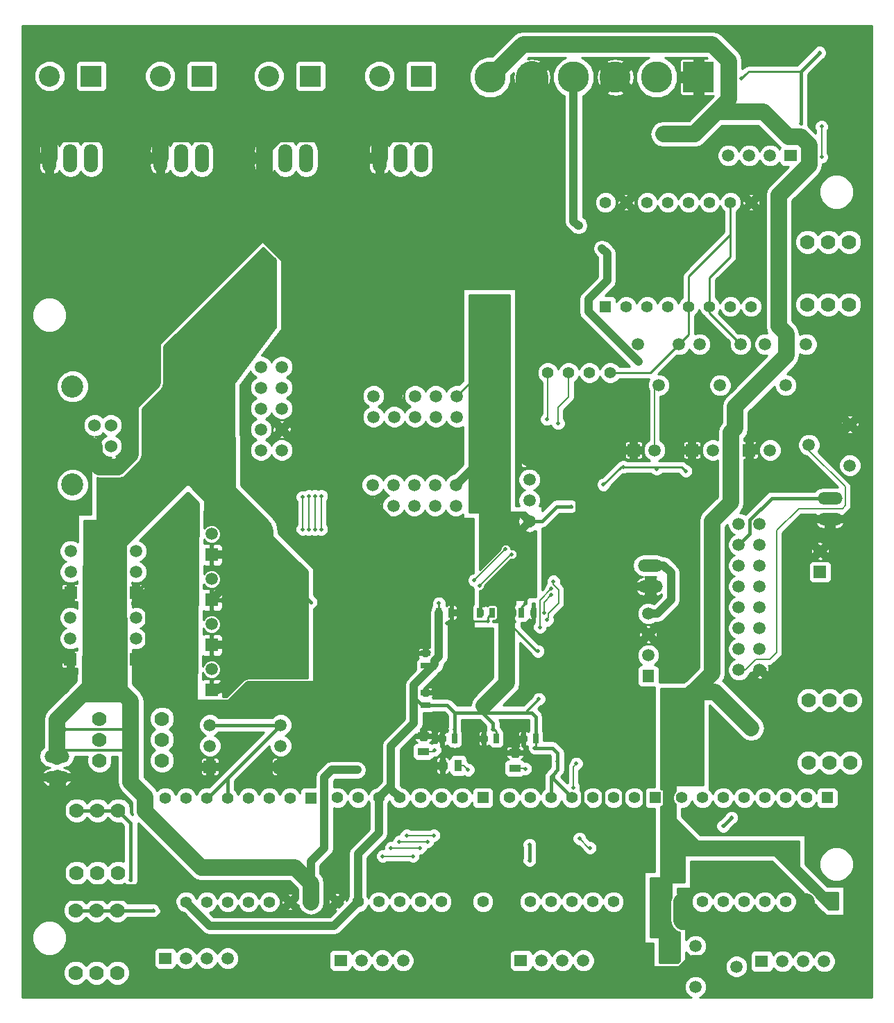
<source format=gbl>
%FSLAX34Y34*%
G04 Gerber Fmt 3.4, Leading zero omitted, Abs format*
G04 (created by PCBNEW (2014-05-13 BZR 4864)-product) date Mi 14 Mai 2014 11:17:40 CEST*
%MOIN*%
G01*
G70*
G90*
G04 APERTURE LIST*
%ADD10C,0.003937*%
%ADD11R,0.055000X0.055000*%
%ADD12C,0.055000*%
%ADD13R,0.025000X0.045000*%
%ADD14R,0.045000X0.025000*%
%ADD15C,0.060000*%
%ADD16C,0.106300*%
%ADD17C,0.059300*%
%ADD18O,0.118700X0.059300*%
%ADD19R,0.100000X0.100000*%
%ADD20C,0.100000*%
%ADD21O,0.066900X0.137800*%
%ADD22R,0.055000X0.035000*%
%ADD23R,0.035000X0.055000*%
%ADD24C,0.059055*%
%ADD25C,0.070000*%
%ADD26R,0.059055X0.059055*%
%ADD27R,0.055000X0.059055*%
%ADD28R,0.059055X0.055000*%
%ADD29C,0.150000*%
%ADD30R,0.150000X0.150000*%
%ADD31C,0.020000*%
%ADD32C,0.078740*%
%ADD33C,0.010000*%
%ADD34C,0.039370*%
%ADD35C,0.018000*%
%ADD36C,0.012000*%
%ADD37C,0.157480*%
%ADD38C,0.006000*%
G04 APERTURE END LIST*
G54D10*
G54D11*
X43809Y-25222D03*
G54D12*
X44809Y-25222D03*
X45809Y-25222D03*
X46809Y-25222D03*
X47809Y-25222D03*
G54D13*
X43629Y-42787D03*
X44229Y-42787D03*
X40179Y-36737D03*
X39579Y-36737D03*
G54D14*
X38929Y-40587D03*
X38929Y-41187D03*
X38929Y-38687D03*
X38929Y-39287D03*
G54D13*
X44129Y-36737D03*
X43529Y-36737D03*
G54D15*
X23829Y-28737D03*
X23829Y-27737D03*
X23042Y-27737D03*
X23042Y-28737D03*
G54D16*
X21979Y-30599D03*
X21979Y-25875D03*
G54D17*
X40385Y-30602D03*
X40385Y-31602D03*
X39385Y-30602D03*
X39385Y-31602D03*
X38385Y-30602D03*
X38385Y-31602D03*
X37385Y-30602D03*
X37385Y-31602D03*
X36385Y-30602D03*
X36385Y-31602D03*
X31029Y-24937D03*
X32029Y-24937D03*
X31029Y-25937D03*
X32029Y-25937D03*
X31029Y-26937D03*
X32029Y-26937D03*
X31029Y-27937D03*
X32029Y-27937D03*
X31029Y-28937D03*
X32029Y-28937D03*
G54D18*
X21229Y-44637D03*
X21229Y-43637D03*
X58350Y-32250D03*
X58350Y-31250D03*
X49725Y-35475D03*
X49725Y-34475D03*
G54D17*
X54979Y-39487D03*
X53979Y-39487D03*
X54979Y-38487D03*
X53979Y-38487D03*
X54979Y-37487D03*
X53979Y-37487D03*
X54979Y-36487D03*
X53979Y-36487D03*
X54979Y-35487D03*
X53979Y-35487D03*
X54979Y-34487D03*
X53979Y-34487D03*
X54979Y-33487D03*
X53979Y-33487D03*
X54979Y-32487D03*
X53979Y-32487D03*
G54D19*
X33400Y-10973D03*
G54D20*
X31400Y-10973D03*
G54D19*
X22880Y-10973D03*
G54D20*
X20880Y-10973D03*
G54D19*
X38715Y-10973D03*
G54D20*
X36715Y-10973D03*
G54D19*
X28195Y-10973D03*
G54D20*
X26195Y-10973D03*
G54D21*
X32203Y-14910D03*
X33203Y-14910D03*
X31203Y-14910D03*
X21880Y-14910D03*
X22880Y-14910D03*
X20880Y-14910D03*
X27195Y-14910D03*
X28195Y-14910D03*
X26195Y-14910D03*
X37715Y-14910D03*
X38715Y-14910D03*
X36715Y-14910D03*
G54D22*
X43229Y-44212D03*
X43229Y-43462D03*
X38829Y-43412D03*
X38829Y-42662D03*
G54D23*
X40504Y-44087D03*
X39754Y-44087D03*
G54D24*
X53863Y-53737D03*
X51895Y-54721D03*
X51895Y-52752D03*
X56229Y-25821D03*
X55245Y-23852D03*
X57213Y-23852D03*
X50129Y-25821D03*
X49145Y-23852D03*
X51113Y-23852D03*
X53079Y-25821D03*
X52095Y-23852D03*
X54063Y-23852D03*
X57345Y-28687D03*
X59313Y-27702D03*
X59313Y-29671D03*
G54D12*
X40688Y-50629D03*
X34688Y-45629D03*
X35688Y-45629D03*
X36688Y-45629D03*
X37688Y-45629D03*
X38688Y-45629D03*
X39688Y-45629D03*
X40688Y-45629D03*
G54D11*
X41688Y-45629D03*
G54D12*
X41688Y-50629D03*
X39688Y-50629D03*
X38688Y-50629D03*
X37688Y-50629D03*
X36688Y-50629D03*
X35688Y-50629D03*
X34688Y-50629D03*
X57224Y-50629D03*
X51224Y-45629D03*
X52224Y-45629D03*
X53224Y-45629D03*
X54224Y-45629D03*
X55224Y-45629D03*
X56224Y-45629D03*
X57224Y-45629D03*
G54D11*
X58224Y-45629D03*
G54D12*
X58224Y-50629D03*
X56224Y-50629D03*
X55224Y-50629D03*
X54224Y-50629D03*
X53224Y-50629D03*
X52224Y-50629D03*
X51224Y-50629D03*
X32429Y-50637D03*
X26429Y-45637D03*
X27429Y-45637D03*
X28429Y-45637D03*
X29429Y-45637D03*
X30429Y-45637D03*
X31429Y-45637D03*
X32429Y-45637D03*
G54D11*
X33429Y-45637D03*
G54D12*
X33429Y-50637D03*
X31429Y-50637D03*
X30429Y-50637D03*
X29429Y-50637D03*
X28429Y-50637D03*
X27429Y-50637D03*
X26429Y-50637D03*
X48579Y-17037D03*
X54579Y-22037D03*
X53579Y-22037D03*
X52579Y-22037D03*
X51579Y-22037D03*
X50579Y-22037D03*
X49579Y-22037D03*
X48579Y-22037D03*
G54D11*
X47579Y-22037D03*
G54D12*
X47579Y-17037D03*
X49579Y-17037D03*
X50579Y-17037D03*
X51579Y-17037D03*
X52579Y-17037D03*
X53579Y-17037D03*
X54579Y-17037D03*
X48956Y-50629D03*
X42956Y-45629D03*
X43956Y-45629D03*
X44956Y-45629D03*
X45956Y-45629D03*
X46956Y-45629D03*
X47956Y-45629D03*
X48956Y-45629D03*
G54D11*
X49956Y-45629D03*
G54D12*
X49956Y-50629D03*
X47956Y-50629D03*
X46956Y-50629D03*
X45956Y-50629D03*
X44956Y-50629D03*
X43956Y-50629D03*
X42956Y-50629D03*
G54D13*
X41729Y-42787D03*
X42329Y-42787D03*
X39729Y-42787D03*
X40329Y-42787D03*
G54D17*
X40429Y-26337D03*
X40429Y-27337D03*
X39429Y-26337D03*
X39429Y-27337D03*
X38429Y-26337D03*
X38429Y-27337D03*
X37429Y-26337D03*
X37429Y-27337D03*
X36429Y-26337D03*
X36429Y-27337D03*
G54D25*
X24129Y-51037D03*
X23129Y-51037D03*
X22129Y-51037D03*
X22129Y-54037D03*
X23129Y-54037D03*
X24129Y-54037D03*
X59329Y-40937D03*
X58329Y-40937D03*
X57329Y-40937D03*
X57329Y-43937D03*
X58329Y-43937D03*
X59329Y-43937D03*
X23279Y-41837D03*
X23279Y-42837D03*
X23279Y-43837D03*
X26279Y-43837D03*
X26279Y-42837D03*
X26279Y-41837D03*
X57279Y-21937D03*
X58279Y-21937D03*
X59279Y-21937D03*
X59279Y-18937D03*
X58279Y-18937D03*
X57279Y-18937D03*
X24179Y-46237D03*
X23179Y-46237D03*
X22179Y-46237D03*
X22179Y-49237D03*
X23179Y-49237D03*
X24179Y-49237D03*
G54D26*
X25029Y-35787D03*
G54D24*
X25029Y-34787D03*
X25029Y-33787D03*
G54D26*
X21883Y-35787D03*
G54D24*
X21883Y-34787D03*
X21883Y-33787D03*
G54D26*
X25029Y-38987D03*
G54D24*
X25029Y-37987D03*
X25029Y-36987D03*
G54D26*
X21879Y-38987D03*
G54D24*
X21879Y-37987D03*
X21879Y-36987D03*
G54D26*
X28579Y-44137D03*
G54D24*
X28579Y-43137D03*
X28579Y-42137D03*
G54D26*
X31979Y-44137D03*
G54D24*
X31979Y-43137D03*
X31979Y-42137D03*
G54D27*
X49629Y-39787D03*
G54D24*
X49629Y-38787D03*
X49629Y-37787D03*
X49629Y-36787D03*
G54D27*
X43920Y-29348D03*
G54D24*
X43920Y-30348D03*
X43920Y-31348D03*
X43920Y-32348D03*
G54D26*
X28662Y-40460D03*
G54D24*
X28662Y-39460D03*
G54D26*
X28662Y-38295D03*
G54D24*
X28662Y-37295D03*
G54D26*
X28662Y-36129D03*
G54D24*
X28662Y-35129D03*
G54D26*
X28662Y-33964D03*
G54D24*
X28662Y-32964D03*
G54D28*
X34850Y-53444D03*
G54D24*
X35850Y-53444D03*
X36850Y-53444D03*
X37850Y-53444D03*
G54D28*
X55079Y-53487D03*
G54D24*
X56079Y-53487D03*
X57079Y-53487D03*
X58079Y-53487D03*
G54D28*
X26435Y-53346D03*
G54D24*
X27435Y-53346D03*
X28435Y-53346D03*
X29435Y-53346D03*
G54D28*
X56479Y-14787D03*
G54D24*
X55479Y-14787D03*
X54479Y-14787D03*
X53479Y-14787D03*
G54D28*
X43511Y-53444D03*
G54D24*
X44511Y-53444D03*
X45511Y-53444D03*
X46511Y-53444D03*
G54D29*
X50047Y-11023D03*
X48047Y-11023D03*
G54D30*
X52047Y-11023D03*
G54D29*
X46047Y-11023D03*
X44047Y-11023D03*
X42047Y-11023D03*
G54D26*
X54479Y-28937D03*
G54D24*
X55479Y-28937D03*
G54D26*
X51729Y-28937D03*
G54D24*
X52729Y-28937D03*
G54D26*
X48929Y-28937D03*
G54D24*
X49929Y-28937D03*
G54D26*
X57879Y-34787D03*
G54D24*
X57879Y-33787D03*
G54D13*
X42129Y-36737D03*
X41529Y-36737D03*
G54D31*
X35500Y-44300D03*
X35150Y-44200D03*
X50850Y-13750D03*
X50600Y-13750D03*
X50350Y-13750D03*
X33429Y-36237D03*
X32779Y-36137D03*
X31329Y-21087D03*
X31029Y-21087D03*
X30729Y-21087D03*
X30429Y-21087D03*
X30129Y-21087D03*
X29779Y-21087D03*
X29479Y-21087D03*
X54775Y-42225D03*
X54325Y-42275D03*
X50325Y-53375D03*
X50625Y-53375D03*
X50925Y-53375D03*
X48125Y-43387D03*
X47475Y-43387D03*
X47775Y-43387D03*
X44279Y-39687D03*
X42925Y-41025D03*
X41829Y-39287D03*
X24875Y-22675D03*
X24879Y-21887D03*
X41929Y-37137D03*
X43879Y-37237D03*
X39979Y-37237D03*
X38329Y-38837D03*
X39379Y-40687D03*
X39979Y-42387D03*
X44279Y-17587D03*
X45579Y-18887D03*
X35079Y-22137D03*
X40779Y-38187D03*
X46179Y-32487D03*
X49029Y-32587D03*
X51179Y-32037D03*
X47479Y-36037D03*
X48179Y-51187D03*
X34929Y-37037D03*
X34929Y-38037D03*
X34929Y-39037D03*
X34929Y-40037D03*
X26200Y-34550D03*
X41929Y-43237D03*
X43829Y-42287D03*
X43775Y-41025D03*
X42825Y-21775D03*
X42525Y-21775D03*
X42225Y-21775D03*
X41925Y-21775D03*
X41625Y-21775D03*
X41325Y-21775D03*
X44329Y-38587D03*
X54100Y-11100D03*
X40329Y-42337D03*
X24779Y-49587D03*
X41729Y-36287D03*
X43729Y-36287D03*
X39579Y-36287D03*
X39379Y-39037D03*
X42179Y-42337D03*
X44179Y-43237D03*
X38379Y-40787D03*
X44379Y-40887D03*
X47479Y-30587D03*
X48429Y-29737D03*
X50029Y-29837D03*
X51429Y-29937D03*
X45929Y-31637D03*
X45279Y-43887D03*
X53629Y-46587D03*
X53229Y-46987D03*
X39579Y-37637D03*
X43929Y-47887D03*
X43929Y-48637D03*
X57850Y-9850D03*
X56950Y-13250D03*
X25879Y-51037D03*
X49150Y-24700D03*
X47400Y-19250D03*
X46300Y-18150D03*
X43729Y-44237D03*
X39379Y-43337D03*
X40979Y-44287D03*
X46179Y-43987D03*
X46029Y-45137D03*
X46329Y-47587D03*
X46829Y-48037D03*
X41529Y-35437D03*
X43079Y-33937D03*
X41279Y-35187D03*
X42779Y-33687D03*
X45300Y-27650D03*
X44750Y-27450D03*
X33929Y-32737D03*
X33929Y-31137D03*
X33629Y-32737D03*
X33629Y-31137D03*
X33329Y-31137D03*
X33329Y-32737D03*
X33029Y-32737D03*
X33029Y-31187D03*
X38029Y-47437D03*
X39329Y-47437D03*
X44979Y-35887D03*
X44629Y-36737D03*
X44979Y-35587D03*
X44429Y-37437D03*
X45079Y-35237D03*
X44779Y-37087D03*
X39029Y-47737D03*
X37679Y-47737D03*
X37279Y-48037D03*
X38679Y-48037D03*
X36879Y-48437D03*
X38329Y-48437D03*
X57950Y-14850D03*
X57950Y-13400D03*
G54D32*
X53500Y-11800D02*
X53500Y-12100D01*
X53500Y-10250D02*
X53500Y-11800D01*
X43620Y-9450D02*
X52700Y-9450D01*
X52700Y-9450D02*
X53300Y-10050D01*
X42047Y-11023D02*
X43620Y-9450D01*
X53300Y-10050D02*
X53500Y-10250D01*
X51850Y-13750D02*
X50350Y-13750D01*
X52900Y-12700D02*
X51850Y-13750D01*
X53500Y-12100D02*
X52900Y-12700D01*
G54D33*
X35500Y-44285D02*
X35500Y-44300D01*
X35200Y-44200D02*
X35150Y-44200D01*
X35550Y-44300D02*
X35500Y-44285D01*
X35500Y-44285D02*
X35200Y-44200D01*
X35200Y-44250D02*
X35700Y-44300D01*
X35550Y-44300D02*
X35700Y-44300D01*
G54D34*
X34079Y-44637D02*
X34416Y-44300D01*
X34079Y-46887D02*
X34079Y-48037D01*
X34079Y-44637D02*
X34079Y-46887D01*
X34079Y-48037D02*
X33429Y-48687D01*
X33429Y-50637D02*
X33429Y-48687D01*
X34416Y-44300D02*
X35300Y-44300D01*
X35300Y-44300D02*
X35650Y-44300D01*
X51400Y-13750D02*
X50850Y-13750D01*
X50850Y-13750D02*
X50600Y-13750D01*
X50600Y-13750D02*
X50350Y-13750D01*
G54D35*
X33429Y-36237D02*
X33079Y-35887D01*
G54D34*
X33079Y-35887D02*
X30829Y-33637D01*
X32779Y-36137D02*
X33029Y-35887D01*
X33029Y-35887D02*
X33079Y-35887D01*
X30004Y-34462D02*
X29507Y-33964D01*
X29507Y-33964D02*
X28662Y-33964D01*
G54D36*
X21729Y-42337D02*
X21679Y-42337D01*
X21679Y-42337D02*
X21229Y-42787D01*
X24779Y-43337D02*
X21379Y-43337D01*
X21379Y-43337D02*
X21229Y-43487D01*
X21229Y-43487D02*
X21229Y-43637D01*
X24779Y-42337D02*
X21729Y-42337D01*
X21679Y-42337D02*
X21229Y-41887D01*
X21229Y-41887D02*
X21229Y-42037D01*
X21479Y-42287D02*
X21229Y-42287D01*
X21229Y-42037D02*
X21479Y-42287D01*
G54D32*
X21229Y-43637D02*
X21229Y-42787D01*
X21229Y-42787D02*
X21229Y-42287D01*
X21229Y-42287D02*
X21229Y-41887D01*
X21229Y-41887D02*
X23629Y-39487D01*
G54D34*
X50604Y-45912D02*
X50604Y-46387D01*
X51779Y-43887D02*
X51629Y-44037D01*
G54D32*
X51779Y-40537D02*
X51779Y-43887D01*
G54D34*
X50579Y-45887D02*
X50604Y-45912D01*
X51629Y-44037D02*
X50579Y-45087D01*
X50579Y-45087D02*
X50579Y-45887D01*
X51779Y-40537D02*
X51812Y-40537D01*
X29679Y-35112D02*
X28662Y-36129D01*
G54D35*
X29679Y-35287D02*
X29679Y-35112D01*
X29679Y-38137D02*
X29679Y-37987D01*
X29521Y-38295D02*
X29679Y-38137D01*
G54D34*
X28662Y-38295D02*
X29521Y-38295D01*
X29679Y-39737D02*
X29679Y-37987D01*
X28955Y-40460D02*
X29679Y-39737D01*
G54D35*
X28662Y-40460D02*
X28955Y-40460D01*
G54D34*
X29679Y-35287D02*
X29679Y-37987D01*
X29679Y-35287D02*
X29679Y-34787D01*
X29679Y-34787D02*
X30004Y-34462D01*
X30004Y-34462D02*
X30501Y-33964D01*
X30501Y-33964D02*
X30829Y-33964D01*
G54D37*
X30829Y-33637D02*
X30829Y-33964D01*
X30829Y-32837D02*
X30829Y-33637D01*
X28254Y-30262D02*
X30829Y-32837D01*
G54D32*
X28254Y-30262D02*
X27304Y-30262D01*
X27304Y-30262D02*
X23629Y-33937D01*
X23629Y-33937D02*
X23629Y-39487D01*
X23629Y-39487D02*
X23629Y-39837D01*
X23629Y-39837D02*
X24779Y-40987D01*
X24779Y-40987D02*
X24779Y-42337D01*
X24779Y-42337D02*
X24779Y-43337D01*
X24779Y-43337D02*
X24779Y-44887D01*
X24779Y-44887D02*
X25479Y-45587D01*
X25479Y-45587D02*
X25479Y-46287D01*
X25479Y-46287D02*
X28179Y-48987D01*
X28179Y-48987D02*
X32679Y-48987D01*
X32679Y-48987D02*
X33429Y-49737D01*
X33429Y-49737D02*
X33429Y-50637D01*
X53800Y-27900D02*
X53600Y-28100D01*
X53600Y-28100D02*
X53600Y-31450D01*
X53600Y-31450D02*
X52700Y-32350D01*
X52700Y-32350D02*
X52700Y-39650D01*
X52700Y-39650D02*
X51812Y-40537D01*
X52900Y-12700D02*
X55150Y-12700D01*
X56250Y-24400D02*
X53800Y-26850D01*
X56250Y-23350D02*
X56250Y-24400D01*
X55900Y-23000D02*
X56250Y-23350D01*
X55900Y-16700D02*
X55900Y-23000D01*
X57350Y-15250D02*
X55900Y-16700D01*
X57350Y-14300D02*
X57350Y-15250D01*
X56950Y-13900D02*
X57350Y-14300D01*
X56350Y-13900D02*
X56950Y-13900D01*
X55150Y-12700D02*
X56350Y-13900D01*
X53800Y-26850D02*
X53800Y-27900D01*
G54D34*
X49956Y-51856D02*
X50375Y-52275D01*
X49956Y-50629D02*
X49956Y-51856D01*
X58224Y-50629D02*
X55531Y-47937D01*
G54D32*
X52829Y-40537D02*
X51812Y-40537D01*
X52829Y-40537D02*
X54475Y-42182D01*
G54D35*
X54775Y-42225D02*
X54712Y-42287D01*
X54712Y-42287D02*
X54579Y-42287D01*
G54D32*
X54475Y-42182D02*
X54579Y-42287D01*
G54D35*
X54417Y-42182D02*
X54475Y-42182D01*
X54325Y-42275D02*
X54417Y-42182D01*
G54D33*
X48125Y-43387D02*
X48125Y-43375D01*
X48125Y-43187D02*
X48125Y-43375D01*
X47579Y-43187D02*
X47579Y-43282D01*
X47579Y-43282D02*
X47475Y-43387D01*
G54D32*
X47579Y-43187D02*
X48125Y-43187D01*
X48125Y-43187D02*
X47829Y-43187D01*
X47579Y-43187D02*
X47579Y-36037D01*
G54D33*
X47829Y-43187D02*
X47825Y-43191D01*
X47579Y-43191D02*
X47825Y-43191D01*
X47579Y-43191D02*
X47775Y-43387D01*
X43775Y-39975D02*
X44062Y-39687D01*
X44062Y-39687D02*
X44279Y-39687D01*
X43775Y-41025D02*
X42925Y-41025D01*
G54D34*
X40779Y-38237D02*
X41829Y-39287D01*
G54D33*
X24875Y-22429D02*
X24879Y-22425D01*
X24875Y-22675D02*
X24875Y-22429D01*
X24879Y-21887D02*
X24879Y-22425D01*
X24879Y-22425D02*
X24879Y-22687D01*
X24879Y-22687D02*
X25879Y-23687D01*
G54D34*
X49725Y-35475D02*
X48425Y-35475D01*
X48425Y-35475D02*
X47579Y-34629D01*
G54D33*
X41929Y-37137D02*
X41929Y-36937D01*
X41929Y-36937D02*
X42129Y-36737D01*
X41929Y-37137D02*
X41137Y-37137D01*
X41137Y-37137D02*
X40779Y-36779D01*
G54D34*
X21883Y-35787D02*
X21125Y-36546D01*
X21125Y-38232D02*
X21879Y-38987D01*
X21125Y-36546D02*
X21125Y-38232D01*
X25650Y-36407D02*
X25029Y-35787D01*
X25029Y-38987D02*
X25650Y-38366D01*
X25650Y-38366D02*
X25650Y-36407D01*
X34879Y-40225D02*
X30425Y-40225D01*
X27167Y-41125D02*
X25029Y-38987D01*
X29525Y-41125D02*
X27167Y-41125D01*
X30425Y-40225D02*
X29525Y-41125D01*
G54D35*
X49029Y-32587D02*
X48112Y-32587D01*
X48112Y-32587D02*
X47579Y-33120D01*
G54D33*
X39754Y-44087D02*
X39729Y-44062D01*
X39729Y-43450D02*
X39729Y-42787D01*
X39729Y-44062D02*
X39729Y-43450D01*
G54D32*
X53804Y-52612D02*
X53304Y-52612D01*
X53304Y-52612D02*
X52279Y-51587D01*
X52279Y-51587D02*
X51279Y-51587D01*
X51279Y-51587D02*
X51224Y-51531D01*
X51224Y-51531D02*
X51224Y-50629D01*
X47654Y-54112D02*
X51254Y-54112D01*
X57224Y-51092D02*
X57224Y-50629D01*
X56529Y-51787D02*
X57224Y-51092D01*
X54629Y-51787D02*
X56529Y-51787D01*
X52829Y-53587D02*
X53804Y-52612D01*
X53804Y-52612D02*
X54629Y-51787D01*
X51779Y-53587D02*
X52829Y-53587D01*
X51254Y-54112D02*
X51779Y-53587D01*
X46579Y-54587D02*
X47179Y-54587D01*
X26679Y-50937D02*
X26679Y-51637D01*
X26679Y-51637D02*
X25429Y-52887D01*
X25429Y-52887D02*
X25429Y-54037D01*
X25429Y-54037D02*
X25979Y-54587D01*
X25979Y-54587D02*
X46579Y-54587D01*
X26429Y-50687D02*
X26679Y-50937D01*
X48956Y-52809D02*
X48956Y-50629D01*
X47179Y-54587D02*
X47654Y-54112D01*
X47654Y-54112D02*
X48956Y-52809D01*
X26429Y-50637D02*
X26429Y-50687D01*
G54D34*
X21229Y-44637D02*
X21279Y-44687D01*
G54D32*
X21279Y-44687D02*
X21279Y-49737D01*
X25979Y-50187D02*
X26429Y-50637D01*
X21729Y-50187D02*
X25979Y-50187D01*
X21279Y-49737D02*
X21729Y-50187D01*
G54D33*
X44129Y-36987D02*
X43879Y-37237D01*
X44129Y-36737D02*
X44129Y-36987D01*
X39979Y-37237D02*
X40179Y-37037D01*
X40179Y-37037D02*
X40179Y-36737D01*
X38479Y-38687D02*
X38329Y-38837D01*
X38929Y-38687D02*
X38479Y-38687D01*
X39279Y-40587D02*
X39379Y-40687D01*
X38929Y-40587D02*
X39279Y-40587D01*
X39729Y-42637D02*
X39979Y-42387D01*
X39729Y-42787D02*
X39729Y-42637D01*
G54D34*
X53729Y-16187D02*
X54579Y-17037D01*
X51779Y-16187D02*
X53729Y-16187D01*
X49429Y-16187D02*
X51779Y-16187D01*
X48579Y-17037D02*
X49429Y-16187D01*
X44279Y-17587D02*
X45579Y-18887D01*
X46729Y-18887D02*
X48579Y-17037D01*
X45579Y-18887D02*
X46729Y-18887D01*
G54D32*
X26195Y-13721D02*
X26579Y-13337D01*
G54D37*
X44047Y-11919D02*
X44047Y-11023D01*
X26629Y-13337D02*
X26579Y-13337D01*
X29729Y-13337D02*
X26629Y-13337D01*
X32229Y-13337D02*
X29729Y-13337D01*
X36879Y-13337D02*
X32229Y-13337D01*
X42629Y-13337D02*
X36879Y-13337D01*
X44004Y-11962D02*
X42629Y-13337D01*
X44047Y-11919D02*
X44004Y-11962D01*
G54D32*
X26195Y-14910D02*
X26195Y-13721D01*
X31203Y-14362D02*
X32229Y-13337D01*
X31203Y-14910D02*
X31203Y-14362D01*
X36715Y-13337D02*
X36865Y-13187D01*
X36865Y-13187D02*
X36879Y-13187D01*
X36879Y-13187D02*
X36879Y-13337D01*
X36715Y-14910D02*
X36715Y-13337D01*
G54D37*
X21179Y-13337D02*
X21129Y-13387D01*
X26629Y-13337D02*
X21179Y-13337D01*
G54D32*
X20880Y-13636D02*
X21179Y-13337D01*
X20880Y-14910D02*
X20880Y-13636D01*
X31203Y-18362D02*
X25879Y-23687D01*
X25879Y-23687D02*
X25829Y-23687D01*
X25829Y-23687D02*
X25829Y-25687D01*
X23042Y-29500D02*
X23042Y-28737D01*
X23279Y-29737D02*
X23042Y-29500D01*
X24179Y-29737D02*
X23279Y-29737D01*
X24779Y-29137D02*
X24179Y-29737D01*
X24779Y-26737D02*
X24779Y-29137D01*
X25829Y-25687D02*
X24779Y-26737D01*
X31203Y-14910D02*
X31203Y-18362D01*
X35079Y-22387D02*
X37429Y-24737D01*
X34879Y-22187D02*
X35079Y-22387D01*
X31203Y-18511D02*
X34879Y-22187D01*
X37429Y-24737D02*
X37429Y-26337D01*
X31203Y-18362D02*
X31203Y-18511D01*
G54D35*
X35079Y-22137D02*
X35079Y-22387D01*
X34954Y-22262D02*
X35079Y-22137D01*
X35079Y-22137D02*
X34954Y-22262D01*
G54D32*
X34879Y-30937D02*
X35544Y-31602D01*
X35544Y-31602D02*
X36385Y-31602D01*
X34879Y-30887D02*
X34879Y-30937D01*
X34879Y-24787D02*
X34879Y-30887D01*
X34879Y-22187D02*
X34879Y-24787D01*
G54D37*
X44004Y-11962D02*
X44004Y-23662D01*
G54D32*
X43809Y-23857D02*
X44004Y-23662D01*
X43809Y-25222D02*
X43809Y-23857D01*
X43809Y-29237D02*
X43920Y-29348D01*
X43809Y-25222D02*
X43809Y-29237D01*
G54D35*
X55179Y-28287D02*
X56529Y-28287D01*
X56529Y-28287D02*
X57113Y-27702D01*
X57113Y-27702D02*
X59313Y-27702D01*
X54529Y-28937D02*
X55179Y-28287D01*
X54479Y-28937D02*
X54529Y-28937D01*
G54D34*
X46368Y-29348D02*
X46779Y-28937D01*
X46779Y-28937D02*
X48929Y-28937D01*
X46179Y-29348D02*
X46368Y-29348D01*
X43920Y-29348D02*
X46179Y-29348D01*
X40779Y-36587D02*
X40779Y-36779D01*
X40779Y-36779D02*
X40779Y-38237D01*
X40779Y-35887D02*
X40779Y-36587D01*
X36494Y-31602D02*
X40779Y-35887D01*
X36385Y-31602D02*
X36494Y-31602D01*
G54D35*
X40629Y-36737D02*
X40779Y-36587D01*
X40179Y-36737D02*
X40629Y-36737D01*
G54D33*
X40779Y-38187D02*
X40779Y-38237D01*
X40779Y-38937D02*
X40779Y-38187D01*
X39129Y-40587D02*
X40779Y-38937D01*
X38929Y-40587D02*
X39129Y-40587D01*
G54D34*
X34879Y-25087D02*
X34879Y-24787D01*
X32029Y-27937D02*
X34879Y-25087D01*
G54D33*
X46179Y-30337D02*
X46179Y-32487D01*
X46179Y-29348D02*
X46179Y-30337D01*
G54D35*
X49029Y-32587D02*
X49879Y-32587D01*
X50629Y-32587D02*
X51179Y-32037D01*
X49879Y-32587D02*
X50629Y-32587D01*
G54D32*
X44840Y-29348D02*
X47579Y-32087D01*
X43920Y-29348D02*
X44840Y-29348D01*
X47579Y-32087D02*
X47579Y-33120D01*
X47579Y-33120D02*
X47579Y-34629D01*
X47579Y-34629D02*
X47579Y-36037D01*
G54D33*
X47479Y-36037D02*
X47579Y-36037D01*
X47579Y-36037D02*
X47479Y-36037D01*
X47479Y-36037D02*
X47579Y-36037D01*
G54D34*
X47579Y-43237D02*
X47579Y-43187D01*
G54D32*
X47829Y-43187D02*
X48229Y-43187D01*
X48956Y-47414D02*
X48956Y-47237D01*
X48956Y-49437D02*
X48956Y-47414D01*
X48956Y-50629D02*
X48956Y-49437D01*
G54D35*
X48399Y-51187D02*
X48179Y-51187D01*
X48956Y-50629D02*
X48399Y-51187D01*
X48956Y-46609D02*
X49429Y-46137D01*
X49429Y-46137D02*
X49429Y-44137D01*
X49429Y-44137D02*
X48479Y-43187D01*
X48956Y-47237D02*
X48956Y-46609D01*
X48429Y-43237D02*
X48429Y-43337D01*
X48429Y-43337D02*
X48429Y-43187D01*
X48479Y-43187D02*
X48429Y-43237D01*
X47479Y-43837D02*
X46479Y-44837D01*
X47479Y-43337D02*
X47479Y-43837D01*
X47879Y-47237D02*
X48956Y-47237D01*
X46479Y-45837D02*
X47879Y-47237D01*
X46479Y-44837D02*
X46479Y-45837D01*
X48429Y-43387D02*
X48429Y-46437D01*
X48429Y-46437D02*
X48829Y-46837D01*
X48229Y-43187D02*
X48429Y-43387D01*
X47879Y-43237D02*
X47879Y-44837D01*
X47879Y-44837D02*
X47479Y-45237D01*
X47479Y-45237D02*
X47479Y-45937D01*
X47479Y-45937D02*
X48956Y-47414D01*
X47829Y-43187D02*
X47879Y-43237D01*
G54D32*
X34879Y-42037D02*
X32779Y-44137D01*
X32779Y-44137D02*
X31979Y-44137D01*
X34879Y-40037D02*
X34879Y-40225D01*
X34879Y-40225D02*
X34879Y-42037D01*
X34879Y-39037D02*
X34879Y-40037D01*
X34879Y-38037D02*
X34879Y-39037D01*
X34879Y-37037D02*
X34879Y-38037D01*
X34879Y-30887D02*
X34879Y-37037D01*
G54D35*
X34929Y-37037D02*
X34879Y-37037D01*
X34879Y-37037D02*
X34929Y-37037D01*
X34929Y-37037D02*
X34879Y-37037D01*
X34929Y-38037D02*
X34879Y-38037D01*
X34879Y-38037D02*
X34929Y-38037D01*
X34929Y-38037D02*
X34879Y-38037D01*
X34929Y-39037D02*
X34879Y-39037D01*
X34879Y-39037D02*
X34929Y-39037D01*
X34929Y-39037D02*
X34879Y-39037D01*
X34929Y-40037D02*
X34879Y-40037D01*
X34879Y-40037D02*
X34929Y-40037D01*
X34929Y-40037D02*
X34879Y-40037D01*
X26200Y-34616D02*
X25029Y-35787D01*
X26200Y-34550D02*
X26200Y-34616D01*
G54D32*
X42956Y-50629D02*
X42956Y-49437D01*
G54D33*
X41879Y-43237D02*
X41929Y-43237D01*
X41729Y-43037D02*
X41929Y-43237D01*
X41729Y-42787D02*
X41729Y-43037D01*
X41912Y-43237D02*
X41700Y-43450D01*
X41700Y-43450D02*
X39729Y-43450D01*
X41929Y-43237D02*
X41912Y-43237D01*
X39604Y-42662D02*
X39729Y-42787D01*
X38829Y-42662D02*
X39604Y-42662D01*
G54D34*
X40688Y-50629D02*
X40688Y-50527D01*
G54D32*
X40688Y-49836D02*
X41087Y-49437D01*
X41087Y-49437D02*
X41779Y-49437D01*
X43100Y-49437D02*
X41779Y-49437D01*
X43100Y-49437D02*
X48956Y-49437D01*
X40688Y-50629D02*
X40688Y-49836D01*
G54D33*
X43229Y-43187D02*
X43229Y-43462D01*
X43629Y-42787D02*
X43229Y-43187D01*
X43629Y-42487D02*
X43829Y-42287D01*
X43629Y-42787D02*
X43629Y-42487D01*
X43775Y-39975D02*
X43775Y-41025D01*
X43479Y-37787D02*
X42825Y-37132D01*
X44329Y-38587D02*
X44279Y-38587D01*
X44279Y-38587D02*
X43479Y-37787D01*
X43025Y-37475D02*
X42825Y-37475D01*
X42825Y-37275D02*
X43025Y-37475D01*
X42825Y-37132D02*
X42825Y-37275D01*
G54D35*
X41725Y-41225D02*
X41725Y-41475D01*
G54D32*
X42825Y-40125D02*
X41725Y-41225D01*
X42825Y-39125D02*
X42825Y-40125D01*
X42825Y-37475D02*
X42825Y-39125D01*
X42825Y-35787D02*
X42825Y-37475D01*
G54D35*
X41725Y-41475D02*
X41725Y-41225D01*
G54D34*
X49725Y-34475D02*
X50375Y-34475D01*
X50062Y-36787D02*
X49629Y-36787D01*
X50725Y-36125D02*
X50062Y-36787D01*
X50725Y-35825D02*
X50725Y-36125D01*
X50725Y-34825D02*
X50725Y-35825D01*
X50375Y-34475D02*
X50725Y-34825D01*
G54D33*
X54275Y-10925D02*
X54450Y-10750D01*
X54450Y-10750D02*
X56950Y-10750D01*
G54D35*
X57850Y-9850D02*
X56950Y-10750D01*
G54D33*
X54300Y-10900D02*
X54275Y-10925D01*
X54275Y-10925D02*
X54100Y-11100D01*
G54D35*
X24179Y-46237D02*
X24779Y-46837D01*
X24779Y-46837D02*
X24779Y-49587D01*
G54D33*
X41529Y-36737D02*
X41529Y-36487D01*
X41529Y-36487D02*
X41729Y-36287D01*
X43529Y-36487D02*
X43729Y-36287D01*
X43529Y-36737D02*
X43529Y-36487D01*
X39579Y-36737D02*
X39579Y-36287D01*
X39129Y-39287D02*
X39379Y-39037D01*
X38929Y-39287D02*
X39129Y-39287D01*
X42229Y-42337D02*
X42179Y-42337D01*
X42329Y-42437D02*
X42229Y-42337D01*
X42329Y-42787D02*
X42329Y-42437D01*
X44229Y-43187D02*
X44229Y-42787D01*
X44179Y-43237D02*
X44229Y-43187D01*
X40329Y-42787D02*
X40329Y-42987D01*
G54D35*
X38779Y-41187D02*
X38379Y-40787D01*
G54D33*
X38929Y-41187D02*
X38779Y-41187D01*
G54D34*
X42129Y-28858D02*
X40385Y-30602D01*
G54D35*
X43729Y-35687D02*
X43729Y-36287D01*
G54D32*
X43729Y-34387D02*
X43729Y-35687D01*
G54D35*
X43920Y-32348D02*
X43729Y-32538D01*
G54D32*
X43629Y-35787D02*
X42825Y-35787D01*
X42825Y-35787D02*
X42229Y-35787D01*
G54D34*
X42229Y-35787D02*
X41729Y-36287D01*
G54D35*
X43729Y-35687D02*
X43629Y-35787D01*
G54D34*
X39579Y-38837D02*
X39379Y-39037D01*
X39579Y-37687D02*
X39579Y-38837D01*
X39579Y-36737D02*
X39579Y-37687D01*
G54D35*
X39379Y-39037D02*
X39379Y-39375D01*
X39979Y-41187D02*
X40329Y-41537D01*
X40329Y-41537D02*
X40329Y-42337D01*
X40329Y-42337D02*
X40329Y-42787D01*
X38929Y-41187D02*
X39979Y-41187D01*
X41679Y-41537D02*
X42179Y-42037D01*
X42179Y-42037D02*
X42179Y-42337D01*
X40329Y-41537D02*
X41679Y-41537D01*
X44029Y-41537D02*
X44229Y-41737D01*
X44229Y-41737D02*
X44229Y-42787D01*
X43779Y-41537D02*
X44029Y-41537D01*
X41679Y-41537D02*
X43779Y-41537D01*
G54D33*
X43779Y-41487D02*
X44379Y-40887D01*
X43779Y-41537D02*
X43779Y-41487D01*
X51579Y-21537D02*
X51579Y-22037D01*
X53579Y-17037D02*
X53579Y-18587D01*
X53579Y-18587D02*
X51579Y-20587D01*
X51579Y-20587D02*
X51579Y-21537D01*
X51579Y-23387D02*
X51113Y-23852D01*
X51579Y-22037D02*
X51579Y-23387D01*
X53579Y-19637D02*
X52579Y-20637D01*
X52579Y-20637D02*
X52579Y-22037D01*
X53579Y-18987D02*
X53579Y-19637D01*
X53579Y-17037D02*
X53579Y-18987D01*
X52579Y-22368D02*
X54063Y-23852D01*
X52579Y-22037D02*
X52579Y-22368D01*
X57279Y-23787D02*
X57213Y-23852D01*
X49744Y-25222D02*
X51113Y-23852D01*
X47809Y-25222D02*
X49744Y-25222D01*
X41379Y-25387D02*
X40429Y-26337D01*
X42129Y-25387D02*
X41379Y-25387D01*
X47479Y-30587D02*
X48329Y-29737D01*
X48329Y-29737D02*
X48429Y-29737D01*
X49929Y-29737D02*
X50029Y-29837D01*
X48429Y-29737D02*
X49929Y-29737D01*
X51229Y-29737D02*
X51429Y-29937D01*
X49929Y-29737D02*
X51229Y-29737D01*
G54D35*
X45229Y-31637D02*
X45929Y-31637D01*
X44518Y-32348D02*
X45229Y-31637D01*
X43920Y-32348D02*
X44518Y-32348D01*
G54D34*
X37279Y-45039D02*
X36688Y-45629D01*
X37279Y-43137D02*
X37279Y-45039D01*
X38379Y-42037D02*
X37279Y-43137D01*
X38379Y-40787D02*
X38379Y-42037D01*
X37279Y-45220D02*
X37688Y-45629D01*
G54D35*
X37279Y-45039D02*
X37279Y-45220D01*
G54D34*
X35688Y-48327D02*
X35688Y-50629D01*
X36688Y-47327D02*
X35688Y-48327D01*
X36688Y-45629D02*
X36688Y-47327D01*
G54D35*
X45029Y-43237D02*
X45279Y-43487D01*
X45279Y-43887D02*
X45279Y-44287D01*
X45279Y-43487D02*
X45279Y-43887D01*
X45054Y-44512D02*
X44956Y-44609D01*
X45279Y-44287D02*
X45054Y-44512D01*
X44956Y-44609D02*
X44956Y-45629D01*
X44179Y-43237D02*
X45029Y-43237D01*
X45054Y-44727D02*
X45956Y-45629D01*
X45054Y-44512D02*
X45054Y-44727D01*
X53629Y-46587D02*
X53229Y-46987D01*
X28679Y-51787D02*
X28579Y-51787D01*
G54D34*
X34531Y-51787D02*
X28679Y-51787D01*
X28579Y-51787D02*
X27429Y-50637D01*
X35688Y-50629D02*
X34531Y-51787D01*
G54D35*
X24129Y-51037D02*
X23129Y-51037D01*
X23129Y-51037D02*
X22129Y-51037D01*
X24179Y-46237D02*
X23179Y-46237D01*
X23179Y-46237D02*
X22179Y-46237D01*
X23179Y-46237D02*
X23279Y-46137D01*
X28579Y-42137D02*
X31979Y-42137D01*
G54D33*
X39579Y-37637D02*
X39579Y-37687D01*
G54D35*
X43929Y-47887D02*
X43929Y-48637D01*
G54D33*
X56925Y-10775D02*
X57850Y-9850D01*
G54D35*
X56950Y-13250D02*
X56950Y-13225D01*
X56950Y-13225D02*
X56950Y-10750D01*
X29429Y-44687D02*
X29429Y-45637D01*
X31979Y-42137D02*
X29429Y-44687D01*
X24129Y-51037D02*
X25879Y-51037D01*
G54D34*
X38379Y-40437D02*
X38379Y-40220D01*
X38379Y-40437D02*
X38379Y-40787D01*
X38379Y-40220D02*
X39379Y-39220D01*
X39379Y-39037D02*
X39379Y-39220D01*
G54D35*
X28479Y-45637D02*
X28429Y-45637D01*
X29429Y-44687D02*
X28479Y-45637D01*
X53979Y-33487D02*
X54500Y-32966D01*
X55550Y-31250D02*
X58350Y-31250D01*
X54500Y-32300D02*
X55550Y-31250D01*
X54500Y-32966D02*
X54500Y-32300D01*
G54D34*
X46047Y-11023D02*
X46047Y-17947D01*
X46750Y-22300D02*
X49150Y-24700D01*
X46750Y-21700D02*
X46750Y-22300D01*
X47650Y-20800D02*
X46750Y-21700D01*
X47650Y-19500D02*
X47650Y-20800D01*
X47400Y-19250D02*
X47650Y-19500D01*
X46250Y-18150D02*
X46300Y-18150D01*
X46047Y-17947D02*
X46250Y-18150D01*
G54D38*
X43704Y-44212D02*
X43229Y-44212D01*
X43729Y-44237D02*
X43704Y-44212D01*
X39304Y-43412D02*
X38829Y-43412D01*
X39379Y-43337D02*
X39304Y-43412D01*
X40979Y-44287D02*
X40779Y-44087D01*
X40779Y-44087D02*
X40504Y-44087D01*
X46179Y-43987D02*
X46029Y-44137D01*
X46029Y-44137D02*
X46029Y-45137D01*
X46329Y-47587D02*
X46779Y-48037D01*
X46779Y-48037D02*
X46829Y-48037D01*
X41529Y-35437D02*
X43029Y-33937D01*
X43029Y-33937D02*
X43079Y-33937D01*
X41279Y-35187D02*
X42779Y-33687D01*
X45300Y-26900D02*
X45809Y-26390D01*
X45809Y-26390D02*
X45809Y-25222D01*
X45300Y-27650D02*
X45300Y-26900D01*
X44809Y-27390D02*
X44809Y-25222D01*
X44750Y-27450D02*
X44809Y-27390D01*
X33929Y-32737D02*
X33929Y-31137D01*
X33629Y-32737D02*
X33629Y-31137D01*
X33329Y-32737D02*
X33329Y-31137D01*
X33029Y-32737D02*
X33029Y-31187D01*
X49929Y-26021D02*
X49929Y-28937D01*
X50129Y-25821D02*
X49929Y-26021D01*
X57345Y-28687D02*
X57345Y-28945D01*
X57345Y-28945D02*
X59100Y-30700D01*
X59100Y-30700D02*
X59100Y-31600D01*
X59100Y-31600D02*
X58950Y-31750D01*
X58950Y-31750D02*
X56850Y-31750D01*
X56850Y-31750D02*
X55800Y-32800D01*
X55800Y-32800D02*
X55800Y-38650D01*
X55800Y-38650D02*
X55450Y-39000D01*
X55450Y-39000D02*
X54800Y-39000D01*
X54800Y-39000D02*
X54312Y-39487D01*
X54312Y-39487D02*
X53979Y-39487D01*
X38029Y-47437D02*
X39329Y-47437D01*
X44979Y-35887D02*
X44629Y-36237D01*
X44629Y-36237D02*
X44629Y-36737D01*
X44979Y-35587D02*
X44429Y-36137D01*
X44429Y-36137D02*
X44429Y-37437D01*
X45079Y-35237D02*
X45079Y-35387D01*
X45079Y-35387D02*
X45329Y-35637D01*
X45329Y-35637D02*
X45329Y-35837D01*
X45329Y-35837D02*
X45329Y-36287D01*
X45329Y-36287D02*
X44829Y-36787D01*
X44829Y-36787D02*
X44829Y-36987D01*
X44829Y-36987D02*
X44779Y-37037D01*
X44779Y-37037D02*
X44779Y-37087D01*
X37679Y-47737D02*
X39029Y-47737D01*
X37279Y-48037D02*
X38679Y-48037D01*
X36879Y-48437D02*
X38329Y-48437D01*
X57950Y-14850D02*
X57950Y-13400D01*
G54D10*
G36*
X33275Y-39878D02*
X30425Y-39878D01*
X30292Y-39904D01*
X30179Y-39979D01*
X29381Y-40778D01*
X29207Y-40778D01*
X29207Y-40573D01*
X29207Y-40348D01*
X29207Y-40115D01*
X29207Y-38640D01*
X29207Y-38407D01*
X29207Y-38182D01*
X29207Y-37950D01*
X29207Y-36474D01*
X29207Y-36242D01*
X29207Y-36017D01*
X29207Y-35784D01*
X29207Y-34309D01*
X29207Y-34077D01*
X29207Y-33852D01*
X29207Y-33619D01*
X29169Y-33527D01*
X29099Y-33457D01*
X29007Y-33419D01*
X28907Y-33419D01*
X28774Y-33419D01*
X28712Y-33481D01*
X28712Y-33914D01*
X29144Y-33914D01*
X29207Y-33852D01*
X29207Y-34077D01*
X29144Y-34014D01*
X28712Y-34014D01*
X28712Y-34447D01*
X28774Y-34509D01*
X28907Y-34509D01*
X29007Y-34509D01*
X29099Y-34471D01*
X29169Y-34401D01*
X29207Y-34309D01*
X29207Y-35784D01*
X29169Y-35693D01*
X29099Y-35622D01*
X29007Y-35584D01*
X28907Y-35584D01*
X28774Y-35584D01*
X28712Y-35647D01*
X28712Y-36079D01*
X29144Y-36079D01*
X29207Y-36017D01*
X29207Y-36242D01*
X29144Y-36179D01*
X28712Y-36179D01*
X28712Y-36612D01*
X28774Y-36675D01*
X28907Y-36675D01*
X29007Y-36675D01*
X29099Y-36637D01*
X29169Y-36566D01*
X29207Y-36474D01*
X29207Y-37950D01*
X29169Y-37858D01*
X29099Y-37788D01*
X29007Y-37750D01*
X28907Y-37750D01*
X28774Y-37750D01*
X28712Y-37812D01*
X28712Y-38245D01*
X29144Y-38245D01*
X29207Y-38182D01*
X29207Y-38407D01*
X29144Y-38345D01*
X28712Y-38345D01*
X28712Y-38778D01*
X28774Y-38840D01*
X28907Y-38840D01*
X29007Y-38840D01*
X29099Y-38802D01*
X29169Y-38732D01*
X29207Y-38640D01*
X29207Y-40115D01*
X29169Y-40023D01*
X29099Y-39953D01*
X29007Y-39915D01*
X28907Y-39915D01*
X28774Y-39915D01*
X28712Y-39977D01*
X28712Y-40410D01*
X29144Y-40410D01*
X29207Y-40348D01*
X29207Y-40573D01*
X29144Y-40510D01*
X28712Y-40510D01*
X28712Y-40518D01*
X28612Y-40518D01*
X28612Y-40510D01*
X28604Y-40510D01*
X28604Y-40410D01*
X28612Y-40410D01*
X28612Y-39977D01*
X28549Y-39915D01*
X28416Y-39915D01*
X28317Y-39915D01*
X28235Y-39949D01*
X28239Y-39602D01*
X28284Y-39712D01*
X28409Y-39837D01*
X28573Y-39905D01*
X28750Y-39905D01*
X28914Y-39838D01*
X29039Y-39713D01*
X29107Y-39549D01*
X29107Y-39372D01*
X29039Y-39208D01*
X28914Y-39083D01*
X28751Y-39015D01*
X28574Y-39015D01*
X28410Y-39082D01*
X28284Y-39208D01*
X28242Y-39311D01*
X28247Y-38811D01*
X28317Y-38840D01*
X28416Y-38840D01*
X28549Y-38840D01*
X28612Y-38778D01*
X28612Y-38345D01*
X28604Y-38345D01*
X28604Y-38245D01*
X28612Y-38245D01*
X28612Y-37812D01*
X28549Y-37750D01*
X28416Y-37750D01*
X28317Y-37750D01*
X28257Y-37774D01*
X28260Y-37488D01*
X28284Y-37547D01*
X28409Y-37672D01*
X28573Y-37740D01*
X28750Y-37740D01*
X28914Y-37672D01*
X29039Y-37547D01*
X29107Y-37384D01*
X29107Y-37207D01*
X29039Y-37043D01*
X28914Y-36918D01*
X28751Y-36850D01*
X28574Y-36849D01*
X28410Y-36917D01*
X28284Y-37042D01*
X28264Y-37092D01*
X28268Y-36655D01*
X28317Y-36675D01*
X28416Y-36675D01*
X28549Y-36675D01*
X28612Y-36612D01*
X28612Y-36179D01*
X28604Y-36179D01*
X28604Y-36079D01*
X28612Y-36079D01*
X28612Y-35647D01*
X28549Y-35584D01*
X28416Y-35584D01*
X28317Y-35584D01*
X28279Y-35600D01*
X28281Y-35374D01*
X28284Y-35381D01*
X28409Y-35507D01*
X28573Y-35575D01*
X28750Y-35575D01*
X28914Y-35507D01*
X29039Y-35382D01*
X29107Y-35218D01*
X29107Y-35041D01*
X29039Y-34878D01*
X28914Y-34752D01*
X28751Y-34684D01*
X28574Y-34684D01*
X28410Y-34752D01*
X28286Y-34875D01*
X28290Y-34498D01*
X28317Y-34509D01*
X28416Y-34509D01*
X28549Y-34509D01*
X28612Y-34447D01*
X28612Y-34014D01*
X28604Y-34014D01*
X28604Y-33914D01*
X28612Y-33914D01*
X28612Y-33481D01*
X28549Y-33419D01*
X28416Y-33419D01*
X28317Y-33419D01*
X28300Y-33426D01*
X28302Y-33234D01*
X28409Y-33341D01*
X28573Y-33409D01*
X28750Y-33409D01*
X28914Y-33342D01*
X29039Y-33217D01*
X29107Y-33053D01*
X29107Y-32876D01*
X29039Y-32712D01*
X28914Y-32587D01*
X28751Y-32519D01*
X28574Y-32519D01*
X28410Y-32586D01*
X28308Y-32688D01*
X28325Y-31020D01*
X28283Y-30810D01*
X28755Y-30671D01*
X28082Y-30271D01*
X27100Y-30529D01*
X24528Y-32872D01*
X24574Y-40975D01*
X22475Y-40975D01*
X22524Y-32325D01*
X23175Y-32325D01*
X23175Y-30259D01*
X23279Y-30280D01*
X24179Y-30280D01*
X24179Y-30280D01*
X24387Y-30239D01*
X24563Y-30121D01*
X25163Y-29521D01*
X25163Y-29521D01*
X25281Y-29345D01*
X25323Y-29137D01*
X25323Y-29137D01*
X25323Y-26962D01*
X26213Y-26071D01*
X26213Y-26071D01*
X26331Y-25895D01*
X26373Y-25687D01*
X26373Y-23962D01*
X31129Y-19205D01*
X31725Y-19801D01*
X31725Y-23008D01*
X29724Y-25708D01*
X29774Y-30817D01*
X29657Y-31170D01*
X33275Y-34745D01*
X33275Y-39878D01*
X33275Y-39878D01*
G37*
G54D33*
X33275Y-39878D02*
X30425Y-39878D01*
X30292Y-39904D01*
X30179Y-39979D01*
X29381Y-40778D01*
X29207Y-40778D01*
X29207Y-40573D01*
X29207Y-40348D01*
X29207Y-40115D01*
X29207Y-38640D01*
X29207Y-38407D01*
X29207Y-38182D01*
X29207Y-37950D01*
X29207Y-36474D01*
X29207Y-36242D01*
X29207Y-36017D01*
X29207Y-35784D01*
X29207Y-34309D01*
X29207Y-34077D01*
X29207Y-33852D01*
X29207Y-33619D01*
X29169Y-33527D01*
X29099Y-33457D01*
X29007Y-33419D01*
X28907Y-33419D01*
X28774Y-33419D01*
X28712Y-33481D01*
X28712Y-33914D01*
X29144Y-33914D01*
X29207Y-33852D01*
X29207Y-34077D01*
X29144Y-34014D01*
X28712Y-34014D01*
X28712Y-34447D01*
X28774Y-34509D01*
X28907Y-34509D01*
X29007Y-34509D01*
X29099Y-34471D01*
X29169Y-34401D01*
X29207Y-34309D01*
X29207Y-35784D01*
X29169Y-35693D01*
X29099Y-35622D01*
X29007Y-35584D01*
X28907Y-35584D01*
X28774Y-35584D01*
X28712Y-35647D01*
X28712Y-36079D01*
X29144Y-36079D01*
X29207Y-36017D01*
X29207Y-36242D01*
X29144Y-36179D01*
X28712Y-36179D01*
X28712Y-36612D01*
X28774Y-36675D01*
X28907Y-36675D01*
X29007Y-36675D01*
X29099Y-36637D01*
X29169Y-36566D01*
X29207Y-36474D01*
X29207Y-37950D01*
X29169Y-37858D01*
X29099Y-37788D01*
X29007Y-37750D01*
X28907Y-37750D01*
X28774Y-37750D01*
X28712Y-37812D01*
X28712Y-38245D01*
X29144Y-38245D01*
X29207Y-38182D01*
X29207Y-38407D01*
X29144Y-38345D01*
X28712Y-38345D01*
X28712Y-38778D01*
X28774Y-38840D01*
X28907Y-38840D01*
X29007Y-38840D01*
X29099Y-38802D01*
X29169Y-38732D01*
X29207Y-38640D01*
X29207Y-40115D01*
X29169Y-40023D01*
X29099Y-39953D01*
X29007Y-39915D01*
X28907Y-39915D01*
X28774Y-39915D01*
X28712Y-39977D01*
X28712Y-40410D01*
X29144Y-40410D01*
X29207Y-40348D01*
X29207Y-40573D01*
X29144Y-40510D01*
X28712Y-40510D01*
X28712Y-40518D01*
X28612Y-40518D01*
X28612Y-40510D01*
X28604Y-40510D01*
X28604Y-40410D01*
X28612Y-40410D01*
X28612Y-39977D01*
X28549Y-39915D01*
X28416Y-39915D01*
X28317Y-39915D01*
X28235Y-39949D01*
X28239Y-39602D01*
X28284Y-39712D01*
X28409Y-39837D01*
X28573Y-39905D01*
X28750Y-39905D01*
X28914Y-39838D01*
X29039Y-39713D01*
X29107Y-39549D01*
X29107Y-39372D01*
X29039Y-39208D01*
X28914Y-39083D01*
X28751Y-39015D01*
X28574Y-39015D01*
X28410Y-39082D01*
X28284Y-39208D01*
X28242Y-39311D01*
X28247Y-38811D01*
X28317Y-38840D01*
X28416Y-38840D01*
X28549Y-38840D01*
X28612Y-38778D01*
X28612Y-38345D01*
X28604Y-38345D01*
X28604Y-38245D01*
X28612Y-38245D01*
X28612Y-37812D01*
X28549Y-37750D01*
X28416Y-37750D01*
X28317Y-37750D01*
X28257Y-37774D01*
X28260Y-37488D01*
X28284Y-37547D01*
X28409Y-37672D01*
X28573Y-37740D01*
X28750Y-37740D01*
X28914Y-37672D01*
X29039Y-37547D01*
X29107Y-37384D01*
X29107Y-37207D01*
X29039Y-37043D01*
X28914Y-36918D01*
X28751Y-36850D01*
X28574Y-36849D01*
X28410Y-36917D01*
X28284Y-37042D01*
X28264Y-37092D01*
X28268Y-36655D01*
X28317Y-36675D01*
X28416Y-36675D01*
X28549Y-36675D01*
X28612Y-36612D01*
X28612Y-36179D01*
X28604Y-36179D01*
X28604Y-36079D01*
X28612Y-36079D01*
X28612Y-35647D01*
X28549Y-35584D01*
X28416Y-35584D01*
X28317Y-35584D01*
X28279Y-35600D01*
X28281Y-35374D01*
X28284Y-35381D01*
X28409Y-35507D01*
X28573Y-35575D01*
X28750Y-35575D01*
X28914Y-35507D01*
X29039Y-35382D01*
X29107Y-35218D01*
X29107Y-35041D01*
X29039Y-34878D01*
X28914Y-34752D01*
X28751Y-34684D01*
X28574Y-34684D01*
X28410Y-34752D01*
X28286Y-34875D01*
X28290Y-34498D01*
X28317Y-34509D01*
X28416Y-34509D01*
X28549Y-34509D01*
X28612Y-34447D01*
X28612Y-34014D01*
X28604Y-34014D01*
X28604Y-33914D01*
X28612Y-33914D01*
X28612Y-33481D01*
X28549Y-33419D01*
X28416Y-33419D01*
X28317Y-33419D01*
X28300Y-33426D01*
X28302Y-33234D01*
X28409Y-33341D01*
X28573Y-33409D01*
X28750Y-33409D01*
X28914Y-33342D01*
X29039Y-33217D01*
X29107Y-33053D01*
X29107Y-32876D01*
X29039Y-32712D01*
X28914Y-32587D01*
X28751Y-32519D01*
X28574Y-32519D01*
X28410Y-32586D01*
X28308Y-32688D01*
X28325Y-31020D01*
X28283Y-30810D01*
X28755Y-30671D01*
X28082Y-30271D01*
X27100Y-30529D01*
X24528Y-32872D01*
X24574Y-40975D01*
X22475Y-40975D01*
X22524Y-32325D01*
X23175Y-32325D01*
X23175Y-30259D01*
X23279Y-30280D01*
X24179Y-30280D01*
X24179Y-30280D01*
X24387Y-30239D01*
X24563Y-30121D01*
X25163Y-29521D01*
X25163Y-29521D01*
X25281Y-29345D01*
X25323Y-29137D01*
X25323Y-29137D01*
X25323Y-26962D01*
X26213Y-26071D01*
X26213Y-26071D01*
X26331Y-25895D01*
X26373Y-25687D01*
X26373Y-23962D01*
X31129Y-19205D01*
X31725Y-19801D01*
X31725Y-23008D01*
X29724Y-25708D01*
X29774Y-30817D01*
X29657Y-31170D01*
X33275Y-34745D01*
X33275Y-39878D01*
G54D10*
G36*
X44225Y-35975D02*
X44148Y-35975D01*
X43225Y-35975D01*
X43225Y-36337D01*
X43192Y-36370D01*
X43154Y-36462D01*
X43154Y-36561D01*
X43154Y-36562D01*
X43217Y-36624D01*
X43225Y-36624D01*
X43225Y-36849D01*
X43217Y-36849D01*
X43154Y-36912D01*
X43154Y-36912D01*
X43154Y-37011D01*
X43192Y-37103D01*
X43225Y-37136D01*
X43225Y-37175D01*
X42179Y-37175D01*
X42179Y-37112D01*
X42284Y-37112D01*
X42339Y-37089D01*
X42381Y-37046D01*
X42404Y-36991D01*
X42404Y-36932D01*
X42404Y-36482D01*
X42381Y-36427D01*
X42339Y-36384D01*
X42284Y-36362D01*
X42224Y-36362D01*
X41974Y-36362D01*
X41919Y-36384D01*
X41886Y-36418D01*
X41866Y-36370D01*
X41796Y-36300D01*
X41704Y-36262D01*
X41654Y-36262D01*
X41592Y-36324D01*
X41592Y-36624D01*
X41654Y-36624D01*
X41654Y-36849D01*
X41592Y-36849D01*
X41592Y-36931D01*
X41525Y-36931D01*
X41525Y-35687D01*
X41579Y-35687D01*
X41670Y-35649D01*
X41741Y-35578D01*
X41779Y-35486D01*
X41779Y-35441D01*
X43034Y-34186D01*
X43129Y-34187D01*
X43220Y-34149D01*
X43291Y-34078D01*
X43329Y-33986D01*
X43329Y-33887D01*
X43291Y-33795D01*
X43221Y-33725D01*
X43129Y-33687D01*
X43030Y-33686D01*
X43029Y-33687D01*
X43029Y-33637D01*
X42991Y-33545D01*
X42921Y-33475D01*
X42829Y-33437D01*
X42730Y-33436D01*
X42638Y-33474D01*
X42567Y-33545D01*
X42529Y-33637D01*
X42529Y-33682D01*
X41525Y-34686D01*
X41525Y-31925D01*
X41025Y-31925D01*
X41025Y-21475D01*
X42975Y-21475D01*
X42975Y-31925D01*
X43705Y-31925D01*
X43920Y-32139D01*
X43952Y-32106D01*
X44161Y-32315D01*
X44128Y-32348D01*
X44161Y-32381D01*
X43952Y-32590D01*
X43920Y-32557D01*
X43711Y-32766D01*
X43711Y-32348D01*
X43482Y-32119D01*
X43399Y-32152D01*
X43364Y-32366D01*
X43399Y-32544D01*
X43482Y-32576D01*
X43711Y-32348D01*
X43711Y-32766D01*
X43691Y-32785D01*
X43724Y-32868D01*
X43938Y-32904D01*
X44115Y-32868D01*
X44133Y-32824D01*
X44148Y-32840D01*
X44180Y-32872D01*
X44225Y-32828D01*
X44225Y-35975D01*
X44225Y-35975D01*
G37*
G54D33*
X44225Y-35975D02*
X44148Y-35975D01*
X43225Y-35975D01*
X43225Y-36337D01*
X43192Y-36370D01*
X43154Y-36462D01*
X43154Y-36561D01*
X43154Y-36562D01*
X43217Y-36624D01*
X43225Y-36624D01*
X43225Y-36849D01*
X43217Y-36849D01*
X43154Y-36912D01*
X43154Y-36912D01*
X43154Y-37011D01*
X43192Y-37103D01*
X43225Y-37136D01*
X43225Y-37175D01*
X42179Y-37175D01*
X42179Y-37112D01*
X42284Y-37112D01*
X42339Y-37089D01*
X42381Y-37046D01*
X42404Y-36991D01*
X42404Y-36932D01*
X42404Y-36482D01*
X42381Y-36427D01*
X42339Y-36384D01*
X42284Y-36362D01*
X42224Y-36362D01*
X41974Y-36362D01*
X41919Y-36384D01*
X41886Y-36418D01*
X41866Y-36370D01*
X41796Y-36300D01*
X41704Y-36262D01*
X41654Y-36262D01*
X41592Y-36324D01*
X41592Y-36624D01*
X41654Y-36624D01*
X41654Y-36849D01*
X41592Y-36849D01*
X41592Y-36931D01*
X41525Y-36931D01*
X41525Y-35687D01*
X41579Y-35687D01*
X41670Y-35649D01*
X41741Y-35578D01*
X41779Y-35486D01*
X41779Y-35441D01*
X43034Y-34186D01*
X43129Y-34187D01*
X43220Y-34149D01*
X43291Y-34078D01*
X43329Y-33986D01*
X43329Y-33887D01*
X43291Y-33795D01*
X43221Y-33725D01*
X43129Y-33687D01*
X43030Y-33686D01*
X43029Y-33687D01*
X43029Y-33637D01*
X42991Y-33545D01*
X42921Y-33475D01*
X42829Y-33437D01*
X42730Y-33436D01*
X42638Y-33474D01*
X42567Y-33545D01*
X42529Y-33637D01*
X42529Y-33682D01*
X41525Y-34686D01*
X41525Y-31925D01*
X41025Y-31925D01*
X41025Y-21475D01*
X42975Y-21475D01*
X42975Y-31925D01*
X43705Y-31925D01*
X43920Y-32139D01*
X43952Y-32106D01*
X44161Y-32315D01*
X44128Y-32348D01*
X44161Y-32381D01*
X43952Y-32590D01*
X43920Y-32557D01*
X43711Y-32766D01*
X43711Y-32348D01*
X43482Y-32119D01*
X43399Y-32152D01*
X43364Y-32366D01*
X43399Y-32544D01*
X43482Y-32576D01*
X43711Y-32348D01*
X43711Y-32766D01*
X43691Y-32785D01*
X43724Y-32868D01*
X43938Y-32904D01*
X44115Y-32868D01*
X44133Y-32824D01*
X44148Y-32840D01*
X44180Y-32872D01*
X44225Y-32828D01*
X44225Y-35975D01*
G54D10*
G36*
X58725Y-50975D02*
X58295Y-50975D01*
X57694Y-50374D01*
X57608Y-50245D01*
X57480Y-50159D01*
X55695Y-48375D01*
X51375Y-48375D01*
X51375Y-49675D01*
X50725Y-49675D01*
X50725Y-50417D01*
X50722Y-50421D01*
X50680Y-50629D01*
X50680Y-51531D01*
X50722Y-51739D01*
X50839Y-51916D01*
X50895Y-51971D01*
X51071Y-52089D01*
X51125Y-52099D01*
X51125Y-53472D01*
X51029Y-53568D01*
X50175Y-53568D01*
X50175Y-52325D01*
X49725Y-52325D01*
X49725Y-49475D01*
X50225Y-49475D01*
X50225Y-46054D01*
X50261Y-46054D01*
X50316Y-46032D01*
X50358Y-45989D01*
X50381Y-45934D01*
X50381Y-45875D01*
X50381Y-45325D01*
X50358Y-45269D01*
X50316Y-45227D01*
X50261Y-45204D01*
X50225Y-45204D01*
X50225Y-40375D01*
X51175Y-40375D01*
X51525Y-40375D01*
X52275Y-40375D01*
X52275Y-45025D01*
X50925Y-45025D01*
X50925Y-45328D01*
X50864Y-45388D01*
X50799Y-45545D01*
X50799Y-45714D01*
X50863Y-45870D01*
X50925Y-45931D01*
X50925Y-46645D01*
X52004Y-47725D01*
X56875Y-47725D01*
X56875Y-48945D01*
X58104Y-50175D01*
X58725Y-50175D01*
X58725Y-50975D01*
X58725Y-50975D01*
G37*
G54D33*
X58725Y-50975D02*
X58295Y-50975D01*
X57694Y-50374D01*
X57608Y-50245D01*
X57480Y-50159D01*
X55695Y-48375D01*
X51375Y-48375D01*
X51375Y-49675D01*
X50725Y-49675D01*
X50725Y-50417D01*
X50722Y-50421D01*
X50680Y-50629D01*
X50680Y-51531D01*
X50722Y-51739D01*
X50839Y-51916D01*
X50895Y-51971D01*
X51071Y-52089D01*
X51125Y-52099D01*
X51125Y-53472D01*
X51029Y-53568D01*
X50175Y-53568D01*
X50175Y-52325D01*
X49725Y-52325D01*
X49725Y-49475D01*
X50225Y-49475D01*
X50225Y-46054D01*
X50261Y-46054D01*
X50316Y-46032D01*
X50358Y-45989D01*
X50381Y-45934D01*
X50381Y-45875D01*
X50381Y-45325D01*
X50358Y-45269D01*
X50316Y-45227D01*
X50261Y-45204D01*
X50225Y-45204D01*
X50225Y-40375D01*
X51175Y-40375D01*
X51525Y-40375D01*
X52275Y-40375D01*
X52275Y-45025D01*
X50925Y-45025D01*
X50925Y-45328D01*
X50864Y-45388D01*
X50799Y-45545D01*
X50799Y-45714D01*
X50863Y-45870D01*
X50925Y-45931D01*
X50925Y-46645D01*
X52004Y-47725D01*
X56875Y-47725D01*
X56875Y-48945D01*
X58104Y-50175D01*
X58725Y-50175D01*
X58725Y-50975D01*
G54D10*
G36*
X60350Y-55232D02*
X59929Y-55232D01*
X59929Y-43818D01*
X59929Y-40818D01*
X59879Y-40697D01*
X59879Y-21818D01*
X59879Y-18818D01*
X59788Y-18597D01*
X59619Y-18428D01*
X59502Y-18379D01*
X59502Y-16368D01*
X59374Y-16059D01*
X59138Y-15823D01*
X58829Y-15695D01*
X58494Y-15694D01*
X58185Y-15822D01*
X57949Y-16058D01*
X57821Y-16367D01*
X57820Y-16701D01*
X57948Y-17010D01*
X58184Y-17247D01*
X58493Y-17375D01*
X58827Y-17376D01*
X59136Y-17248D01*
X59373Y-17012D01*
X59501Y-16703D01*
X59502Y-16368D01*
X59502Y-18379D01*
X59399Y-18337D01*
X59160Y-18336D01*
X58940Y-18428D01*
X58779Y-18588D01*
X58619Y-18428D01*
X58399Y-18337D01*
X58160Y-18336D01*
X57940Y-18428D01*
X57779Y-18588D01*
X57619Y-18428D01*
X57399Y-18337D01*
X57160Y-18336D01*
X56940Y-18428D01*
X56771Y-18596D01*
X56679Y-18817D01*
X56679Y-19055D01*
X56770Y-19276D01*
X56939Y-19445D01*
X57159Y-19536D01*
X57398Y-19537D01*
X57618Y-19445D01*
X57779Y-19285D01*
X57939Y-19445D01*
X58159Y-19536D01*
X58398Y-19537D01*
X58618Y-19445D01*
X58779Y-19285D01*
X58939Y-19445D01*
X59159Y-19536D01*
X59398Y-19537D01*
X59618Y-19445D01*
X59787Y-19277D01*
X59879Y-19056D01*
X59879Y-18818D01*
X59879Y-21818D01*
X59788Y-21597D01*
X59619Y-21428D01*
X59399Y-21337D01*
X59160Y-21336D01*
X58940Y-21428D01*
X58779Y-21588D01*
X58619Y-21428D01*
X58399Y-21337D01*
X58160Y-21336D01*
X57940Y-21428D01*
X57779Y-21588D01*
X57619Y-21428D01*
X57399Y-21337D01*
X57160Y-21336D01*
X56940Y-21428D01*
X56771Y-21596D01*
X56679Y-21817D01*
X56679Y-22055D01*
X56770Y-22276D01*
X56939Y-22445D01*
X57159Y-22536D01*
X57398Y-22537D01*
X57618Y-22445D01*
X57779Y-22285D01*
X57939Y-22445D01*
X58159Y-22536D01*
X58398Y-22537D01*
X58618Y-22445D01*
X58779Y-22285D01*
X58939Y-22445D01*
X59159Y-22536D01*
X59398Y-22537D01*
X59618Y-22445D01*
X59787Y-22277D01*
X59879Y-22056D01*
X59879Y-21818D01*
X59879Y-40697D01*
X59859Y-40647D01*
X59859Y-29563D01*
X59776Y-29362D01*
X59765Y-29352D01*
X59765Y-27659D01*
X59747Y-27569D01*
X59693Y-27531D01*
X59522Y-27702D01*
X59693Y-27873D01*
X59747Y-27835D01*
X59765Y-27659D01*
X59765Y-29352D01*
X59623Y-29209D01*
X59484Y-29151D01*
X59484Y-28082D01*
X59484Y-27322D01*
X59446Y-27268D01*
X59270Y-27250D01*
X59180Y-27268D01*
X59142Y-27322D01*
X59313Y-27493D01*
X59484Y-27322D01*
X59484Y-28082D01*
X59313Y-27911D01*
X59142Y-28082D01*
X59180Y-28136D01*
X59357Y-28154D01*
X59446Y-28136D01*
X59484Y-28082D01*
X59484Y-29151D01*
X59422Y-29126D01*
X59205Y-29125D01*
X59104Y-29167D01*
X59104Y-27702D01*
X58933Y-27531D01*
X58879Y-27569D01*
X58861Y-27746D01*
X58879Y-27835D01*
X58933Y-27873D01*
X59104Y-27702D01*
X59104Y-29167D01*
X59005Y-29208D01*
X58851Y-29361D01*
X58768Y-29562D01*
X58768Y-29779D01*
X58851Y-29979D01*
X59004Y-30133D01*
X59204Y-30216D01*
X59421Y-30216D01*
X59622Y-30133D01*
X59775Y-29980D01*
X59858Y-29780D01*
X59859Y-29563D01*
X59859Y-40647D01*
X59838Y-40597D01*
X59669Y-40428D01*
X59449Y-40337D01*
X59380Y-40337D01*
X59380Y-31600D01*
X59380Y-30700D01*
X59358Y-30592D01*
X59358Y-30592D01*
X59297Y-30502D01*
X57799Y-29003D01*
X57807Y-28996D01*
X57890Y-28795D01*
X57890Y-28579D01*
X57807Y-28378D01*
X57654Y-28225D01*
X57454Y-28141D01*
X57237Y-28141D01*
X57036Y-28224D01*
X56883Y-28377D01*
X56800Y-28578D01*
X56799Y-28794D01*
X56882Y-28995D01*
X57035Y-29149D01*
X57236Y-29232D01*
X58718Y-30714D01*
X58663Y-30703D01*
X58036Y-30703D01*
X57827Y-30745D01*
X57650Y-30863D01*
X57619Y-30910D01*
X56024Y-30910D01*
X56024Y-28829D01*
X55942Y-28628D01*
X55788Y-28475D01*
X55588Y-28391D01*
X55371Y-28391D01*
X55171Y-28474D01*
X55017Y-28627D01*
X54934Y-28828D01*
X54934Y-29044D01*
X55016Y-29245D01*
X55170Y-29399D01*
X55370Y-29482D01*
X55587Y-29482D01*
X55787Y-29399D01*
X55941Y-29246D01*
X56024Y-29045D01*
X56024Y-28829D01*
X56024Y-30910D01*
X55550Y-30910D01*
X55419Y-30935D01*
X55309Y-31009D01*
X54924Y-31394D01*
X54924Y-29262D01*
X54924Y-29202D01*
X54924Y-29122D01*
X54924Y-28751D01*
X54924Y-28671D01*
X54924Y-28611D01*
X54901Y-28556D01*
X54859Y-28514D01*
X54804Y-28491D01*
X54664Y-28491D01*
X54627Y-28529D01*
X54627Y-28789D01*
X54887Y-28789D01*
X54924Y-28751D01*
X54924Y-29122D01*
X54887Y-29084D01*
X54627Y-29084D01*
X54627Y-29344D01*
X54664Y-29382D01*
X54804Y-29382D01*
X54859Y-29359D01*
X54901Y-29317D01*
X54924Y-29262D01*
X54924Y-31394D01*
X54292Y-32026D01*
X54289Y-32023D01*
X54088Y-31940D01*
X54019Y-31940D01*
X54055Y-31905D01*
X54055Y-31905D01*
X54055Y-31905D01*
X54138Y-31779D01*
X54194Y-31696D01*
X54194Y-31696D01*
X54243Y-31450D01*
X54243Y-29382D01*
X54294Y-29382D01*
X54331Y-29344D01*
X54331Y-29084D01*
X54246Y-29084D01*
X54246Y-28789D01*
X54331Y-28789D01*
X54331Y-28529D01*
X54294Y-28491D01*
X54243Y-28491D01*
X54243Y-28366D01*
X54255Y-28355D01*
X54255Y-28355D01*
X54255Y-28355D01*
X54394Y-28146D01*
X54394Y-28146D01*
X54443Y-27900D01*
X54443Y-27116D01*
X55684Y-25876D01*
X55684Y-25929D01*
X55766Y-26129D01*
X55920Y-26283D01*
X56120Y-26366D01*
X56337Y-26366D01*
X56537Y-26283D01*
X56691Y-26130D01*
X56774Y-25930D01*
X56774Y-25713D01*
X56692Y-25512D01*
X56538Y-25359D01*
X56338Y-25276D01*
X56284Y-25276D01*
X56705Y-24855D01*
X56844Y-24646D01*
X56844Y-24646D01*
X56893Y-24400D01*
X56893Y-24400D01*
X56893Y-24399D01*
X56893Y-24303D01*
X56904Y-24314D01*
X57104Y-24397D01*
X57321Y-24398D01*
X57522Y-24315D01*
X57675Y-24162D01*
X57758Y-23961D01*
X57759Y-23744D01*
X57676Y-23544D01*
X57523Y-23390D01*
X57322Y-23307D01*
X57105Y-23307D01*
X56905Y-23390D01*
X56893Y-23401D01*
X56893Y-23350D01*
X56893Y-23350D01*
X56893Y-23350D01*
X56844Y-23103D01*
X56844Y-23103D01*
X56774Y-22999D01*
X56705Y-22894D01*
X56705Y-22894D01*
X56705Y-22894D01*
X56543Y-22733D01*
X56543Y-16966D01*
X57805Y-15705D01*
X57805Y-15705D01*
X57805Y-15705D01*
X57944Y-15496D01*
X57993Y-15250D01*
X57993Y-15250D01*
X57993Y-15249D01*
X57993Y-15200D01*
X58019Y-15200D01*
X58148Y-15146D01*
X58246Y-15048D01*
X58299Y-14919D01*
X58300Y-14780D01*
X58246Y-14652D01*
X58230Y-14635D01*
X58230Y-13615D01*
X58246Y-13598D01*
X58299Y-13469D01*
X58300Y-13330D01*
X58246Y-13202D01*
X58148Y-13103D01*
X58019Y-13050D01*
X57880Y-13049D01*
X57752Y-13103D01*
X57653Y-13201D01*
X57600Y-13330D01*
X57599Y-13469D01*
X57653Y-13598D01*
X57670Y-13614D01*
X57670Y-13709D01*
X57405Y-13444D01*
X57282Y-13362D01*
X57299Y-13319D01*
X57300Y-13180D01*
X57290Y-13156D01*
X57290Y-10890D01*
X58024Y-10156D01*
X58048Y-10146D01*
X58146Y-10048D01*
X58199Y-9919D01*
X58200Y-9780D01*
X58146Y-9652D01*
X58048Y-9553D01*
X57919Y-9500D01*
X57780Y-9499D01*
X57652Y-9553D01*
X57553Y-9651D01*
X57543Y-9675D01*
X56769Y-10450D01*
X54450Y-10450D01*
X54335Y-10472D01*
X54237Y-10537D01*
X54143Y-10632D01*
X54143Y-10250D01*
X54094Y-10003D01*
X54094Y-10003D01*
X53955Y-9794D01*
X53955Y-9794D01*
X53755Y-9594D01*
X53755Y-9594D01*
X53155Y-8994D01*
X52946Y-8855D01*
X52700Y-8806D01*
X52699Y-8806D01*
X43620Y-8806D01*
X43620Y-8806D01*
X43374Y-8855D01*
X43165Y-8994D01*
X43165Y-8994D01*
X42136Y-10023D01*
X41849Y-10023D01*
X41481Y-10175D01*
X41199Y-10456D01*
X41047Y-10823D01*
X41047Y-11221D01*
X41198Y-11589D01*
X41480Y-11870D01*
X41847Y-12023D01*
X42245Y-12023D01*
X42612Y-11871D01*
X42894Y-11590D01*
X43047Y-11223D01*
X43047Y-10933D01*
X43171Y-10809D01*
X43129Y-11034D01*
X43195Y-11364D01*
X43286Y-11466D01*
X43729Y-11023D01*
X43723Y-11018D01*
X44041Y-10699D01*
X44047Y-10705D01*
X44489Y-10262D01*
X44388Y-10171D01*
X44036Y-10106D01*
X43835Y-10146D01*
X43887Y-10093D01*
X45679Y-10093D01*
X45481Y-10175D01*
X45199Y-10456D01*
X45047Y-10823D01*
X45047Y-11221D01*
X45198Y-11589D01*
X45480Y-11870D01*
X45600Y-11920D01*
X45600Y-17947D01*
X45634Y-18118D01*
X45731Y-18263D01*
X45934Y-18465D01*
X46078Y-18562D01*
X46078Y-18562D01*
X46250Y-18596D01*
X46300Y-18596D01*
X46471Y-18562D01*
X46615Y-18465D01*
X46712Y-18321D01*
X46746Y-18150D01*
X46712Y-17978D01*
X46615Y-17834D01*
X46494Y-17752D01*
X46494Y-11920D01*
X46612Y-11871D01*
X46894Y-11590D01*
X47047Y-11223D01*
X47047Y-10825D01*
X46895Y-10457D01*
X46614Y-10176D01*
X46415Y-10093D01*
X49679Y-10093D01*
X49481Y-10175D01*
X49199Y-10456D01*
X49047Y-10823D01*
X49047Y-11221D01*
X49198Y-11589D01*
X49480Y-11870D01*
X49847Y-12023D01*
X50245Y-12023D01*
X50612Y-11871D01*
X50894Y-11590D01*
X51047Y-11223D01*
X51047Y-10825D01*
X50895Y-10457D01*
X50614Y-10176D01*
X50415Y-10093D01*
X52433Y-10093D01*
X52463Y-10123D01*
X52309Y-10123D01*
X52272Y-10161D01*
X52272Y-10798D01*
X52280Y-10798D01*
X52280Y-11248D01*
X52272Y-11248D01*
X52272Y-11886D01*
X52309Y-11923D01*
X52766Y-11923D01*
X52444Y-12244D01*
X52444Y-12244D01*
X51822Y-12867D01*
X51822Y-11886D01*
X51822Y-11248D01*
X51822Y-10798D01*
X51822Y-10161D01*
X51784Y-10123D01*
X51267Y-10123D01*
X51212Y-10146D01*
X51170Y-10188D01*
X51147Y-10243D01*
X51147Y-10303D01*
X51147Y-10761D01*
X51184Y-10798D01*
X51822Y-10798D01*
X51822Y-11248D01*
X51184Y-11248D01*
X51147Y-11286D01*
X51147Y-11743D01*
X51147Y-11803D01*
X51170Y-11858D01*
X51212Y-11900D01*
X51267Y-11923D01*
X51784Y-11923D01*
X51822Y-11886D01*
X51822Y-12867D01*
X51583Y-13106D01*
X50350Y-13106D01*
X50103Y-13155D01*
X49894Y-13294D01*
X49755Y-13503D01*
X49706Y-13750D01*
X49755Y-13996D01*
X49894Y-14205D01*
X50103Y-14344D01*
X50350Y-14393D01*
X51849Y-14393D01*
X51850Y-14393D01*
X51850Y-14393D01*
X52096Y-14344D01*
X52096Y-14344D01*
X52305Y-14205D01*
X53166Y-13343D01*
X54883Y-13343D01*
X55894Y-14355D01*
X55960Y-14399D01*
X55934Y-14462D01*
X55934Y-14470D01*
X55788Y-14325D01*
X55588Y-14241D01*
X55371Y-14241D01*
X55171Y-14324D01*
X55017Y-14477D01*
X54979Y-14569D01*
X54942Y-14478D01*
X54788Y-14325D01*
X54588Y-14241D01*
X54371Y-14241D01*
X54171Y-14324D01*
X54017Y-14477D01*
X53979Y-14569D01*
X53942Y-14478D01*
X53788Y-14325D01*
X53588Y-14241D01*
X53371Y-14241D01*
X53171Y-14324D01*
X53017Y-14477D01*
X52934Y-14678D01*
X52934Y-14894D01*
X53016Y-15095D01*
X53170Y-15249D01*
X53370Y-15332D01*
X53587Y-15332D01*
X53787Y-15249D01*
X53941Y-15096D01*
X53979Y-15004D01*
X54016Y-15095D01*
X54170Y-15249D01*
X54370Y-15332D01*
X54587Y-15332D01*
X54787Y-15249D01*
X54941Y-15096D01*
X54979Y-15004D01*
X55016Y-15095D01*
X55170Y-15249D01*
X55370Y-15332D01*
X55587Y-15332D01*
X55787Y-15249D01*
X55934Y-15103D01*
X55934Y-15111D01*
X55972Y-15203D01*
X56042Y-15273D01*
X56134Y-15312D01*
X56233Y-15312D01*
X56377Y-15312D01*
X55444Y-16244D01*
X55305Y-16453D01*
X55256Y-16700D01*
X55256Y-16700D01*
X55256Y-22999D01*
X55256Y-23000D01*
X55305Y-23246D01*
X55346Y-23307D01*
X55137Y-23307D01*
X55104Y-23320D01*
X55104Y-21933D01*
X55024Y-21740D01*
X55011Y-21726D01*
X55011Y-16999D01*
X54992Y-16906D01*
X54939Y-16871D01*
X54773Y-17037D01*
X54939Y-17202D01*
X54992Y-17167D01*
X55011Y-16999D01*
X55011Y-21726D01*
X54877Y-21592D01*
X54744Y-21537D01*
X54744Y-17396D01*
X54744Y-16677D01*
X54709Y-16623D01*
X54541Y-16605D01*
X54449Y-16623D01*
X54414Y-16677D01*
X54579Y-16842D01*
X54744Y-16677D01*
X54744Y-17396D01*
X54579Y-17231D01*
X54414Y-17396D01*
X54449Y-17450D01*
X54617Y-17468D01*
X54709Y-17450D01*
X54744Y-17396D01*
X54744Y-21537D01*
X54684Y-21512D01*
X54475Y-21511D01*
X54385Y-21549D01*
X54385Y-17037D01*
X54219Y-16871D01*
X54166Y-16906D01*
X54147Y-17074D01*
X54166Y-17167D01*
X54219Y-17202D01*
X54385Y-17037D01*
X54385Y-21549D01*
X54282Y-21591D01*
X54134Y-21739D01*
X54079Y-21872D01*
X54024Y-21740D01*
X53877Y-21592D01*
X53684Y-21512D01*
X53475Y-21511D01*
X53282Y-21591D01*
X53134Y-21739D01*
X53079Y-21872D01*
X53024Y-21740D01*
X52879Y-21594D01*
X52879Y-20761D01*
X53791Y-19849D01*
X53791Y-19849D01*
X53856Y-19751D01*
X53879Y-19637D01*
X53879Y-19637D01*
X53879Y-18987D01*
X53879Y-18587D01*
X53879Y-17479D01*
X54024Y-17334D01*
X54104Y-17141D01*
X54104Y-16933D01*
X54024Y-16740D01*
X53877Y-16592D01*
X53684Y-16512D01*
X53475Y-16511D01*
X53282Y-16591D01*
X53134Y-16739D01*
X53079Y-16872D01*
X53024Y-16740D01*
X52877Y-16592D01*
X52684Y-16512D01*
X52475Y-16511D01*
X52282Y-16591D01*
X52134Y-16739D01*
X52079Y-16872D01*
X52024Y-16740D01*
X51877Y-16592D01*
X51684Y-16512D01*
X51475Y-16511D01*
X51282Y-16591D01*
X51134Y-16739D01*
X51079Y-16872D01*
X51024Y-16740D01*
X50877Y-16592D01*
X50684Y-16512D01*
X50475Y-16511D01*
X50282Y-16591D01*
X50134Y-16739D01*
X50079Y-16872D01*
X50024Y-16740D01*
X49877Y-16592D01*
X49684Y-16512D01*
X49475Y-16511D01*
X49282Y-16591D01*
X49134Y-16739D01*
X49054Y-16932D01*
X49054Y-17140D01*
X49134Y-17334D01*
X49281Y-17481D01*
X49474Y-17561D01*
X49683Y-17562D01*
X49876Y-17482D01*
X50024Y-17334D01*
X50079Y-17201D01*
X50134Y-17334D01*
X50281Y-17481D01*
X50474Y-17561D01*
X50683Y-17562D01*
X50876Y-17482D01*
X51024Y-17334D01*
X51079Y-17201D01*
X51134Y-17334D01*
X51281Y-17481D01*
X51474Y-17561D01*
X51683Y-17562D01*
X51876Y-17482D01*
X52024Y-17334D01*
X52079Y-17201D01*
X52134Y-17334D01*
X52281Y-17481D01*
X52474Y-17561D01*
X52683Y-17562D01*
X52876Y-17482D01*
X53024Y-17334D01*
X53079Y-17201D01*
X53134Y-17334D01*
X53279Y-17479D01*
X53279Y-18462D01*
X51367Y-20374D01*
X51302Y-20472D01*
X51279Y-20587D01*
X51279Y-21537D01*
X51279Y-21594D01*
X51134Y-21739D01*
X51079Y-21872D01*
X51024Y-21740D01*
X50877Y-21592D01*
X50684Y-21512D01*
X50475Y-21511D01*
X50282Y-21591D01*
X50134Y-21739D01*
X50079Y-21872D01*
X50024Y-21740D01*
X49877Y-21592D01*
X49684Y-21512D01*
X49475Y-21511D01*
X49282Y-21591D01*
X49134Y-21739D01*
X49079Y-21872D01*
X49024Y-21740D01*
X49011Y-21726D01*
X49011Y-16999D01*
X48992Y-16906D01*
X48964Y-16888D01*
X48964Y-11012D01*
X48899Y-10682D01*
X48808Y-10581D01*
X48489Y-10899D01*
X48489Y-10262D01*
X48388Y-10171D01*
X48036Y-10106D01*
X47706Y-10171D01*
X47604Y-10262D01*
X48047Y-10705D01*
X48489Y-10262D01*
X48489Y-10899D01*
X48365Y-11023D01*
X48808Y-11466D01*
X48899Y-11364D01*
X48964Y-11012D01*
X48964Y-16888D01*
X48939Y-16871D01*
X48773Y-17037D01*
X48939Y-17202D01*
X48992Y-17167D01*
X49011Y-16999D01*
X49011Y-21726D01*
X48877Y-21592D01*
X48744Y-21537D01*
X48744Y-17396D01*
X48744Y-16677D01*
X48709Y-16623D01*
X48541Y-16605D01*
X48489Y-16615D01*
X48489Y-11784D01*
X48047Y-11341D01*
X47729Y-11660D01*
X47729Y-11023D01*
X47286Y-10581D01*
X47195Y-10682D01*
X47129Y-11034D01*
X47195Y-11364D01*
X47286Y-11466D01*
X47729Y-11023D01*
X47729Y-11660D01*
X47604Y-11784D01*
X47706Y-11875D01*
X48058Y-11941D01*
X48388Y-11875D01*
X48489Y-11784D01*
X48489Y-16615D01*
X48449Y-16623D01*
X48414Y-16677D01*
X48579Y-16842D01*
X48744Y-16677D01*
X48744Y-17396D01*
X48579Y-17231D01*
X48414Y-17396D01*
X48449Y-17450D01*
X48617Y-17468D01*
X48709Y-17450D01*
X48744Y-17396D01*
X48744Y-21537D01*
X48684Y-21512D01*
X48475Y-21511D01*
X48385Y-21549D01*
X48385Y-17037D01*
X48219Y-16871D01*
X48166Y-16906D01*
X48147Y-17074D01*
X48166Y-17167D01*
X48219Y-17202D01*
X48385Y-17037D01*
X48385Y-21549D01*
X48282Y-21591D01*
X48134Y-21739D01*
X48104Y-21811D01*
X48104Y-16933D01*
X48024Y-16740D01*
X47877Y-16592D01*
X47684Y-16512D01*
X47475Y-16511D01*
X47282Y-16591D01*
X47134Y-16739D01*
X47054Y-16932D01*
X47054Y-17140D01*
X47134Y-17334D01*
X47281Y-17481D01*
X47474Y-17561D01*
X47683Y-17562D01*
X47876Y-17482D01*
X48024Y-17334D01*
X48104Y-17141D01*
X48104Y-16933D01*
X48104Y-21811D01*
X48104Y-21811D01*
X48104Y-21712D01*
X48066Y-21620D01*
X47996Y-21550D01*
X47904Y-21512D01*
X47804Y-21512D01*
X47569Y-21512D01*
X47965Y-21115D01*
X48062Y-20971D01*
X48062Y-20971D01*
X48096Y-20800D01*
X48096Y-19500D01*
X48062Y-19328D01*
X48062Y-19328D01*
X47965Y-19184D01*
X47715Y-18934D01*
X47571Y-18837D01*
X47400Y-18803D01*
X47228Y-18837D01*
X47084Y-18934D01*
X46987Y-19078D01*
X46953Y-19250D01*
X46987Y-19421D01*
X47084Y-19565D01*
X47203Y-19685D01*
X47203Y-20614D01*
X46434Y-21384D01*
X46337Y-21528D01*
X46303Y-21700D01*
X46303Y-22300D01*
X46337Y-22471D01*
X46434Y-22615D01*
X48740Y-24922D01*
X48251Y-24922D01*
X48107Y-24777D01*
X47914Y-24697D01*
X47705Y-24696D01*
X47512Y-24776D01*
X47364Y-24924D01*
X47309Y-25057D01*
X47254Y-24925D01*
X47107Y-24777D01*
X46914Y-24697D01*
X46705Y-24696D01*
X46512Y-24776D01*
X46364Y-24924D01*
X46309Y-25057D01*
X46254Y-24925D01*
X46107Y-24777D01*
X45914Y-24697D01*
X45705Y-24696D01*
X45512Y-24776D01*
X45364Y-24924D01*
X45309Y-25057D01*
X45254Y-24925D01*
X45107Y-24777D01*
X44964Y-24718D01*
X44964Y-11012D01*
X44899Y-10682D01*
X44808Y-10581D01*
X44365Y-11023D01*
X44808Y-11466D01*
X44899Y-11364D01*
X44964Y-11012D01*
X44964Y-24718D01*
X44914Y-24697D01*
X44705Y-24696D01*
X44512Y-24776D01*
X44489Y-24799D01*
X44489Y-11784D01*
X44047Y-11341D01*
X43604Y-11784D01*
X43706Y-11875D01*
X44058Y-11941D01*
X44388Y-11875D01*
X44489Y-11784D01*
X44489Y-24799D01*
X44364Y-24924D01*
X44284Y-25117D01*
X44284Y-25326D01*
X44364Y-25519D01*
X44511Y-25666D01*
X44529Y-25674D01*
X44529Y-27175D01*
X44453Y-27251D01*
X44400Y-27380D01*
X44399Y-27519D01*
X44453Y-27648D01*
X44551Y-27746D01*
X44680Y-27799D01*
X44819Y-27800D01*
X44948Y-27746D01*
X44957Y-27737D01*
X45003Y-27848D01*
X45101Y-27946D01*
X45230Y-27999D01*
X45369Y-28000D01*
X45498Y-27946D01*
X45596Y-27848D01*
X45649Y-27719D01*
X45650Y-27580D01*
X45596Y-27452D01*
X45580Y-27435D01*
X45580Y-27015D01*
X46007Y-26588D01*
X46007Y-26588D01*
X46047Y-26527D01*
X46068Y-26497D01*
X46068Y-26497D01*
X46089Y-26390D01*
X46089Y-26390D01*
X46089Y-25674D01*
X46106Y-25667D01*
X46254Y-25519D01*
X46309Y-25386D01*
X46364Y-25519D01*
X46511Y-25666D01*
X46704Y-25746D01*
X46913Y-25747D01*
X47106Y-25667D01*
X47254Y-25519D01*
X47309Y-25386D01*
X47364Y-25519D01*
X47511Y-25666D01*
X47704Y-25746D01*
X47913Y-25747D01*
X48106Y-25667D01*
X48252Y-25522D01*
X49663Y-25522D01*
X49584Y-25712D01*
X49584Y-25929D01*
X49649Y-26087D01*
X49649Y-28462D01*
X49621Y-28474D01*
X49467Y-28627D01*
X49384Y-28828D01*
X49384Y-29044D01*
X49466Y-29245D01*
X49620Y-29399D01*
X49711Y-29437D01*
X49374Y-29437D01*
X49374Y-29262D01*
X49374Y-29202D01*
X49374Y-29122D01*
X49374Y-28751D01*
X49374Y-28671D01*
X49374Y-28611D01*
X49351Y-28556D01*
X49309Y-28514D01*
X49254Y-28491D01*
X49114Y-28491D01*
X49077Y-28529D01*
X49077Y-28789D01*
X49337Y-28789D01*
X49374Y-28751D01*
X49374Y-29122D01*
X49337Y-29084D01*
X49077Y-29084D01*
X49077Y-29344D01*
X49114Y-29382D01*
X49254Y-29382D01*
X49309Y-29359D01*
X49351Y-29317D01*
X49374Y-29262D01*
X49374Y-29437D01*
X48781Y-29437D01*
X48781Y-29344D01*
X48781Y-29084D01*
X48781Y-28789D01*
X48781Y-28529D01*
X48744Y-28491D01*
X48604Y-28491D01*
X48549Y-28514D01*
X48507Y-28556D01*
X48484Y-28611D01*
X48484Y-28671D01*
X48484Y-28751D01*
X48521Y-28789D01*
X48781Y-28789D01*
X48781Y-29084D01*
X48521Y-29084D01*
X48484Y-29122D01*
X48484Y-29202D01*
X48484Y-29262D01*
X48507Y-29317D01*
X48549Y-29359D01*
X48604Y-29382D01*
X48744Y-29382D01*
X48781Y-29344D01*
X48781Y-29437D01*
X48619Y-29437D01*
X48499Y-29387D01*
X48360Y-29386D01*
X48231Y-29440D01*
X48205Y-29465D01*
X48117Y-29524D01*
X47401Y-30240D01*
X47281Y-30290D01*
X47182Y-30388D01*
X47129Y-30517D01*
X47129Y-30656D01*
X47182Y-30785D01*
X47281Y-30883D01*
X47409Y-30936D01*
X47548Y-30937D01*
X47677Y-30883D01*
X47776Y-30785D01*
X47826Y-30664D01*
X48403Y-30086D01*
X48498Y-30087D01*
X48619Y-30037D01*
X49734Y-30037D01*
X49831Y-30133D01*
X49959Y-30186D01*
X50098Y-30187D01*
X50227Y-30133D01*
X50324Y-30037D01*
X51092Y-30037D01*
X51132Y-30135D01*
X51231Y-30233D01*
X51359Y-30286D01*
X51498Y-30287D01*
X51627Y-30233D01*
X51726Y-30135D01*
X51779Y-30006D01*
X51779Y-29867D01*
X51726Y-29739D01*
X51628Y-29640D01*
X51581Y-29621D01*
X51581Y-29344D01*
X51581Y-29084D01*
X51581Y-28789D01*
X51581Y-28529D01*
X51544Y-28491D01*
X51404Y-28491D01*
X51349Y-28514D01*
X51307Y-28556D01*
X51284Y-28611D01*
X51284Y-28671D01*
X51284Y-28751D01*
X51321Y-28789D01*
X51581Y-28789D01*
X51581Y-29084D01*
X51321Y-29084D01*
X51284Y-29122D01*
X51284Y-29202D01*
X51284Y-29262D01*
X51307Y-29317D01*
X51349Y-29359D01*
X51404Y-29382D01*
X51544Y-29382D01*
X51581Y-29344D01*
X51581Y-29621D01*
X51506Y-29590D01*
X51441Y-29524D01*
X51344Y-29459D01*
X51229Y-29437D01*
X50147Y-29437D01*
X50237Y-29399D01*
X50391Y-29246D01*
X50474Y-29045D01*
X50474Y-28829D01*
X50392Y-28628D01*
X50238Y-28475D01*
X50209Y-28462D01*
X50209Y-26366D01*
X50237Y-26366D01*
X50437Y-26283D01*
X50591Y-26130D01*
X50674Y-25930D01*
X50674Y-25713D01*
X50592Y-25512D01*
X50438Y-25359D01*
X50238Y-25276D01*
X50114Y-25275D01*
X50996Y-24394D01*
X51004Y-24397D01*
X51221Y-24398D01*
X51422Y-24315D01*
X51575Y-24162D01*
X51604Y-24092D01*
X51632Y-24161D01*
X51785Y-24314D01*
X51986Y-24397D01*
X52203Y-24398D01*
X52403Y-24315D01*
X52557Y-24162D01*
X52640Y-23961D01*
X52640Y-23744D01*
X52557Y-23544D01*
X52404Y-23390D01*
X52204Y-23307D01*
X51987Y-23307D01*
X51879Y-23351D01*
X51879Y-22479D01*
X52024Y-22334D01*
X52079Y-22201D01*
X52134Y-22334D01*
X52281Y-22481D01*
X52308Y-22493D01*
X52367Y-22580D01*
X53522Y-23735D01*
X53518Y-23743D01*
X53518Y-23960D01*
X53601Y-24161D01*
X53754Y-24314D01*
X53954Y-24397D01*
X54171Y-24398D01*
X54372Y-24315D01*
X54525Y-24162D01*
X54608Y-23961D01*
X54609Y-23744D01*
X54526Y-23544D01*
X54373Y-23390D01*
X54172Y-23307D01*
X53955Y-23307D01*
X53946Y-23311D01*
X52997Y-22361D01*
X53024Y-22334D01*
X53079Y-22201D01*
X53134Y-22334D01*
X53281Y-22481D01*
X53474Y-22561D01*
X53683Y-22562D01*
X53876Y-22482D01*
X54024Y-22334D01*
X54079Y-22201D01*
X54134Y-22334D01*
X54281Y-22481D01*
X54474Y-22561D01*
X54683Y-22562D01*
X54876Y-22482D01*
X55024Y-22334D01*
X55104Y-22141D01*
X55104Y-21933D01*
X55104Y-23320D01*
X54936Y-23390D01*
X54783Y-23543D01*
X54700Y-23743D01*
X54699Y-23960D01*
X54782Y-24161D01*
X54935Y-24314D01*
X55136Y-24397D01*
X55341Y-24398D01*
X53624Y-26114D01*
X53624Y-25713D01*
X53542Y-25512D01*
X53388Y-25359D01*
X53188Y-25276D01*
X52971Y-25275D01*
X52771Y-25358D01*
X52617Y-25511D01*
X52534Y-25712D01*
X52534Y-25929D01*
X52616Y-26129D01*
X52770Y-26283D01*
X52970Y-26366D01*
X53187Y-26366D01*
X53387Y-26283D01*
X53541Y-26130D01*
X53624Y-25930D01*
X53624Y-25713D01*
X53624Y-26114D01*
X53344Y-26394D01*
X53205Y-26603D01*
X53156Y-26850D01*
X53156Y-26850D01*
X53156Y-27633D01*
X53144Y-27644D01*
X53005Y-27853D01*
X52956Y-28100D01*
X52956Y-28100D01*
X52956Y-28440D01*
X52838Y-28391D01*
X52621Y-28391D01*
X52421Y-28474D01*
X52267Y-28627D01*
X52184Y-28828D01*
X52184Y-29044D01*
X52266Y-29245D01*
X52420Y-29399D01*
X52620Y-29482D01*
X52837Y-29482D01*
X52956Y-29433D01*
X52956Y-31183D01*
X52244Y-31894D01*
X52174Y-31999D01*
X52174Y-29262D01*
X52174Y-29202D01*
X52174Y-29122D01*
X52174Y-28751D01*
X52174Y-28671D01*
X52174Y-28611D01*
X52151Y-28556D01*
X52109Y-28514D01*
X52054Y-28491D01*
X51914Y-28491D01*
X51877Y-28529D01*
X51877Y-28789D01*
X52137Y-28789D01*
X52174Y-28751D01*
X52174Y-29122D01*
X52137Y-29084D01*
X51877Y-29084D01*
X51877Y-29344D01*
X51914Y-29382D01*
X52054Y-29382D01*
X52109Y-29359D01*
X52151Y-29317D01*
X52174Y-29262D01*
X52174Y-31999D01*
X52105Y-32103D01*
X52056Y-32350D01*
X52056Y-32350D01*
X52056Y-39383D01*
X51425Y-40014D01*
X51334Y-40075D01*
X51175Y-40075D01*
X51171Y-40075D01*
X51171Y-36125D01*
X51171Y-35825D01*
X51171Y-34825D01*
X51137Y-34653D01*
X51137Y-34653D01*
X51040Y-34509D01*
X50690Y-34159D01*
X50546Y-34062D01*
X50375Y-34028D01*
X50334Y-34028D01*
X50247Y-33970D01*
X50038Y-33928D01*
X49411Y-33928D01*
X49202Y-33970D01*
X49025Y-34088D01*
X48906Y-34265D01*
X48864Y-34475D01*
X48906Y-34684D01*
X49025Y-34861D01*
X49202Y-34979D01*
X49378Y-35014D01*
X49246Y-35041D01*
X49094Y-35143D01*
X49035Y-35262D01*
X49046Y-35326D01*
X49500Y-35326D01*
X49500Y-35048D01*
X49454Y-35021D01*
X49995Y-35021D01*
X49950Y-35048D01*
X49950Y-35326D01*
X49957Y-35326D01*
X49957Y-35623D01*
X49950Y-35623D01*
X49950Y-35901D01*
X50023Y-35944D01*
X50203Y-35908D01*
X50278Y-35858D01*
X50278Y-35939D01*
X49906Y-36311D01*
X49738Y-36241D01*
X49521Y-36241D01*
X49500Y-36250D01*
X49500Y-35901D01*
X49500Y-35623D01*
X49046Y-35623D01*
X49035Y-35687D01*
X49094Y-35806D01*
X49246Y-35908D01*
X49426Y-35944D01*
X49500Y-35901D01*
X49500Y-36250D01*
X49321Y-36324D01*
X49167Y-36477D01*
X49084Y-36678D01*
X49084Y-36894D01*
X49166Y-37095D01*
X49320Y-37249D01*
X49520Y-37332D01*
X49737Y-37332D01*
X49937Y-37249D01*
X49953Y-37233D01*
X50062Y-37233D01*
X50233Y-37199D01*
X50233Y-37199D01*
X50378Y-37102D01*
X51040Y-36440D01*
X51137Y-36296D01*
X51137Y-36296D01*
X51171Y-36125D01*
X51171Y-40075D01*
X50154Y-40075D01*
X50154Y-40032D01*
X50154Y-39442D01*
X50116Y-39350D01*
X50046Y-39279D01*
X49954Y-39241D01*
X49945Y-39241D01*
X50091Y-39096D01*
X50174Y-38895D01*
X50174Y-38679D01*
X50092Y-38478D01*
X50081Y-38467D01*
X50081Y-37743D01*
X50063Y-37654D01*
X50009Y-37616D01*
X49838Y-37787D01*
X50009Y-37957D01*
X50063Y-37919D01*
X50081Y-37743D01*
X50081Y-38467D01*
X49938Y-38325D01*
X49800Y-38267D01*
X49800Y-38166D01*
X49800Y-37407D01*
X49762Y-37352D01*
X49586Y-37335D01*
X49496Y-37352D01*
X49458Y-37407D01*
X49629Y-37578D01*
X49800Y-37407D01*
X49800Y-38166D01*
X49629Y-37995D01*
X49458Y-38166D01*
X49496Y-38221D01*
X49672Y-38238D01*
X49762Y-38221D01*
X49800Y-38166D01*
X49800Y-38267D01*
X49738Y-38241D01*
X49521Y-38241D01*
X49420Y-38283D01*
X49420Y-37787D01*
X49249Y-37616D01*
X49195Y-37654D01*
X49177Y-37830D01*
X49195Y-37919D01*
X49249Y-37957D01*
X49420Y-37787D01*
X49420Y-38283D01*
X49321Y-38324D01*
X49167Y-38477D01*
X49084Y-38678D01*
X49084Y-38894D01*
X49166Y-39095D01*
X49312Y-39241D01*
X49304Y-39241D01*
X49212Y-39279D01*
X49142Y-39350D01*
X49104Y-39442D01*
X49104Y-39541D01*
X49104Y-40132D01*
X49142Y-40223D01*
X49212Y-40294D01*
X49304Y-40332D01*
X49404Y-40332D01*
X49925Y-40332D01*
X49925Y-45104D01*
X49631Y-45104D01*
X49540Y-45142D01*
X49469Y-45213D01*
X49431Y-45305D01*
X49431Y-45404D01*
X49431Y-45404D01*
X49402Y-45332D01*
X49254Y-45185D01*
X49061Y-45105D01*
X48852Y-45104D01*
X48659Y-45184D01*
X48511Y-45332D01*
X48456Y-45465D01*
X48402Y-45332D01*
X48254Y-45185D01*
X48061Y-45105D01*
X47852Y-45104D01*
X47659Y-45184D01*
X47511Y-45332D01*
X47456Y-45465D01*
X47402Y-45332D01*
X47254Y-45185D01*
X47061Y-45105D01*
X46852Y-45104D01*
X46659Y-45184D01*
X46511Y-45332D01*
X46456Y-45465D01*
X46402Y-45332D01*
X46349Y-45279D01*
X46379Y-45206D01*
X46379Y-45067D01*
X46326Y-44939D01*
X46309Y-44922D01*
X46309Y-44311D01*
X46377Y-44283D01*
X46476Y-44185D01*
X46529Y-44056D01*
X46529Y-43917D01*
X46476Y-43789D01*
X46378Y-43690D01*
X46249Y-43637D01*
X46110Y-43636D01*
X45981Y-43690D01*
X45882Y-43788D01*
X45829Y-43917D01*
X45829Y-43941D01*
X45770Y-44029D01*
X45749Y-44137D01*
X45749Y-44921D01*
X45739Y-44931D01*
X45427Y-44619D01*
X45519Y-44527D01*
X45593Y-44417D01*
X45619Y-44287D01*
X45619Y-44287D01*
X45619Y-43980D01*
X45629Y-43956D01*
X45629Y-43817D01*
X45619Y-43793D01*
X45619Y-43487D01*
X45593Y-43356D01*
X45519Y-43246D01*
X45269Y-42996D01*
X45159Y-42922D01*
X45029Y-42897D01*
X44604Y-42897D01*
X44604Y-42512D01*
X44569Y-42427D01*
X44569Y-41737D01*
X44543Y-41606D01*
X44543Y-41606D01*
X44519Y-41570D01*
X44469Y-41496D01*
X44469Y-41496D01*
X44332Y-41358D01*
X44457Y-41233D01*
X44577Y-41183D01*
X44676Y-41085D01*
X44729Y-40956D01*
X44729Y-40817D01*
X44676Y-40689D01*
X44578Y-40590D01*
X44449Y-40537D01*
X44310Y-40536D01*
X44181Y-40590D01*
X44082Y-40688D01*
X44032Y-40809D01*
X43645Y-41197D01*
X42663Y-41197D01*
X43280Y-40580D01*
X43280Y-40580D01*
X43280Y-40580D01*
X43419Y-40371D01*
X43468Y-40125D01*
X43468Y-40125D01*
X43468Y-40124D01*
X43468Y-39125D01*
X43468Y-38200D01*
X44018Y-38749D01*
X44032Y-38785D01*
X44131Y-38883D01*
X44259Y-38936D01*
X44398Y-38937D01*
X44527Y-38883D01*
X44626Y-38785D01*
X44679Y-38656D01*
X44679Y-38517D01*
X44626Y-38389D01*
X44528Y-38290D01*
X44399Y-38237D01*
X44353Y-38237D01*
X43691Y-37574D01*
X43525Y-37408D01*
X43525Y-37212D01*
X43704Y-37212D01*
X43796Y-37173D01*
X43866Y-37103D01*
X43886Y-37055D01*
X43919Y-37089D01*
X43974Y-37112D01*
X44029Y-37112D01*
X44067Y-37074D01*
X44067Y-36849D01*
X44004Y-36849D01*
X44004Y-36624D01*
X44067Y-36624D01*
X44067Y-36399D01*
X44063Y-36395D01*
X44079Y-36356D01*
X44079Y-36275D01*
X44149Y-36275D01*
X44149Y-37221D01*
X44132Y-37238D01*
X44079Y-37367D01*
X44079Y-37506D01*
X44132Y-37635D01*
X44231Y-37733D01*
X44359Y-37786D01*
X44498Y-37787D01*
X44627Y-37733D01*
X44726Y-37635D01*
X44779Y-37506D01*
X44779Y-37437D01*
X44848Y-37437D01*
X44977Y-37383D01*
X45076Y-37285D01*
X45129Y-37156D01*
X45129Y-37017D01*
X45109Y-36969D01*
X45109Y-36902D01*
X45527Y-36484D01*
X45527Y-36484D01*
X45588Y-36394D01*
X45588Y-36394D01*
X45591Y-36376D01*
X45609Y-36287D01*
X45609Y-36287D01*
X45609Y-35837D01*
X45609Y-35637D01*
X45588Y-35529D01*
X45527Y-35439D01*
X45419Y-35330D01*
X45429Y-35306D01*
X45429Y-35167D01*
X45376Y-35039D01*
X45278Y-34940D01*
X45149Y-34887D01*
X45010Y-34886D01*
X44881Y-34940D01*
X44782Y-35038D01*
X44729Y-35167D01*
X44729Y-35306D01*
X44739Y-35331D01*
X44682Y-35388D01*
X44629Y-35517D01*
X44629Y-35540D01*
X44525Y-35645D01*
X44525Y-32687D01*
X44525Y-32687D01*
X44648Y-32662D01*
X44758Y-32588D01*
X45370Y-31977D01*
X45835Y-31977D01*
X45859Y-31986D01*
X45998Y-31987D01*
X46127Y-31933D01*
X46226Y-31835D01*
X46279Y-31706D01*
X46279Y-31567D01*
X46226Y-31439D01*
X46128Y-31340D01*
X45999Y-31287D01*
X45860Y-31286D01*
X45835Y-31297D01*
X45229Y-31297D01*
X45099Y-31322D01*
X44989Y-31396D01*
X44525Y-31860D01*
X44525Y-31625D01*
X44395Y-31625D01*
X44465Y-31457D01*
X44465Y-31240D01*
X44382Y-31039D01*
X44229Y-30886D01*
X44137Y-30848D01*
X44228Y-30810D01*
X44382Y-30657D01*
X44465Y-30457D01*
X44465Y-30240D01*
X44382Y-30039D01*
X44345Y-30002D01*
X44345Y-29673D01*
X44345Y-29533D01*
X44345Y-29163D01*
X44345Y-29023D01*
X44322Y-28968D01*
X44280Y-28925D01*
X44234Y-28907D01*
X44234Y-25526D01*
X44234Y-25467D01*
X44234Y-25397D01*
X44234Y-25047D01*
X44234Y-24976D01*
X44234Y-24917D01*
X44211Y-24862D01*
X44169Y-24819D01*
X44114Y-24797D01*
X43984Y-24797D01*
X43946Y-24834D01*
X43946Y-25084D01*
X44196Y-25084D01*
X44234Y-25047D01*
X44234Y-25397D01*
X44196Y-25359D01*
X43946Y-25359D01*
X43946Y-25609D01*
X43984Y-25647D01*
X44114Y-25647D01*
X44169Y-25624D01*
X44211Y-25582D01*
X44234Y-25526D01*
X44234Y-28907D01*
X44224Y-28903D01*
X44165Y-28903D01*
X44095Y-28903D01*
X44057Y-28940D01*
X44057Y-29200D01*
X44307Y-29200D01*
X44345Y-29163D01*
X44345Y-29533D01*
X44307Y-29496D01*
X44057Y-29496D01*
X44057Y-29756D01*
X44095Y-29793D01*
X44165Y-29793D01*
X44224Y-29793D01*
X44280Y-29770D01*
X44322Y-29728D01*
X44345Y-29673D01*
X44345Y-30002D01*
X44229Y-29886D01*
X44029Y-29803D01*
X43812Y-29803D01*
X43782Y-29815D01*
X43782Y-29756D01*
X43782Y-29496D01*
X43782Y-29200D01*
X43782Y-28940D01*
X43745Y-28903D01*
X43674Y-28903D01*
X43671Y-28903D01*
X43671Y-25609D01*
X43671Y-25359D01*
X43671Y-25084D01*
X43671Y-24834D01*
X43634Y-24797D01*
X43504Y-24797D01*
X43449Y-24819D01*
X43407Y-24862D01*
X43384Y-24917D01*
X43384Y-24976D01*
X43384Y-25047D01*
X43421Y-25084D01*
X43671Y-25084D01*
X43671Y-25359D01*
X43421Y-25359D01*
X43384Y-25397D01*
X43384Y-25467D01*
X43384Y-25526D01*
X43407Y-25582D01*
X43449Y-25624D01*
X43504Y-25647D01*
X43634Y-25647D01*
X43671Y-25609D01*
X43671Y-28903D01*
X43615Y-28903D01*
X43560Y-28925D01*
X43517Y-28968D01*
X43495Y-29023D01*
X43495Y-29163D01*
X43532Y-29200D01*
X43782Y-29200D01*
X43782Y-29496D01*
X43532Y-29496D01*
X43495Y-29533D01*
X43495Y-29673D01*
X43517Y-29728D01*
X43560Y-29770D01*
X43615Y-29793D01*
X43674Y-29793D01*
X43745Y-29793D01*
X43782Y-29756D01*
X43782Y-29815D01*
X43611Y-29885D01*
X43458Y-30039D01*
X43374Y-30239D01*
X43374Y-30456D01*
X43457Y-30656D01*
X43610Y-30810D01*
X43702Y-30848D01*
X43611Y-30885D01*
X43458Y-31039D01*
X43374Y-31239D01*
X43374Y-31456D01*
X43444Y-31625D01*
X43275Y-31625D01*
X43275Y-21175D01*
X40725Y-21175D01*
X40725Y-25617D01*
X40547Y-25794D01*
X40538Y-25790D01*
X40321Y-25790D01*
X40120Y-25873D01*
X39966Y-26027D01*
X39929Y-26116D01*
X39893Y-26027D01*
X39739Y-25873D01*
X39538Y-25790D01*
X39465Y-25790D01*
X39465Y-11523D01*
X39465Y-11423D01*
X39465Y-10423D01*
X39427Y-10332D01*
X39356Y-10261D01*
X39265Y-10223D01*
X39165Y-10223D01*
X38165Y-10223D01*
X38073Y-10261D01*
X38003Y-10332D01*
X37965Y-10423D01*
X37965Y-10523D01*
X37965Y-11523D01*
X38003Y-11615D01*
X38073Y-11685D01*
X38165Y-11723D01*
X38265Y-11723D01*
X39265Y-11723D01*
X39356Y-11685D01*
X39427Y-11615D01*
X39465Y-11523D01*
X39465Y-25790D01*
X39321Y-25790D01*
X39299Y-25799D01*
X39299Y-15283D01*
X39299Y-14537D01*
X39255Y-14314D01*
X39128Y-14124D01*
X38939Y-13997D01*
X38715Y-13953D01*
X38491Y-13997D01*
X38302Y-14124D01*
X38215Y-14254D01*
X38128Y-14124D01*
X37939Y-13997D01*
X37715Y-13953D01*
X37491Y-13997D01*
X37465Y-14015D01*
X37465Y-10825D01*
X37351Y-10549D01*
X37140Y-10338D01*
X36865Y-10223D01*
X36566Y-10223D01*
X36291Y-10337D01*
X36079Y-10548D01*
X35965Y-10823D01*
X35965Y-11122D01*
X36079Y-11397D01*
X36289Y-11609D01*
X36565Y-11723D01*
X36863Y-11723D01*
X37139Y-11609D01*
X37350Y-11399D01*
X37465Y-11123D01*
X37465Y-10825D01*
X37465Y-14015D01*
X37302Y-14124D01*
X37175Y-14314D01*
X37175Y-14314D01*
X37122Y-14216D01*
X36951Y-14133D01*
X36882Y-14141D01*
X36882Y-14685D01*
X36948Y-14685D01*
X36948Y-15135D01*
X36882Y-15135D01*
X36882Y-15679D01*
X36951Y-15688D01*
X37122Y-15604D01*
X37175Y-15506D01*
X37175Y-15507D01*
X37302Y-15696D01*
X37491Y-15823D01*
X37715Y-15868D01*
X37939Y-15823D01*
X38128Y-15696D01*
X38215Y-15567D01*
X38302Y-15696D01*
X38491Y-15823D01*
X38715Y-15868D01*
X38939Y-15823D01*
X39128Y-15696D01*
X39255Y-15507D01*
X39299Y-15283D01*
X39299Y-25799D01*
X39120Y-25873D01*
X38966Y-26027D01*
X38929Y-26116D01*
X38893Y-26027D01*
X38739Y-25873D01*
X38538Y-25790D01*
X38321Y-25790D01*
X38120Y-25873D01*
X37966Y-26027D01*
X37883Y-26227D01*
X37882Y-26445D01*
X37965Y-26646D01*
X38119Y-26800D01*
X38208Y-26836D01*
X38120Y-26873D01*
X37966Y-27027D01*
X37929Y-27116D01*
X37893Y-27027D01*
X37882Y-27017D01*
X37882Y-26293D01*
X37864Y-26203D01*
X37810Y-26165D01*
X37639Y-26337D01*
X37810Y-26508D01*
X37864Y-26470D01*
X37882Y-26293D01*
X37882Y-27017D01*
X37739Y-26873D01*
X37600Y-26816D01*
X37600Y-26718D01*
X37600Y-25956D01*
X37562Y-25901D01*
X37385Y-25883D01*
X37296Y-25901D01*
X37258Y-25956D01*
X37429Y-26127D01*
X37600Y-25956D01*
X37600Y-26718D01*
X37429Y-26546D01*
X37258Y-26718D01*
X37296Y-26772D01*
X37473Y-26790D01*
X37562Y-26772D01*
X37600Y-26718D01*
X37600Y-26816D01*
X37538Y-26790D01*
X37321Y-26790D01*
X37219Y-26832D01*
X37219Y-26337D01*
X37048Y-26165D01*
X36994Y-26203D01*
X36976Y-26380D01*
X36994Y-26470D01*
X37048Y-26508D01*
X37219Y-26337D01*
X37219Y-26832D01*
X37120Y-26873D01*
X36966Y-27027D01*
X36929Y-27116D01*
X36893Y-27027D01*
X36739Y-26873D01*
X36650Y-26837D01*
X36738Y-26800D01*
X36892Y-26646D01*
X36975Y-26446D01*
X36976Y-26228D01*
X36893Y-26027D01*
X36739Y-25873D01*
X36548Y-25794D01*
X36548Y-15679D01*
X36548Y-15135D01*
X36548Y-14685D01*
X36548Y-14141D01*
X36479Y-14133D01*
X36308Y-14216D01*
X36209Y-14398D01*
X36187Y-14603D01*
X36239Y-14685D01*
X36548Y-14685D01*
X36548Y-15135D01*
X36239Y-15135D01*
X36187Y-15217D01*
X36209Y-15423D01*
X36308Y-15604D01*
X36479Y-15688D01*
X36548Y-15679D01*
X36548Y-25794D01*
X36538Y-25790D01*
X36321Y-25790D01*
X36120Y-25873D01*
X35966Y-26027D01*
X35883Y-26227D01*
X35882Y-26445D01*
X35965Y-26646D01*
X36119Y-26800D01*
X36208Y-26836D01*
X36120Y-26873D01*
X35966Y-27027D01*
X35883Y-27227D01*
X35882Y-27445D01*
X35965Y-27646D01*
X36119Y-27800D01*
X36320Y-27883D01*
X36537Y-27883D01*
X36738Y-27800D01*
X36892Y-27646D01*
X36929Y-27557D01*
X36965Y-27646D01*
X37119Y-27800D01*
X37320Y-27883D01*
X37537Y-27883D01*
X37738Y-27800D01*
X37892Y-27646D01*
X37929Y-27557D01*
X37965Y-27646D01*
X38119Y-27800D01*
X38320Y-27883D01*
X38537Y-27883D01*
X38738Y-27800D01*
X38892Y-27646D01*
X38929Y-27557D01*
X38965Y-27646D01*
X39119Y-27800D01*
X39320Y-27883D01*
X39537Y-27883D01*
X39738Y-27800D01*
X39892Y-27646D01*
X39929Y-27557D01*
X39965Y-27646D01*
X40119Y-27800D01*
X40320Y-27883D01*
X40537Y-27883D01*
X40725Y-27806D01*
X40725Y-29631D01*
X40300Y-30055D01*
X40277Y-30055D01*
X40076Y-30138D01*
X39922Y-30292D01*
X39885Y-30381D01*
X39849Y-30293D01*
X39695Y-30139D01*
X39495Y-30055D01*
X39277Y-30055D01*
X39076Y-30138D01*
X38922Y-30292D01*
X38885Y-30381D01*
X38849Y-30293D01*
X38695Y-30139D01*
X38495Y-30055D01*
X38277Y-30055D01*
X38076Y-30138D01*
X37922Y-30292D01*
X37885Y-30381D01*
X37849Y-30293D01*
X37695Y-30139D01*
X37495Y-30055D01*
X37277Y-30055D01*
X37076Y-30138D01*
X36922Y-30292D01*
X36885Y-30381D01*
X36849Y-30293D01*
X36695Y-30139D01*
X36495Y-30055D01*
X36277Y-30055D01*
X36076Y-30138D01*
X35922Y-30292D01*
X35839Y-30493D01*
X35839Y-30710D01*
X35922Y-30911D01*
X36075Y-31065D01*
X36276Y-31148D01*
X36494Y-31148D01*
X36694Y-31065D01*
X36848Y-30912D01*
X36885Y-30823D01*
X36922Y-30911D01*
X37075Y-31065D01*
X37164Y-31102D01*
X37076Y-31138D01*
X36922Y-31292D01*
X36839Y-31493D01*
X36839Y-31710D01*
X36922Y-31911D01*
X37075Y-32065D01*
X37276Y-32148D01*
X37494Y-32148D01*
X37694Y-32065D01*
X37848Y-31912D01*
X37885Y-31823D01*
X37922Y-31911D01*
X38075Y-32065D01*
X38276Y-32148D01*
X38494Y-32148D01*
X38694Y-32065D01*
X38848Y-31912D01*
X38885Y-31823D01*
X38922Y-31911D01*
X39075Y-32065D01*
X39276Y-32148D01*
X39494Y-32148D01*
X39694Y-32065D01*
X39848Y-31912D01*
X39885Y-31823D01*
X39922Y-31911D01*
X40075Y-32065D01*
X40276Y-32148D01*
X40494Y-32148D01*
X40694Y-32065D01*
X40725Y-32035D01*
X40725Y-32225D01*
X41225Y-32225D01*
X41225Y-34836D01*
X41210Y-34836D01*
X41081Y-34890D01*
X40982Y-34988D01*
X40929Y-35117D01*
X40929Y-35256D01*
X40982Y-35385D01*
X41081Y-35483D01*
X41188Y-35528D01*
X41225Y-35616D01*
X41225Y-36337D01*
X41192Y-36370D01*
X41154Y-36462D01*
X41154Y-36561D01*
X41154Y-37011D01*
X41192Y-37103D01*
X41225Y-37136D01*
X41225Y-37475D01*
X42181Y-37475D01*
X42181Y-39125D01*
X42181Y-39858D01*
X41269Y-40769D01*
X41130Y-40978D01*
X41086Y-41197D01*
X40470Y-41197D01*
X40454Y-41181D01*
X40454Y-36991D01*
X40454Y-36932D01*
X40454Y-36887D01*
X40454Y-36587D01*
X40454Y-36541D01*
X40454Y-36482D01*
X40431Y-36427D01*
X40389Y-36384D01*
X40334Y-36362D01*
X40279Y-36362D01*
X40242Y-36399D01*
X40242Y-36624D01*
X40417Y-36624D01*
X40454Y-36587D01*
X40454Y-36887D01*
X40417Y-36849D01*
X40242Y-36849D01*
X40242Y-37074D01*
X40279Y-37112D01*
X40334Y-37112D01*
X40389Y-37089D01*
X40431Y-37046D01*
X40454Y-36991D01*
X40454Y-41181D01*
X40219Y-40946D01*
X40109Y-40872D01*
X39979Y-40847D01*
X39288Y-40847D01*
X39248Y-40830D01*
X39281Y-40796D01*
X39304Y-40741D01*
X39304Y-40687D01*
X39304Y-40487D01*
X39304Y-40432D01*
X39281Y-40377D01*
X39239Y-40334D01*
X39184Y-40312D01*
X39124Y-40312D01*
X39079Y-40312D01*
X39042Y-40349D01*
X39042Y-40524D01*
X39267Y-40524D01*
X39304Y-40487D01*
X39304Y-40687D01*
X39267Y-40649D01*
X39042Y-40649D01*
X39042Y-40712D01*
X38826Y-40712D01*
X38826Y-40437D01*
X38826Y-40405D01*
X39609Y-39622D01*
X39619Y-39615D01*
X39626Y-39605D01*
X39695Y-39536D01*
X39695Y-39536D01*
X39792Y-39391D01*
X39825Y-39222D01*
X39895Y-39152D01*
X39895Y-39152D01*
X39992Y-39008D01*
X40026Y-38837D01*
X40026Y-38837D01*
X40026Y-37687D01*
X40026Y-37112D01*
X40079Y-37112D01*
X40117Y-37074D01*
X40117Y-36849D01*
X40054Y-36849D01*
X40054Y-36624D01*
X40117Y-36624D01*
X40117Y-36399D01*
X40079Y-36362D01*
X40024Y-36362D01*
X39969Y-36384D01*
X39936Y-36418D01*
X39920Y-36379D01*
X39929Y-36356D01*
X39929Y-36217D01*
X39876Y-36089D01*
X39778Y-35990D01*
X39649Y-35937D01*
X39510Y-35936D01*
X39381Y-35990D01*
X39282Y-36088D01*
X39229Y-36217D01*
X39229Y-36356D01*
X39238Y-36379D01*
X39204Y-36462D01*
X39204Y-36509D01*
X39166Y-36566D01*
X39132Y-36737D01*
X39132Y-37687D01*
X39132Y-38412D01*
X39124Y-38412D01*
X39079Y-38412D01*
X39042Y-38449D01*
X39042Y-38624D01*
X39132Y-38624D01*
X39132Y-38651D01*
X39063Y-38721D01*
X39044Y-38749D01*
X39042Y-38749D01*
X39042Y-38753D01*
X39002Y-38812D01*
X38817Y-38812D01*
X38817Y-38749D01*
X38817Y-38624D01*
X38817Y-38449D01*
X38779Y-38412D01*
X38734Y-38412D01*
X38674Y-38412D01*
X38619Y-38434D01*
X38577Y-38477D01*
X38554Y-38532D01*
X38554Y-38587D01*
X38592Y-38624D01*
X38817Y-38624D01*
X38817Y-38749D01*
X38592Y-38749D01*
X38554Y-38787D01*
X38554Y-38841D01*
X38577Y-38896D01*
X38610Y-38930D01*
X38562Y-38950D01*
X38492Y-39020D01*
X38454Y-39112D01*
X38454Y-39211D01*
X38454Y-39461D01*
X38469Y-39498D01*
X38063Y-39904D01*
X37966Y-40049D01*
X37932Y-40220D01*
X37932Y-40437D01*
X37932Y-40787D01*
X37932Y-41851D01*
X36963Y-42821D01*
X36866Y-42966D01*
X36838Y-43105D01*
X36838Y-31558D01*
X36821Y-31469D01*
X36766Y-31431D01*
X36595Y-31602D01*
X36766Y-31773D01*
X36821Y-31735D01*
X36838Y-31558D01*
X36838Y-43105D01*
X36832Y-43137D01*
X36832Y-44854D01*
X36580Y-45106D01*
X36557Y-45116D01*
X36557Y-31983D01*
X36557Y-31221D01*
X36518Y-31166D01*
X36342Y-31149D01*
X36252Y-31166D01*
X36214Y-31221D01*
X36385Y-31392D01*
X36557Y-31221D01*
X36557Y-31983D01*
X36385Y-31812D01*
X36214Y-31983D01*
X36252Y-32037D01*
X36429Y-32055D01*
X36518Y-32037D01*
X36557Y-31983D01*
X36557Y-45116D01*
X36391Y-45184D01*
X36244Y-45332D01*
X36188Y-45465D01*
X36176Y-45434D01*
X36176Y-31602D01*
X36004Y-31431D01*
X35950Y-31469D01*
X35932Y-31646D01*
X35950Y-31735D01*
X36004Y-31773D01*
X36176Y-31602D01*
X36176Y-45434D01*
X36134Y-45332D01*
X35986Y-45185D01*
X35793Y-45105D01*
X35585Y-45104D01*
X35391Y-45184D01*
X35244Y-45332D01*
X35188Y-45465D01*
X35134Y-45332D01*
X34986Y-45185D01*
X34793Y-45105D01*
X34585Y-45104D01*
X34526Y-45129D01*
X34526Y-44822D01*
X34601Y-44746D01*
X35300Y-44746D01*
X35650Y-44746D01*
X35821Y-44712D01*
X35965Y-44615D01*
X36062Y-44471D01*
X36096Y-44300D01*
X36062Y-44128D01*
X35965Y-43984D01*
X35821Y-43887D01*
X35650Y-43853D01*
X35300Y-43853D01*
X35227Y-43853D01*
X35219Y-43850D01*
X35080Y-43849D01*
X35072Y-43853D01*
X34416Y-43853D01*
X34279Y-43880D01*
X34279Y-32667D01*
X34226Y-32539D01*
X34209Y-32522D01*
X34209Y-31352D01*
X34226Y-31335D01*
X34279Y-31206D01*
X34279Y-31067D01*
X34226Y-30939D01*
X34150Y-30862D01*
X34150Y-11523D01*
X34150Y-11423D01*
X34150Y-10423D01*
X34112Y-10332D01*
X34042Y-10261D01*
X33950Y-10223D01*
X33850Y-10223D01*
X32850Y-10223D01*
X32758Y-10261D01*
X32688Y-10332D01*
X32650Y-10423D01*
X32650Y-10523D01*
X32650Y-11523D01*
X32688Y-11615D01*
X32758Y-11685D01*
X32850Y-11723D01*
X32950Y-11723D01*
X33950Y-11723D01*
X34042Y-11685D01*
X34112Y-11615D01*
X34150Y-11523D01*
X34150Y-30862D01*
X34128Y-30840D01*
X33999Y-30787D01*
X33860Y-30786D01*
X33788Y-30816D01*
X33788Y-15283D01*
X33788Y-14537D01*
X33743Y-14314D01*
X33616Y-14124D01*
X33427Y-13997D01*
X33203Y-13953D01*
X32979Y-13997D01*
X32790Y-14124D01*
X32703Y-14254D01*
X32616Y-14124D01*
X32427Y-13997D01*
X32203Y-13953D01*
X32150Y-13963D01*
X32150Y-10825D01*
X32036Y-10549D01*
X31825Y-10338D01*
X31550Y-10223D01*
X31251Y-10223D01*
X30976Y-10337D01*
X30764Y-10548D01*
X30650Y-10823D01*
X30650Y-11122D01*
X30764Y-11397D01*
X30974Y-11609D01*
X31250Y-11723D01*
X31548Y-11723D01*
X31824Y-11609D01*
X32035Y-11399D01*
X32150Y-11123D01*
X32150Y-10825D01*
X32150Y-13963D01*
X31979Y-13997D01*
X31790Y-14124D01*
X31663Y-14314D01*
X31663Y-14314D01*
X31610Y-14216D01*
X31439Y-14133D01*
X31370Y-14141D01*
X31370Y-14685D01*
X31436Y-14685D01*
X31436Y-15135D01*
X31370Y-15135D01*
X31370Y-15679D01*
X31439Y-15688D01*
X31610Y-15604D01*
X31663Y-15506D01*
X31663Y-15507D01*
X31790Y-15696D01*
X31979Y-15823D01*
X32203Y-15868D01*
X32427Y-15823D01*
X32616Y-15696D01*
X32703Y-15567D01*
X32790Y-15696D01*
X32979Y-15823D01*
X33203Y-15868D01*
X33427Y-15823D01*
X33616Y-15696D01*
X33743Y-15507D01*
X33788Y-15283D01*
X33788Y-30816D01*
X33779Y-30820D01*
X33699Y-30787D01*
X33560Y-30786D01*
X33479Y-30820D01*
X33399Y-30787D01*
X33260Y-30786D01*
X33131Y-30840D01*
X33124Y-30847D01*
X33099Y-30837D01*
X32960Y-30836D01*
X32831Y-30890D01*
X32732Y-30988D01*
X32679Y-31117D01*
X32679Y-31256D01*
X32732Y-31385D01*
X32749Y-31401D01*
X32749Y-32521D01*
X32732Y-32538D01*
X32679Y-32667D01*
X32679Y-32806D01*
X32732Y-32935D01*
X32831Y-33033D01*
X32959Y-33086D01*
X33098Y-33087D01*
X33179Y-33053D01*
X33259Y-33086D01*
X33398Y-33087D01*
X33479Y-33053D01*
X33559Y-33086D01*
X33698Y-33087D01*
X33779Y-33053D01*
X33859Y-33086D01*
X33998Y-33087D01*
X34127Y-33033D01*
X34226Y-32935D01*
X34279Y-32806D01*
X34279Y-32667D01*
X34279Y-43880D01*
X34245Y-43887D01*
X34100Y-43984D01*
X33763Y-44321D01*
X33666Y-44466D01*
X33632Y-44637D01*
X33632Y-45112D01*
X33104Y-45112D01*
X33012Y-45150D01*
X32942Y-45220D01*
X32904Y-45312D01*
X32904Y-45411D01*
X32904Y-45411D01*
X32874Y-45340D01*
X32727Y-45192D01*
X32534Y-45112D01*
X32424Y-45112D01*
X32424Y-44462D01*
X32424Y-44322D01*
X32424Y-43951D01*
X32424Y-43811D01*
X32401Y-43756D01*
X32359Y-43714D01*
X32304Y-43691D01*
X32244Y-43691D01*
X32164Y-43691D01*
X32127Y-43729D01*
X32127Y-43989D01*
X32387Y-43989D01*
X32424Y-43951D01*
X32424Y-44322D01*
X32387Y-44284D01*
X32127Y-44284D01*
X32127Y-44544D01*
X32164Y-44582D01*
X32244Y-44582D01*
X32304Y-44582D01*
X32359Y-44559D01*
X32401Y-44517D01*
X32424Y-44462D01*
X32424Y-45112D01*
X32325Y-45111D01*
X32132Y-45191D01*
X31984Y-45339D01*
X31929Y-45472D01*
X31874Y-45340D01*
X31831Y-45296D01*
X31831Y-44544D01*
X31831Y-44284D01*
X31831Y-43989D01*
X31831Y-43729D01*
X31794Y-43691D01*
X31714Y-43691D01*
X31654Y-43691D01*
X31599Y-43714D01*
X31557Y-43756D01*
X31534Y-43811D01*
X31534Y-43951D01*
X31571Y-43989D01*
X31831Y-43989D01*
X31831Y-44284D01*
X31571Y-44284D01*
X31534Y-44322D01*
X31534Y-44462D01*
X31557Y-44517D01*
X31599Y-44559D01*
X31654Y-44582D01*
X31714Y-44582D01*
X31794Y-44582D01*
X31831Y-44544D01*
X31831Y-45296D01*
X31727Y-45192D01*
X31534Y-45112D01*
X31325Y-45111D01*
X31132Y-45191D01*
X30984Y-45339D01*
X30929Y-45472D01*
X30874Y-45340D01*
X30727Y-45192D01*
X30534Y-45112D01*
X30325Y-45111D01*
X30132Y-45191D01*
X29984Y-45339D01*
X29929Y-45472D01*
X29874Y-45340D01*
X29769Y-45234D01*
X29769Y-44827D01*
X31434Y-43163D01*
X31434Y-43244D01*
X31516Y-43445D01*
X31670Y-43599D01*
X31870Y-43682D01*
X32087Y-43682D01*
X32287Y-43599D01*
X32441Y-43446D01*
X32524Y-43245D01*
X32524Y-43029D01*
X32442Y-42828D01*
X32288Y-42675D01*
X32197Y-42637D01*
X32287Y-42599D01*
X32441Y-42446D01*
X32524Y-42245D01*
X32524Y-42029D01*
X32442Y-41828D01*
X32288Y-41675D01*
X32088Y-41591D01*
X31871Y-41591D01*
X31671Y-41674D01*
X31548Y-41797D01*
X29010Y-41797D01*
X28888Y-41675D01*
X28688Y-41591D01*
X28471Y-41591D01*
X28271Y-41674D01*
X28117Y-41827D01*
X28034Y-42028D01*
X28034Y-42244D01*
X28116Y-42445D01*
X28270Y-42599D01*
X28361Y-42636D01*
X28271Y-42674D01*
X28117Y-42827D01*
X28034Y-43028D01*
X28034Y-43244D01*
X28116Y-43445D01*
X28270Y-43599D01*
X28470Y-43682D01*
X28687Y-43682D01*
X28887Y-43599D01*
X29041Y-43446D01*
X29124Y-43245D01*
X29124Y-43029D01*
X29042Y-42828D01*
X28888Y-42675D01*
X28797Y-42637D01*
X28887Y-42599D01*
X29010Y-42477D01*
X31158Y-42477D01*
X29189Y-44446D01*
X29189Y-44446D01*
X29024Y-44610D01*
X29024Y-44462D01*
X29024Y-44322D01*
X29024Y-43951D01*
X29024Y-43811D01*
X29001Y-43756D01*
X28959Y-43714D01*
X28904Y-43691D01*
X28844Y-43691D01*
X28764Y-43691D01*
X28727Y-43729D01*
X28727Y-43989D01*
X28987Y-43989D01*
X29024Y-43951D01*
X29024Y-44322D01*
X28987Y-44284D01*
X28727Y-44284D01*
X28727Y-44544D01*
X28764Y-44582D01*
X28844Y-44582D01*
X28904Y-44582D01*
X28959Y-44559D01*
X29001Y-44517D01*
X29024Y-44462D01*
X29024Y-44610D01*
X28523Y-45112D01*
X28431Y-45112D01*
X28431Y-44544D01*
X28431Y-44284D01*
X28431Y-43989D01*
X28431Y-43729D01*
X28394Y-43691D01*
X28314Y-43691D01*
X28254Y-43691D01*
X28199Y-43714D01*
X28157Y-43756D01*
X28134Y-43811D01*
X28134Y-43951D01*
X28171Y-43989D01*
X28431Y-43989D01*
X28431Y-44284D01*
X28171Y-44284D01*
X28134Y-44322D01*
X28134Y-44462D01*
X28157Y-44517D01*
X28199Y-44559D01*
X28254Y-44582D01*
X28314Y-44582D01*
X28394Y-44582D01*
X28431Y-44544D01*
X28431Y-45112D01*
X28325Y-45111D01*
X28132Y-45191D01*
X27984Y-45339D01*
X27929Y-45472D01*
X27874Y-45340D01*
X27727Y-45192D01*
X27534Y-45112D01*
X27325Y-45111D01*
X27132Y-45191D01*
X26984Y-45339D01*
X26929Y-45472D01*
X26879Y-45351D01*
X26879Y-43718D01*
X26788Y-43497D01*
X26628Y-43336D01*
X26787Y-43177D01*
X26879Y-42956D01*
X26879Y-42718D01*
X26788Y-42497D01*
X26628Y-42336D01*
X26787Y-42177D01*
X26879Y-41956D01*
X26879Y-41718D01*
X26788Y-41497D01*
X26619Y-41328D01*
X26399Y-41237D01*
X26160Y-41236D01*
X25940Y-41328D01*
X25771Y-41496D01*
X25679Y-41717D01*
X25679Y-41955D01*
X25770Y-42176D01*
X25930Y-42337D01*
X25771Y-42496D01*
X25679Y-42717D01*
X25679Y-42955D01*
X25770Y-43176D01*
X25930Y-43337D01*
X25771Y-43496D01*
X25679Y-43717D01*
X25679Y-43955D01*
X25770Y-44176D01*
X25939Y-44345D01*
X26159Y-44436D01*
X26398Y-44437D01*
X26618Y-44345D01*
X26787Y-44177D01*
X26879Y-43956D01*
X26879Y-43718D01*
X26879Y-45351D01*
X26874Y-45340D01*
X26727Y-45192D01*
X26534Y-45112D01*
X26325Y-45111D01*
X26132Y-45191D01*
X26037Y-45286D01*
X25934Y-45131D01*
X25934Y-45131D01*
X25934Y-45131D01*
X25474Y-44671D01*
X25474Y-39312D01*
X25474Y-39172D01*
X25474Y-38801D01*
X25474Y-38661D01*
X25451Y-38606D01*
X25409Y-38564D01*
X25354Y-38541D01*
X25294Y-38541D01*
X25214Y-38541D01*
X25177Y-38579D01*
X25177Y-38839D01*
X25437Y-38839D01*
X25474Y-38801D01*
X25474Y-39172D01*
X25437Y-39134D01*
X25177Y-39134D01*
X25177Y-39394D01*
X25214Y-39432D01*
X25294Y-39432D01*
X25354Y-39432D01*
X25409Y-39409D01*
X25451Y-39367D01*
X25474Y-39312D01*
X25474Y-44671D01*
X25423Y-44620D01*
X25423Y-43337D01*
X25423Y-42337D01*
X25423Y-40987D01*
X25423Y-40987D01*
X25423Y-40987D01*
X25374Y-40740D01*
X25374Y-40740D01*
X25304Y-40636D01*
X25234Y-40531D01*
X25234Y-40531D01*
X25234Y-40531D01*
X24870Y-40167D01*
X24865Y-39410D01*
X24881Y-39394D01*
X24881Y-39134D01*
X24864Y-39134D01*
X24862Y-38839D01*
X24881Y-38839D01*
X24881Y-38579D01*
X24860Y-38558D01*
X24860Y-38507D01*
X24920Y-38532D01*
X25137Y-38532D01*
X25337Y-38449D01*
X25491Y-38296D01*
X25574Y-38095D01*
X25574Y-37879D01*
X25492Y-37678D01*
X25338Y-37525D01*
X25247Y-37487D01*
X25337Y-37449D01*
X25491Y-37296D01*
X25574Y-37095D01*
X25574Y-36879D01*
X25492Y-36678D01*
X25474Y-36661D01*
X25474Y-36112D01*
X25474Y-35972D01*
X25474Y-35601D01*
X25474Y-35461D01*
X25451Y-35406D01*
X25409Y-35364D01*
X25354Y-35341D01*
X25294Y-35341D01*
X25214Y-35341D01*
X25177Y-35379D01*
X25177Y-35639D01*
X25437Y-35639D01*
X25474Y-35601D01*
X25474Y-35972D01*
X25437Y-35934D01*
X25177Y-35934D01*
X25177Y-36194D01*
X25214Y-36232D01*
X25294Y-36232D01*
X25354Y-36232D01*
X25409Y-36209D01*
X25451Y-36167D01*
X25474Y-36112D01*
X25474Y-36661D01*
X25338Y-36525D01*
X25138Y-36441D01*
X24921Y-36441D01*
X24848Y-36471D01*
X24847Y-36229D01*
X24881Y-36194D01*
X24881Y-35934D01*
X24845Y-35934D01*
X24844Y-35639D01*
X24881Y-35639D01*
X24881Y-35379D01*
X24844Y-35341D01*
X24842Y-35341D01*
X24842Y-35299D01*
X24920Y-35332D01*
X25137Y-35332D01*
X25337Y-35249D01*
X25491Y-35096D01*
X25574Y-34895D01*
X25574Y-34679D01*
X25492Y-34478D01*
X25338Y-34325D01*
X25247Y-34287D01*
X25337Y-34249D01*
X25491Y-34096D01*
X25574Y-33895D01*
X25574Y-33679D01*
X25492Y-33478D01*
X25338Y-33325D01*
X25206Y-33270D01*
X27505Y-30971D01*
X27520Y-30995D01*
X28020Y-31494D01*
X27922Y-41310D01*
X29782Y-41062D01*
X30520Y-40423D01*
X33575Y-40370D01*
X33575Y-36555D01*
X33627Y-36533D01*
X33726Y-36435D01*
X33779Y-36306D01*
X33779Y-36167D01*
X33726Y-36039D01*
X33628Y-35940D01*
X33603Y-35930D01*
X33575Y-35901D01*
X33575Y-34620D01*
X31866Y-32932D01*
X31866Y-32837D01*
X31787Y-32440D01*
X31563Y-32103D01*
X30072Y-30613D01*
X30025Y-25806D01*
X30521Y-25137D01*
X30565Y-25246D01*
X30719Y-25400D01*
X30808Y-25436D01*
X30720Y-25473D01*
X30566Y-25627D01*
X30483Y-25827D01*
X30482Y-26045D01*
X30565Y-26246D01*
X30719Y-26400D01*
X30808Y-26436D01*
X30720Y-26473D01*
X30566Y-26627D01*
X30483Y-26827D01*
X30482Y-27045D01*
X30565Y-27246D01*
X30719Y-27400D01*
X30808Y-27436D01*
X30720Y-27473D01*
X30566Y-27627D01*
X30483Y-27827D01*
X30482Y-28045D01*
X30565Y-28246D01*
X30719Y-28400D01*
X30808Y-28436D01*
X30720Y-28473D01*
X30566Y-28627D01*
X30483Y-28827D01*
X30482Y-29045D01*
X30565Y-29246D01*
X30719Y-29400D01*
X30920Y-29483D01*
X31137Y-29483D01*
X31338Y-29400D01*
X31492Y-29246D01*
X31529Y-29157D01*
X31565Y-29246D01*
X31719Y-29400D01*
X31920Y-29483D01*
X32137Y-29483D01*
X32338Y-29400D01*
X32492Y-29246D01*
X32575Y-29046D01*
X32576Y-28828D01*
X32493Y-28627D01*
X32482Y-28617D01*
X32482Y-27893D01*
X32464Y-27803D01*
X32410Y-27765D01*
X32239Y-27937D01*
X32410Y-28108D01*
X32464Y-28070D01*
X32482Y-27893D01*
X32482Y-28617D01*
X32339Y-28473D01*
X32200Y-28416D01*
X32200Y-28318D01*
X32200Y-27556D01*
X32162Y-27501D01*
X31985Y-27483D01*
X31896Y-27501D01*
X31858Y-27556D01*
X32029Y-27727D01*
X32200Y-27556D01*
X32200Y-28318D01*
X32029Y-28146D01*
X31858Y-28318D01*
X31896Y-28372D01*
X32073Y-28390D01*
X32162Y-28372D01*
X32200Y-28318D01*
X32200Y-28416D01*
X32138Y-28390D01*
X31921Y-28390D01*
X31819Y-28432D01*
X31819Y-27937D01*
X31648Y-27765D01*
X31594Y-27803D01*
X31576Y-27980D01*
X31594Y-28070D01*
X31648Y-28108D01*
X31819Y-27937D01*
X31819Y-28432D01*
X31720Y-28473D01*
X31566Y-28627D01*
X31529Y-28716D01*
X31493Y-28627D01*
X31339Y-28473D01*
X31250Y-28437D01*
X31338Y-28400D01*
X31492Y-28246D01*
X31575Y-28046D01*
X31576Y-27828D01*
X31493Y-27627D01*
X31339Y-27473D01*
X31250Y-27437D01*
X31338Y-27400D01*
X31492Y-27246D01*
X31529Y-27157D01*
X31565Y-27246D01*
X31719Y-27400D01*
X31920Y-27483D01*
X32137Y-27483D01*
X32338Y-27400D01*
X32492Y-27246D01*
X32575Y-27046D01*
X32576Y-26828D01*
X32493Y-26627D01*
X32339Y-26473D01*
X32250Y-26437D01*
X32338Y-26400D01*
X32492Y-26246D01*
X32575Y-26046D01*
X32576Y-25828D01*
X32493Y-25627D01*
X32339Y-25473D01*
X32250Y-25437D01*
X32338Y-25400D01*
X32492Y-25246D01*
X32575Y-25046D01*
X32576Y-24828D01*
X32493Y-24627D01*
X32339Y-24473D01*
X32138Y-24390D01*
X31921Y-24390D01*
X31720Y-24473D01*
X31566Y-24627D01*
X31529Y-24716D01*
X31493Y-24627D01*
X31339Y-24473D01*
X31138Y-24390D01*
X31074Y-24390D01*
X32025Y-23107D01*
X32025Y-18970D01*
X31325Y-18620D01*
X31325Y-18141D01*
X31036Y-18416D01*
X31036Y-15679D01*
X31036Y-15135D01*
X31036Y-14685D01*
X31036Y-14141D01*
X30967Y-14133D01*
X30796Y-14216D01*
X30697Y-14398D01*
X30675Y-14603D01*
X30727Y-14685D01*
X31036Y-14685D01*
X31036Y-15135D01*
X30727Y-15135D01*
X30675Y-15217D01*
X30697Y-15423D01*
X30796Y-15604D01*
X30967Y-15688D01*
X31036Y-15679D01*
X31036Y-18416D01*
X28945Y-20407D01*
X28945Y-11523D01*
X28945Y-11423D01*
X28945Y-10423D01*
X28907Y-10332D01*
X28836Y-10261D01*
X28745Y-10223D01*
X28645Y-10223D01*
X27645Y-10223D01*
X27553Y-10261D01*
X27483Y-10332D01*
X27445Y-10423D01*
X27445Y-10523D01*
X27445Y-11523D01*
X27483Y-11615D01*
X27553Y-11685D01*
X27645Y-11723D01*
X27745Y-11723D01*
X28745Y-11723D01*
X28836Y-11685D01*
X28907Y-11615D01*
X28945Y-11523D01*
X28945Y-20407D01*
X28779Y-20564D01*
X28779Y-15283D01*
X28779Y-14537D01*
X28735Y-14314D01*
X28608Y-14124D01*
X28418Y-13997D01*
X28195Y-13953D01*
X27971Y-13997D01*
X27781Y-14124D01*
X27695Y-14254D01*
X27608Y-14124D01*
X27418Y-13997D01*
X27195Y-13953D01*
X26971Y-13997D01*
X26945Y-14015D01*
X26945Y-10825D01*
X26831Y-10549D01*
X26620Y-10338D01*
X26345Y-10223D01*
X26046Y-10223D01*
X25770Y-10337D01*
X25559Y-10548D01*
X25445Y-10823D01*
X25445Y-11122D01*
X25559Y-11397D01*
X25769Y-11609D01*
X26045Y-11723D01*
X26343Y-11723D01*
X26619Y-11609D01*
X26830Y-11399D01*
X26945Y-11123D01*
X26945Y-10825D01*
X26945Y-14015D01*
X26781Y-14124D01*
X26655Y-14314D01*
X26655Y-14314D01*
X26601Y-14216D01*
X26431Y-14133D01*
X26362Y-14141D01*
X26362Y-14685D01*
X26428Y-14685D01*
X26428Y-15135D01*
X26362Y-15135D01*
X26362Y-15679D01*
X26431Y-15688D01*
X26601Y-15604D01*
X26655Y-15506D01*
X26655Y-15507D01*
X26781Y-15696D01*
X26971Y-15823D01*
X27195Y-15868D01*
X27418Y-15823D01*
X27608Y-15696D01*
X27695Y-15567D01*
X27781Y-15696D01*
X27971Y-15823D01*
X28195Y-15868D01*
X28418Y-15823D01*
X28608Y-15696D01*
X28735Y-15507D01*
X28779Y-15283D01*
X28779Y-20564D01*
X26028Y-23184D01*
X26028Y-15679D01*
X26028Y-15135D01*
X26028Y-14685D01*
X26028Y-14141D01*
X25958Y-14133D01*
X25788Y-14216D01*
X25689Y-14398D01*
X25667Y-14603D01*
X25719Y-14685D01*
X26028Y-14685D01*
X26028Y-15135D01*
X25719Y-15135D01*
X25667Y-15217D01*
X25689Y-15423D01*
X25788Y-15604D01*
X25958Y-15688D01*
X26028Y-15679D01*
X26028Y-23184D01*
X25627Y-23565D01*
X25577Y-25911D01*
X24527Y-26861D01*
X24479Y-29128D01*
X24080Y-29228D01*
X24140Y-29203D01*
X24295Y-29048D01*
X24379Y-28846D01*
X24379Y-28628D01*
X24296Y-28425D01*
X24141Y-28271D01*
X24059Y-28237D01*
X24140Y-28203D01*
X24295Y-28048D01*
X24379Y-27846D01*
X24379Y-27628D01*
X24296Y-27425D01*
X24141Y-27271D01*
X23939Y-27187D01*
X23720Y-27186D01*
X23630Y-27224D01*
X23630Y-11523D01*
X23630Y-11423D01*
X23630Y-10423D01*
X23592Y-10332D01*
X23521Y-10261D01*
X23430Y-10223D01*
X23330Y-10223D01*
X22330Y-10223D01*
X22238Y-10261D01*
X22168Y-10332D01*
X22130Y-10423D01*
X22130Y-10523D01*
X22130Y-11523D01*
X22168Y-11615D01*
X22238Y-11685D01*
X22330Y-11723D01*
X22430Y-11723D01*
X23430Y-11723D01*
X23521Y-11685D01*
X23592Y-11615D01*
X23630Y-11523D01*
X23630Y-27224D01*
X23518Y-27270D01*
X23464Y-27323D01*
X23464Y-15283D01*
X23464Y-14537D01*
X23420Y-14314D01*
X23293Y-14124D01*
X23103Y-13997D01*
X22880Y-13953D01*
X22656Y-13997D01*
X22467Y-14124D01*
X22380Y-14254D01*
X22293Y-14124D01*
X22103Y-13997D01*
X21880Y-13953D01*
X21656Y-13997D01*
X21630Y-14015D01*
X21630Y-10825D01*
X21516Y-10549D01*
X21305Y-10338D01*
X21030Y-10223D01*
X20731Y-10223D01*
X20456Y-10337D01*
X20244Y-10548D01*
X20130Y-10823D01*
X20130Y-11122D01*
X20244Y-11397D01*
X20454Y-11609D01*
X20730Y-11723D01*
X21028Y-11723D01*
X21304Y-11609D01*
X21515Y-11399D01*
X21630Y-11123D01*
X21630Y-10825D01*
X21630Y-14015D01*
X21467Y-14124D01*
X21340Y-14314D01*
X21340Y-14314D01*
X21287Y-14216D01*
X21116Y-14133D01*
X21047Y-14141D01*
X21047Y-14685D01*
X21113Y-14685D01*
X21113Y-15135D01*
X21047Y-15135D01*
X21047Y-15679D01*
X21116Y-15688D01*
X21287Y-15604D01*
X21340Y-15506D01*
X21340Y-15507D01*
X21467Y-15696D01*
X21656Y-15823D01*
X21880Y-15868D01*
X22103Y-15823D01*
X22293Y-15696D01*
X22380Y-15567D01*
X22467Y-15696D01*
X22656Y-15823D01*
X22880Y-15868D01*
X23103Y-15823D01*
X23293Y-15696D01*
X23420Y-15507D01*
X23464Y-15283D01*
X23464Y-27323D01*
X23436Y-27352D01*
X23354Y-27271D01*
X23152Y-27187D01*
X22933Y-27186D01*
X22761Y-27258D01*
X22761Y-25720D01*
X22642Y-25432D01*
X22422Y-25212D01*
X22135Y-25093D01*
X21824Y-25093D01*
X21706Y-25142D01*
X21706Y-22274D01*
X21579Y-21965D01*
X21342Y-21728D01*
X21034Y-21600D01*
X20713Y-21600D01*
X20713Y-15679D01*
X20713Y-15135D01*
X20713Y-14685D01*
X20713Y-14141D01*
X20643Y-14133D01*
X20473Y-14216D01*
X20374Y-14398D01*
X20352Y-14603D01*
X20404Y-14685D01*
X20713Y-14685D01*
X20713Y-15135D01*
X20404Y-15135D01*
X20352Y-15217D01*
X20374Y-15423D01*
X20473Y-15604D01*
X20643Y-15688D01*
X20713Y-15679D01*
X20713Y-21600D01*
X20699Y-21600D01*
X20390Y-21727D01*
X20154Y-21964D01*
X20025Y-22273D01*
X20025Y-22607D01*
X20153Y-22916D01*
X20389Y-23153D01*
X20698Y-23281D01*
X21032Y-23281D01*
X21341Y-23153D01*
X21578Y-22917D01*
X21706Y-22608D01*
X21706Y-22274D01*
X21706Y-25142D01*
X21537Y-25212D01*
X21317Y-25431D01*
X21198Y-25718D01*
X21197Y-26029D01*
X21316Y-26317D01*
X21536Y-26537D01*
X21823Y-26656D01*
X22134Y-26656D01*
X22421Y-26537D01*
X22641Y-26318D01*
X22760Y-26031D01*
X22761Y-25720D01*
X22761Y-27258D01*
X22731Y-27270D01*
X22576Y-27425D01*
X22492Y-27627D01*
X22492Y-27845D01*
X22575Y-28048D01*
X22730Y-28203D01*
X22932Y-28286D01*
X22964Y-28286D01*
X22909Y-28298D01*
X22870Y-28352D01*
X23042Y-28524D01*
X23214Y-28352D01*
X23176Y-28298D01*
X23065Y-28287D01*
X23151Y-28287D01*
X23353Y-28203D01*
X23436Y-28121D01*
X23517Y-28203D01*
X23599Y-28236D01*
X23518Y-28270D01*
X23363Y-28425D01*
X23279Y-28627D01*
X23279Y-28712D01*
X23254Y-28737D01*
X23279Y-28761D01*
X23279Y-28845D01*
X23362Y-29048D01*
X23517Y-29203D01*
X23719Y-29286D01*
X23846Y-29287D01*
X23214Y-29444D01*
X23214Y-29121D01*
X23042Y-28949D01*
X22870Y-29121D01*
X22909Y-29175D01*
X23087Y-29193D01*
X23176Y-29175D01*
X23214Y-29121D01*
X23214Y-29444D01*
X22875Y-29529D01*
X22875Y-32025D01*
X22830Y-32025D01*
X22830Y-28737D01*
X22658Y-28564D01*
X22603Y-28603D01*
X22585Y-28781D01*
X22603Y-28870D01*
X22658Y-28909D01*
X22830Y-28737D01*
X22830Y-32025D01*
X22761Y-32025D01*
X22761Y-30444D01*
X22642Y-30156D01*
X22422Y-29936D01*
X22135Y-29817D01*
X21824Y-29817D01*
X21537Y-29936D01*
X21317Y-30155D01*
X21198Y-30442D01*
X21197Y-30753D01*
X21316Y-31041D01*
X21536Y-31261D01*
X21823Y-31380D01*
X22134Y-31380D01*
X22421Y-31261D01*
X22641Y-31042D01*
X22760Y-30755D01*
X22761Y-30444D01*
X22761Y-32025D01*
X22226Y-32025D01*
X22218Y-33351D01*
X22193Y-33325D01*
X21992Y-33242D01*
X21775Y-33242D01*
X21575Y-33324D01*
X21421Y-33478D01*
X21338Y-33678D01*
X21338Y-33895D01*
X21421Y-34095D01*
X21574Y-34249D01*
X21666Y-34287D01*
X21575Y-34324D01*
X21421Y-34478D01*
X21338Y-34678D01*
X21338Y-34895D01*
X21421Y-35095D01*
X21574Y-35249D01*
X21774Y-35332D01*
X21991Y-35332D01*
X22192Y-35249D01*
X22208Y-35234D01*
X22207Y-35342D01*
X22149Y-35342D01*
X22068Y-35342D01*
X22031Y-35379D01*
X22031Y-35639D01*
X22116Y-35639D01*
X22116Y-35935D01*
X22031Y-35935D01*
X22031Y-36195D01*
X22068Y-36232D01*
X22149Y-36232D01*
X22202Y-36232D01*
X22200Y-36536D01*
X22188Y-36525D01*
X21988Y-36441D01*
X21771Y-36441D01*
X21736Y-36456D01*
X21736Y-36195D01*
X21736Y-35935D01*
X21736Y-35639D01*
X21736Y-35379D01*
X21698Y-35342D01*
X21618Y-35342D01*
X21558Y-35342D01*
X21503Y-35364D01*
X21461Y-35407D01*
X21438Y-35462D01*
X21438Y-35602D01*
X21476Y-35639D01*
X21736Y-35639D01*
X21736Y-35935D01*
X21476Y-35935D01*
X21438Y-35972D01*
X21438Y-36112D01*
X21461Y-36167D01*
X21503Y-36209D01*
X21558Y-36232D01*
X21618Y-36232D01*
X21698Y-36232D01*
X21736Y-36195D01*
X21736Y-36456D01*
X21571Y-36524D01*
X21417Y-36677D01*
X21334Y-36878D01*
X21334Y-37094D01*
X21416Y-37295D01*
X21570Y-37449D01*
X21661Y-37486D01*
X21571Y-37524D01*
X21417Y-37677D01*
X21334Y-37878D01*
X21334Y-38094D01*
X21416Y-38295D01*
X21570Y-38449D01*
X21770Y-38532D01*
X21987Y-38532D01*
X22187Y-38449D01*
X22189Y-38447D01*
X22189Y-38541D01*
X22144Y-38541D01*
X22064Y-38541D01*
X22027Y-38579D01*
X22027Y-38839D01*
X22112Y-38839D01*
X22112Y-39134D01*
X22027Y-39134D01*
X22027Y-39394D01*
X22064Y-39432D01*
X22144Y-39432D01*
X22184Y-39432D01*
X22180Y-40025D01*
X21731Y-40474D01*
X21731Y-39394D01*
X21731Y-39134D01*
X21731Y-38839D01*
X21731Y-38579D01*
X21694Y-38541D01*
X21614Y-38541D01*
X21554Y-38541D01*
X21499Y-38564D01*
X21457Y-38606D01*
X21434Y-38661D01*
X21434Y-38801D01*
X21471Y-38839D01*
X21731Y-38839D01*
X21731Y-39134D01*
X21471Y-39134D01*
X21434Y-39172D01*
X21434Y-39312D01*
X21457Y-39367D01*
X21499Y-39409D01*
X21554Y-39432D01*
X21614Y-39432D01*
X21694Y-39432D01*
X21731Y-39394D01*
X21731Y-40474D01*
X20774Y-41431D01*
X20634Y-41640D01*
X20585Y-41887D01*
X20585Y-41887D01*
X20585Y-42287D01*
X20585Y-42787D01*
X20585Y-43212D01*
X20529Y-43250D01*
X20411Y-43427D01*
X20369Y-43637D01*
X20411Y-43846D01*
X20529Y-44023D01*
X20706Y-44141D01*
X20882Y-44176D01*
X20751Y-44203D01*
X20599Y-44305D01*
X20539Y-44424D01*
X20551Y-44488D01*
X21004Y-44488D01*
X21004Y-44404D01*
X21454Y-44404D01*
X21454Y-44488D01*
X21907Y-44488D01*
X21919Y-44424D01*
X21859Y-44305D01*
X21707Y-44203D01*
X21576Y-44176D01*
X21752Y-44141D01*
X21929Y-44023D01*
X22047Y-43846D01*
X22087Y-43647D01*
X22708Y-43647D01*
X22679Y-43717D01*
X22679Y-43955D01*
X22770Y-44176D01*
X22939Y-44345D01*
X23159Y-44436D01*
X23398Y-44437D01*
X23618Y-44345D01*
X23787Y-44177D01*
X23879Y-43956D01*
X23879Y-43718D01*
X23850Y-43647D01*
X24135Y-43647D01*
X24135Y-44887D01*
X24135Y-44887D01*
X24184Y-45133D01*
X24324Y-45342D01*
X24835Y-45853D01*
X24835Y-46287D01*
X24835Y-46287D01*
X24866Y-46443D01*
X24779Y-46356D01*
X24779Y-46118D01*
X24688Y-45897D01*
X24519Y-45728D01*
X24299Y-45637D01*
X24060Y-45636D01*
X23840Y-45728D01*
X23679Y-45888D01*
X23519Y-45728D01*
X23299Y-45637D01*
X23060Y-45636D01*
X22840Y-45728D01*
X22679Y-45888D01*
X22519Y-45728D01*
X22299Y-45637D01*
X22060Y-45636D01*
X21919Y-45695D01*
X21919Y-44849D01*
X21907Y-44785D01*
X21454Y-44785D01*
X21454Y-45063D01*
X21528Y-45106D01*
X21707Y-45070D01*
X21859Y-44968D01*
X21919Y-44849D01*
X21919Y-45695D01*
X21840Y-45728D01*
X21671Y-45896D01*
X21579Y-46117D01*
X21579Y-46355D01*
X21670Y-46576D01*
X21839Y-46745D01*
X22059Y-46836D01*
X22298Y-46837D01*
X22518Y-46745D01*
X22679Y-46585D01*
X22839Y-46745D01*
X23059Y-46836D01*
X23298Y-46837D01*
X23518Y-46745D01*
X23679Y-46585D01*
X23839Y-46745D01*
X24059Y-46836D01*
X24298Y-46837D01*
X24298Y-46836D01*
X24439Y-46977D01*
X24439Y-48695D01*
X24299Y-48637D01*
X24060Y-48636D01*
X23840Y-48728D01*
X23679Y-48888D01*
X23519Y-48728D01*
X23299Y-48637D01*
X23060Y-48636D01*
X22840Y-48728D01*
X22679Y-48888D01*
X22519Y-48728D01*
X22299Y-48637D01*
X22060Y-48636D01*
X21840Y-48728D01*
X21671Y-48896D01*
X21579Y-49117D01*
X21579Y-49355D01*
X21670Y-49576D01*
X21839Y-49745D01*
X22059Y-49836D01*
X22298Y-49837D01*
X22518Y-49745D01*
X22679Y-49585D01*
X22839Y-49745D01*
X23059Y-49836D01*
X23298Y-49837D01*
X23518Y-49745D01*
X23679Y-49585D01*
X23839Y-49745D01*
X24059Y-49836D01*
X24298Y-49837D01*
X24474Y-49764D01*
X24482Y-49785D01*
X24581Y-49883D01*
X24709Y-49936D01*
X24848Y-49937D01*
X24977Y-49883D01*
X25076Y-49785D01*
X25129Y-49656D01*
X25129Y-49517D01*
X25119Y-49493D01*
X25119Y-46837D01*
X27724Y-49442D01*
X27724Y-49442D01*
X27724Y-49442D01*
X27933Y-49581D01*
X28179Y-49630D01*
X28179Y-49630D01*
X28179Y-49630D01*
X32412Y-49630D01*
X32785Y-50003D01*
X32785Y-50475D01*
X32623Y-50637D01*
X32789Y-50802D01*
X32815Y-50785D01*
X32834Y-50883D01*
X32974Y-51092D01*
X33183Y-51231D01*
X33429Y-51280D01*
X33675Y-51231D01*
X33884Y-51092D01*
X34024Y-50883D01*
X34073Y-50637D01*
X34073Y-49737D01*
X34073Y-49737D01*
X34073Y-49737D01*
X34024Y-49490D01*
X34024Y-49490D01*
X33954Y-49386D01*
X33884Y-49281D01*
X33884Y-49281D01*
X33884Y-49281D01*
X33876Y-49273D01*
X33876Y-48872D01*
X34395Y-48352D01*
X34492Y-48208D01*
X34492Y-48208D01*
X34526Y-48037D01*
X34526Y-46887D01*
X34526Y-46130D01*
X34584Y-46154D01*
X34792Y-46155D01*
X34985Y-46075D01*
X35133Y-45927D01*
X35189Y-45794D01*
X35243Y-45926D01*
X35391Y-46074D01*
X35584Y-46154D01*
X35792Y-46155D01*
X35985Y-46075D01*
X36133Y-45927D01*
X36189Y-45794D01*
X36242Y-45923D01*
X36242Y-47142D01*
X35373Y-48011D01*
X35276Y-48156D01*
X35242Y-48327D01*
X35242Y-50337D01*
X35165Y-50521D01*
X35116Y-50570D01*
X35102Y-50499D01*
X35048Y-50464D01*
X34883Y-50629D01*
X34950Y-50697D01*
X34854Y-50794D01*
X34854Y-50270D01*
X34819Y-50216D01*
X34651Y-50198D01*
X34558Y-50216D01*
X34523Y-50270D01*
X34688Y-50435D01*
X34854Y-50270D01*
X34854Y-50794D01*
X34756Y-50891D01*
X34688Y-50824D01*
X34523Y-50989D01*
X34558Y-51043D01*
X34635Y-51051D01*
X34494Y-51192D01*
X34494Y-50629D01*
X34329Y-50464D01*
X34275Y-50499D01*
X34257Y-50667D01*
X34275Y-50760D01*
X34329Y-50795D01*
X34494Y-50629D01*
X34494Y-51192D01*
X34346Y-51340D01*
X32594Y-51340D01*
X32594Y-50996D01*
X32594Y-50277D01*
X32559Y-50223D01*
X32391Y-50205D01*
X32299Y-50223D01*
X32264Y-50277D01*
X32429Y-50442D01*
X32594Y-50277D01*
X32594Y-50996D01*
X32429Y-50831D01*
X32264Y-50996D01*
X32299Y-51050D01*
X32467Y-51068D01*
X32559Y-51050D01*
X32594Y-50996D01*
X32594Y-51340D01*
X32235Y-51340D01*
X32235Y-50637D01*
X32069Y-50471D01*
X32016Y-50506D01*
X31997Y-50674D01*
X32016Y-50767D01*
X32069Y-50802D01*
X32235Y-50637D01*
X32235Y-51340D01*
X28764Y-51340D01*
X28571Y-51146D01*
X28726Y-51082D01*
X28874Y-50934D01*
X28929Y-50801D01*
X28984Y-50934D01*
X29131Y-51081D01*
X29324Y-51161D01*
X29533Y-51162D01*
X29726Y-51082D01*
X29874Y-50934D01*
X29929Y-50801D01*
X29984Y-50934D01*
X30131Y-51081D01*
X30324Y-51161D01*
X30533Y-51162D01*
X30726Y-51082D01*
X30874Y-50934D01*
X30929Y-50801D01*
X30984Y-50934D01*
X31131Y-51081D01*
X31324Y-51161D01*
X31533Y-51162D01*
X31726Y-51082D01*
X31874Y-50934D01*
X31954Y-50741D01*
X31954Y-50533D01*
X31874Y-50340D01*
X31727Y-50192D01*
X31534Y-50112D01*
X31325Y-50111D01*
X31132Y-50191D01*
X30984Y-50339D01*
X30929Y-50472D01*
X30874Y-50340D01*
X30727Y-50192D01*
X30534Y-50112D01*
X30325Y-50111D01*
X30132Y-50191D01*
X29984Y-50339D01*
X29929Y-50472D01*
X29874Y-50340D01*
X29727Y-50192D01*
X29534Y-50112D01*
X29325Y-50111D01*
X29132Y-50191D01*
X28984Y-50339D01*
X28929Y-50472D01*
X28874Y-50340D01*
X28727Y-50192D01*
X28534Y-50112D01*
X28325Y-50111D01*
X28132Y-50191D01*
X27984Y-50339D01*
X27929Y-50472D01*
X27874Y-50340D01*
X27727Y-50192D01*
X27534Y-50112D01*
X27325Y-50111D01*
X27132Y-50191D01*
X26984Y-50339D01*
X26904Y-50532D01*
X26904Y-50740D01*
X26984Y-50934D01*
X27131Y-51081D01*
X27320Y-51160D01*
X28263Y-52102D01*
X28408Y-52199D01*
X28579Y-52233D01*
X28629Y-52223D01*
X28679Y-52233D01*
X34531Y-52233D01*
X34702Y-52199D01*
X34702Y-52199D01*
X34847Y-52102D01*
X35797Y-51152D01*
X35985Y-51075D01*
X36133Y-50927D01*
X36189Y-50794D01*
X36243Y-50926D01*
X36391Y-51074D01*
X36584Y-51154D01*
X36792Y-51155D01*
X36985Y-51075D01*
X37133Y-50927D01*
X37189Y-50794D01*
X37243Y-50926D01*
X37391Y-51074D01*
X37584Y-51154D01*
X37792Y-51155D01*
X37985Y-51075D01*
X38133Y-50927D01*
X38189Y-50794D01*
X38243Y-50926D01*
X38391Y-51074D01*
X38584Y-51154D01*
X38792Y-51155D01*
X38985Y-51075D01*
X39133Y-50927D01*
X39189Y-50794D01*
X39243Y-50926D01*
X39391Y-51074D01*
X39584Y-51154D01*
X39792Y-51155D01*
X39985Y-51075D01*
X40133Y-50927D01*
X40213Y-50734D01*
X40214Y-50525D01*
X40134Y-50332D01*
X39986Y-50185D01*
X39793Y-50105D01*
X39679Y-50104D01*
X39679Y-47367D01*
X39626Y-47239D01*
X39528Y-47140D01*
X39399Y-47087D01*
X39260Y-47086D01*
X39131Y-47140D01*
X39114Y-47157D01*
X38244Y-47157D01*
X38228Y-47140D01*
X38099Y-47087D01*
X37960Y-47086D01*
X37831Y-47140D01*
X37732Y-47238D01*
X37679Y-47367D01*
X37679Y-47387D01*
X37610Y-47386D01*
X37481Y-47440D01*
X37382Y-47538D01*
X37329Y-47667D01*
X37329Y-47687D01*
X37210Y-47686D01*
X37081Y-47740D01*
X36982Y-47838D01*
X36929Y-47967D01*
X36929Y-48087D01*
X36810Y-48086D01*
X36681Y-48140D01*
X36582Y-48238D01*
X36529Y-48367D01*
X36529Y-48506D01*
X36582Y-48635D01*
X36681Y-48733D01*
X36809Y-48786D01*
X36948Y-48787D01*
X37077Y-48733D01*
X37094Y-48717D01*
X38114Y-48717D01*
X38131Y-48733D01*
X38259Y-48786D01*
X38398Y-48787D01*
X38527Y-48733D01*
X38626Y-48635D01*
X38679Y-48506D01*
X38679Y-48387D01*
X38748Y-48387D01*
X38877Y-48333D01*
X38976Y-48235D01*
X39029Y-48106D01*
X39029Y-48087D01*
X39098Y-48087D01*
X39227Y-48033D01*
X39326Y-47935D01*
X39379Y-47806D01*
X39379Y-47787D01*
X39398Y-47787D01*
X39527Y-47733D01*
X39626Y-47635D01*
X39679Y-47506D01*
X39679Y-47367D01*
X39679Y-50104D01*
X39585Y-50104D01*
X39391Y-50184D01*
X39244Y-50332D01*
X39188Y-50465D01*
X39134Y-50332D01*
X38986Y-50185D01*
X38793Y-50105D01*
X38585Y-50104D01*
X38391Y-50184D01*
X38244Y-50332D01*
X38188Y-50465D01*
X38134Y-50332D01*
X37986Y-50185D01*
X37793Y-50105D01*
X37585Y-50104D01*
X37391Y-50184D01*
X37244Y-50332D01*
X37188Y-50465D01*
X37134Y-50332D01*
X36986Y-50185D01*
X36793Y-50105D01*
X36585Y-50104D01*
X36391Y-50184D01*
X36244Y-50332D01*
X36188Y-50465D01*
X36135Y-50336D01*
X36135Y-48512D01*
X37004Y-47643D01*
X37004Y-47643D01*
X37101Y-47498D01*
X37135Y-47327D01*
X37135Y-47327D01*
X37135Y-45922D01*
X37189Y-45794D01*
X37243Y-45926D01*
X37391Y-46074D01*
X37584Y-46154D01*
X37792Y-46155D01*
X37985Y-46075D01*
X38133Y-45927D01*
X38189Y-45794D01*
X38243Y-45926D01*
X38391Y-46074D01*
X38584Y-46154D01*
X38792Y-46155D01*
X38985Y-46075D01*
X39133Y-45927D01*
X39189Y-45794D01*
X39243Y-45926D01*
X39391Y-46074D01*
X39584Y-46154D01*
X39792Y-46155D01*
X39985Y-46075D01*
X40133Y-45927D01*
X40189Y-45794D01*
X40243Y-45926D01*
X40391Y-46074D01*
X40584Y-46154D01*
X40792Y-46155D01*
X40985Y-46075D01*
X41133Y-45927D01*
X41163Y-45855D01*
X41163Y-45954D01*
X41202Y-46046D01*
X41272Y-46116D01*
X41364Y-46154D01*
X41463Y-46154D01*
X42013Y-46154D01*
X42105Y-46116D01*
X42175Y-46046D01*
X42213Y-45954D01*
X42213Y-45855D01*
X42213Y-45305D01*
X42175Y-45213D01*
X42105Y-45142D01*
X42013Y-45104D01*
X41914Y-45104D01*
X41667Y-45104D01*
X41667Y-43124D01*
X41667Y-42899D01*
X41667Y-42674D01*
X41667Y-42449D01*
X41629Y-42412D01*
X41574Y-42412D01*
X41519Y-42434D01*
X41477Y-42477D01*
X41454Y-42532D01*
X41454Y-42591D01*
X41454Y-42637D01*
X41492Y-42674D01*
X41667Y-42674D01*
X41667Y-42899D01*
X41492Y-42899D01*
X41454Y-42937D01*
X41454Y-42982D01*
X41454Y-43041D01*
X41477Y-43096D01*
X41519Y-43139D01*
X41574Y-43162D01*
X41629Y-43162D01*
X41667Y-43124D01*
X41667Y-45104D01*
X41364Y-45104D01*
X41329Y-45119D01*
X41329Y-44217D01*
X41276Y-44089D01*
X41178Y-43990D01*
X41049Y-43937D01*
X41025Y-43937D01*
X40977Y-43889D01*
X40929Y-43856D01*
X40929Y-43762D01*
X40891Y-43670D01*
X40821Y-43600D01*
X40729Y-43562D01*
X40629Y-43562D01*
X40279Y-43562D01*
X40187Y-43600D01*
X40117Y-43670D01*
X40079Y-43762D01*
X40079Y-43782D01*
X40056Y-43727D01*
X40014Y-43684D01*
X39959Y-43662D01*
X39879Y-43662D01*
X39842Y-43699D01*
X39842Y-43949D01*
X39929Y-43949D01*
X39929Y-44224D01*
X39842Y-44224D01*
X39842Y-44474D01*
X39879Y-44512D01*
X39959Y-44512D01*
X40014Y-44489D01*
X40056Y-44446D01*
X40079Y-44391D01*
X40079Y-44411D01*
X40117Y-44503D01*
X40187Y-44573D01*
X40279Y-44612D01*
X40379Y-44612D01*
X40729Y-44612D01*
X40789Y-44587D01*
X40909Y-44636D01*
X41048Y-44637D01*
X41177Y-44583D01*
X41276Y-44485D01*
X41329Y-44356D01*
X41329Y-44217D01*
X41329Y-45119D01*
X41272Y-45142D01*
X41202Y-45213D01*
X41163Y-45305D01*
X41163Y-45404D01*
X41163Y-45404D01*
X41134Y-45332D01*
X40986Y-45185D01*
X40793Y-45105D01*
X40585Y-45104D01*
X40391Y-45184D01*
X40244Y-45332D01*
X40188Y-45465D01*
X40134Y-45332D01*
X39986Y-45185D01*
X39793Y-45105D01*
X39729Y-45104D01*
X39729Y-43267D01*
X39676Y-43139D01*
X39664Y-43127D01*
X39667Y-43124D01*
X39667Y-42899D01*
X39667Y-42674D01*
X39667Y-42449D01*
X39629Y-42412D01*
X39574Y-42412D01*
X39519Y-42434D01*
X39477Y-42477D01*
X39454Y-42532D01*
X39454Y-42591D01*
X39454Y-42637D01*
X39492Y-42674D01*
X39667Y-42674D01*
X39667Y-42899D01*
X39492Y-42899D01*
X39454Y-42937D01*
X39454Y-42982D01*
X39454Y-42989D01*
X39449Y-42987D01*
X39310Y-42986D01*
X39232Y-43019D01*
X39154Y-42987D01*
X39134Y-42987D01*
X39189Y-42964D01*
X39231Y-42921D01*
X39254Y-42866D01*
X39254Y-42787D01*
X39254Y-42537D01*
X39254Y-42457D01*
X39231Y-42402D01*
X39189Y-42359D01*
X39134Y-42337D01*
X39074Y-42337D01*
X39004Y-42337D01*
X38967Y-42374D01*
X38967Y-42574D01*
X39217Y-42574D01*
X39254Y-42537D01*
X39254Y-42787D01*
X39217Y-42749D01*
X38967Y-42749D01*
X38967Y-42837D01*
X38692Y-42837D01*
X38692Y-42749D01*
X38442Y-42749D01*
X38404Y-42787D01*
X38404Y-42866D01*
X38427Y-42921D01*
X38469Y-42964D01*
X38524Y-42987D01*
X38504Y-42987D01*
X38412Y-43025D01*
X38342Y-43095D01*
X38304Y-43187D01*
X38304Y-43286D01*
X38304Y-43636D01*
X38342Y-43728D01*
X38412Y-43798D01*
X38504Y-43837D01*
X38604Y-43837D01*
X39154Y-43837D01*
X39246Y-43798D01*
X39316Y-43728D01*
X39333Y-43686D01*
X39448Y-43687D01*
X39577Y-43633D01*
X39676Y-43535D01*
X39729Y-43406D01*
X39729Y-43267D01*
X39729Y-45104D01*
X39667Y-45104D01*
X39667Y-44474D01*
X39667Y-44224D01*
X39667Y-43949D01*
X39667Y-43699D01*
X39629Y-43662D01*
X39549Y-43662D01*
X39494Y-43684D01*
X39452Y-43727D01*
X39429Y-43782D01*
X39429Y-43841D01*
X39429Y-43912D01*
X39467Y-43949D01*
X39667Y-43949D01*
X39667Y-44224D01*
X39467Y-44224D01*
X39429Y-44262D01*
X39429Y-44332D01*
X39429Y-44391D01*
X39452Y-44446D01*
X39494Y-44489D01*
X39549Y-44512D01*
X39629Y-44512D01*
X39667Y-44474D01*
X39667Y-45104D01*
X39585Y-45104D01*
X39391Y-45184D01*
X39244Y-45332D01*
X39188Y-45465D01*
X39134Y-45332D01*
X38986Y-45185D01*
X38793Y-45105D01*
X38585Y-45104D01*
X38391Y-45184D01*
X38244Y-45332D01*
X38188Y-45465D01*
X38134Y-45332D01*
X37986Y-45185D01*
X37797Y-45106D01*
X37726Y-45035D01*
X37726Y-43322D01*
X38473Y-42574D01*
X38692Y-42574D01*
X38692Y-42374D01*
X38682Y-42365D01*
X38695Y-42352D01*
X38792Y-42208D01*
X38792Y-42208D01*
X38826Y-42037D01*
X38826Y-41562D01*
X39204Y-41562D01*
X39288Y-41527D01*
X39838Y-41527D01*
X39989Y-41677D01*
X39989Y-42243D01*
X39979Y-42267D01*
X39979Y-42406D01*
X39988Y-42429D01*
X39972Y-42468D01*
X39939Y-42434D01*
X39884Y-42412D01*
X39829Y-42412D01*
X39792Y-42449D01*
X39792Y-42674D01*
X39854Y-42674D01*
X39854Y-42899D01*
X39792Y-42899D01*
X39792Y-43124D01*
X39829Y-43162D01*
X39884Y-43162D01*
X39939Y-43139D01*
X39972Y-43105D01*
X39992Y-43153D01*
X40062Y-43223D01*
X40154Y-43262D01*
X40211Y-43262D01*
X40214Y-43264D01*
X40329Y-43287D01*
X40444Y-43264D01*
X40447Y-43262D01*
X40504Y-43262D01*
X40596Y-43223D01*
X40666Y-43153D01*
X40704Y-43061D01*
X40704Y-42962D01*
X40704Y-42512D01*
X40670Y-42429D01*
X40679Y-42406D01*
X40679Y-42267D01*
X40669Y-42243D01*
X40669Y-41877D01*
X41538Y-41877D01*
X41839Y-42177D01*
X41839Y-42243D01*
X41829Y-42267D01*
X41829Y-42406D01*
X41831Y-42412D01*
X41829Y-42412D01*
X41792Y-42449D01*
X41792Y-42674D01*
X41854Y-42674D01*
X41854Y-42899D01*
X41792Y-42899D01*
X41792Y-43124D01*
X41829Y-43162D01*
X41884Y-43162D01*
X41939Y-43139D01*
X41972Y-43105D01*
X41992Y-43153D01*
X42062Y-43223D01*
X42154Y-43262D01*
X42254Y-43262D01*
X42504Y-43262D01*
X42596Y-43223D01*
X42666Y-43153D01*
X42704Y-43061D01*
X42704Y-42962D01*
X42704Y-42512D01*
X42666Y-42420D01*
X42616Y-42370D01*
X42606Y-42322D01*
X42541Y-42224D01*
X42541Y-42224D01*
X42519Y-42202D01*
X42519Y-42037D01*
X42497Y-41928D01*
X42493Y-41906D01*
X42493Y-41906D01*
X42473Y-41877D01*
X43779Y-41877D01*
X43888Y-41877D01*
X43889Y-41877D01*
X43889Y-42427D01*
X43872Y-42468D01*
X43839Y-42434D01*
X43784Y-42412D01*
X43729Y-42412D01*
X43692Y-42449D01*
X43692Y-42674D01*
X43754Y-42674D01*
X43754Y-42899D01*
X43692Y-42899D01*
X43692Y-43124D01*
X43729Y-43162D01*
X43784Y-43162D01*
X43839Y-43139D01*
X43842Y-43136D01*
X43829Y-43167D01*
X43829Y-43306D01*
X43882Y-43435D01*
X43981Y-43533D01*
X44109Y-43586D01*
X44248Y-43587D01*
X44273Y-43577D01*
X44888Y-43577D01*
X44939Y-43627D01*
X44939Y-43793D01*
X44929Y-43817D01*
X44929Y-43956D01*
X44939Y-43980D01*
X44939Y-44146D01*
X44814Y-44271D01*
X44716Y-44369D01*
X44642Y-44479D01*
X44616Y-44609D01*
X44616Y-45227D01*
X44511Y-45332D01*
X44456Y-45465D01*
X44402Y-45332D01*
X44254Y-45185D01*
X44079Y-45112D01*
X44079Y-44167D01*
X44026Y-44039D01*
X43928Y-43940D01*
X43799Y-43887D01*
X43708Y-43886D01*
X43646Y-43825D01*
X43554Y-43787D01*
X43534Y-43787D01*
X43589Y-43764D01*
X43631Y-43721D01*
X43654Y-43666D01*
X43654Y-43587D01*
X43654Y-43337D01*
X43654Y-43257D01*
X43631Y-43202D01*
X43589Y-43159D01*
X43548Y-43142D01*
X43567Y-43124D01*
X43567Y-42899D01*
X43567Y-42674D01*
X43567Y-42449D01*
X43529Y-42412D01*
X43474Y-42412D01*
X43419Y-42434D01*
X43377Y-42477D01*
X43354Y-42532D01*
X43354Y-42591D01*
X43354Y-42637D01*
X43392Y-42674D01*
X43567Y-42674D01*
X43567Y-42899D01*
X43392Y-42899D01*
X43354Y-42937D01*
X43354Y-42982D01*
X43354Y-43041D01*
X43377Y-43096D01*
X43417Y-43137D01*
X43404Y-43137D01*
X43367Y-43174D01*
X43367Y-43374D01*
X43617Y-43374D01*
X43654Y-43337D01*
X43654Y-43587D01*
X43617Y-43549D01*
X43367Y-43549D01*
X43367Y-43637D01*
X43092Y-43637D01*
X43092Y-43549D01*
X43092Y-43374D01*
X43092Y-43174D01*
X43054Y-43137D01*
X42984Y-43137D01*
X42924Y-43137D01*
X42869Y-43159D01*
X42827Y-43202D01*
X42804Y-43257D01*
X42804Y-43337D01*
X42842Y-43374D01*
X43092Y-43374D01*
X43092Y-43549D01*
X42842Y-43549D01*
X42804Y-43587D01*
X42804Y-43666D01*
X42827Y-43721D01*
X42869Y-43764D01*
X42924Y-43787D01*
X42904Y-43787D01*
X42812Y-43825D01*
X42742Y-43895D01*
X42704Y-43987D01*
X42704Y-44086D01*
X42704Y-44436D01*
X42742Y-44528D01*
X42812Y-44598D01*
X42904Y-44637D01*
X43004Y-44637D01*
X43554Y-44637D01*
X43646Y-44598D01*
X43658Y-44586D01*
X43659Y-44586D01*
X43798Y-44587D01*
X43927Y-44533D01*
X44026Y-44435D01*
X44079Y-44306D01*
X44079Y-44167D01*
X44079Y-45112D01*
X44061Y-45105D01*
X43852Y-45104D01*
X43659Y-45184D01*
X43511Y-45332D01*
X43456Y-45465D01*
X43402Y-45332D01*
X43254Y-45185D01*
X43061Y-45105D01*
X42852Y-45104D01*
X42659Y-45184D01*
X42511Y-45332D01*
X42431Y-45525D01*
X42431Y-45733D01*
X42511Y-45926D01*
X42658Y-46074D01*
X42851Y-46154D01*
X43060Y-46155D01*
X43253Y-46075D01*
X43401Y-45927D01*
X43456Y-45794D01*
X43511Y-45926D01*
X43658Y-46074D01*
X43851Y-46154D01*
X44060Y-46155D01*
X44253Y-46075D01*
X44401Y-45927D01*
X44456Y-45794D01*
X44511Y-45926D01*
X44658Y-46074D01*
X44851Y-46154D01*
X45060Y-46155D01*
X45253Y-46075D01*
X45401Y-45927D01*
X45456Y-45794D01*
X45511Y-45926D01*
X45658Y-46074D01*
X45851Y-46154D01*
X46060Y-46155D01*
X46253Y-46075D01*
X46401Y-45927D01*
X46456Y-45794D01*
X46511Y-45926D01*
X46658Y-46074D01*
X46851Y-46154D01*
X47060Y-46155D01*
X47253Y-46075D01*
X47401Y-45927D01*
X47456Y-45794D01*
X47511Y-45926D01*
X47658Y-46074D01*
X47851Y-46154D01*
X48060Y-46155D01*
X48253Y-46075D01*
X48401Y-45927D01*
X48456Y-45794D01*
X48511Y-45926D01*
X48658Y-46074D01*
X48851Y-46154D01*
X49060Y-46155D01*
X49253Y-46075D01*
X49401Y-45927D01*
X49431Y-45855D01*
X49431Y-45954D01*
X49469Y-46046D01*
X49540Y-46116D01*
X49631Y-46154D01*
X49731Y-46154D01*
X49925Y-46154D01*
X49925Y-49175D01*
X49425Y-49175D01*
X49425Y-52625D01*
X49875Y-52625D01*
X49875Y-53925D01*
X51425Y-53925D01*
X51425Y-53042D01*
X51432Y-53061D01*
X51585Y-53214D01*
X51786Y-53297D01*
X52003Y-53298D01*
X52203Y-53215D01*
X52357Y-53062D01*
X52440Y-52861D01*
X52440Y-52644D01*
X52357Y-52444D01*
X52204Y-52290D01*
X52004Y-52207D01*
X51787Y-52207D01*
X51656Y-52261D01*
X51656Y-50592D01*
X51637Y-50499D01*
X51584Y-50464D01*
X51418Y-50629D01*
X51584Y-50795D01*
X51637Y-50760D01*
X51656Y-50592D01*
X51656Y-52261D01*
X51586Y-52290D01*
X51433Y-52443D01*
X51425Y-52463D01*
X51425Y-51275D01*
X51389Y-51275D01*
X51025Y-51275D01*
X51025Y-51041D01*
X51077Y-51094D01*
X51125Y-51046D01*
X51262Y-51061D01*
X51354Y-51043D01*
X51389Y-50989D01*
X51224Y-50824D01*
X51156Y-50891D01*
X51025Y-50759D01*
X51025Y-50634D01*
X51029Y-50629D01*
X51025Y-50624D01*
X51025Y-50499D01*
X51156Y-50368D01*
X51224Y-50435D01*
X51389Y-50270D01*
X51354Y-50216D01*
X51186Y-50198D01*
X51123Y-50210D01*
X51077Y-50165D01*
X51025Y-50217D01*
X51025Y-49975D01*
X51675Y-49975D01*
X51675Y-48675D01*
X55571Y-48675D01*
X57109Y-50213D01*
X57094Y-50216D01*
X57059Y-50270D01*
X57224Y-50435D01*
X57278Y-50381D01*
X57472Y-50576D01*
X57418Y-50629D01*
X57584Y-50795D01*
X57637Y-50760D01*
X57639Y-50743D01*
X57747Y-50851D01*
X57779Y-50926D01*
X57926Y-51074D01*
X58002Y-51106D01*
X58171Y-51275D01*
X59025Y-51275D01*
X59025Y-49875D01*
X58228Y-49875D01*
X57175Y-48821D01*
X57175Y-47425D01*
X53979Y-47425D01*
X53979Y-46517D01*
X53926Y-46389D01*
X53828Y-46290D01*
X53699Y-46237D01*
X53560Y-46236D01*
X53431Y-46290D01*
X53332Y-46388D01*
X53322Y-46412D01*
X53055Y-46680D01*
X53031Y-46690D01*
X52932Y-46788D01*
X52879Y-46917D01*
X52879Y-47056D01*
X52932Y-47185D01*
X53031Y-47283D01*
X53159Y-47336D01*
X53298Y-47337D01*
X53427Y-47283D01*
X53526Y-47185D01*
X53536Y-47161D01*
X53803Y-46893D01*
X53827Y-46883D01*
X53926Y-46785D01*
X53979Y-46656D01*
X53979Y-46517D01*
X53979Y-47425D01*
X52128Y-47425D01*
X51225Y-46521D01*
X51225Y-46154D01*
X51328Y-46155D01*
X51521Y-46075D01*
X51669Y-45927D01*
X51724Y-45794D01*
X51779Y-45926D01*
X51926Y-46074D01*
X52119Y-46154D01*
X52328Y-46155D01*
X52521Y-46075D01*
X52669Y-45927D01*
X52724Y-45794D01*
X52779Y-45926D01*
X52926Y-46074D01*
X53119Y-46154D01*
X53328Y-46155D01*
X53521Y-46075D01*
X53669Y-45927D01*
X53724Y-45794D01*
X53779Y-45926D01*
X53926Y-46074D01*
X54119Y-46154D01*
X54328Y-46155D01*
X54521Y-46075D01*
X54669Y-45927D01*
X54724Y-45794D01*
X54779Y-45926D01*
X54926Y-46074D01*
X55119Y-46154D01*
X55328Y-46155D01*
X55521Y-46075D01*
X55669Y-45927D01*
X55724Y-45794D01*
X55779Y-45926D01*
X55926Y-46074D01*
X56119Y-46154D01*
X56328Y-46155D01*
X56521Y-46075D01*
X56669Y-45927D01*
X56724Y-45794D01*
X56779Y-45926D01*
X56926Y-46074D01*
X57119Y-46154D01*
X57328Y-46155D01*
X57521Y-46075D01*
X57669Y-45927D01*
X57699Y-45855D01*
X57699Y-45954D01*
X57737Y-46046D01*
X57807Y-46116D01*
X57899Y-46154D01*
X57999Y-46154D01*
X58549Y-46154D01*
X58641Y-46116D01*
X58711Y-46046D01*
X58749Y-45954D01*
X58749Y-45855D01*
X58749Y-45305D01*
X58711Y-45213D01*
X58641Y-45142D01*
X58549Y-45104D01*
X58449Y-45104D01*
X57899Y-45104D01*
X57807Y-45142D01*
X57737Y-45213D01*
X57699Y-45305D01*
X57699Y-45404D01*
X57699Y-45404D01*
X57669Y-45332D01*
X57522Y-45185D01*
X57329Y-45105D01*
X57120Y-45104D01*
X56927Y-45184D01*
X56779Y-45332D01*
X56724Y-45465D01*
X56669Y-45332D01*
X56522Y-45185D01*
X56329Y-45105D01*
X56120Y-45104D01*
X55927Y-45184D01*
X55779Y-45332D01*
X55724Y-45465D01*
X55669Y-45332D01*
X55522Y-45185D01*
X55432Y-45147D01*
X55329Y-45105D01*
X55120Y-45104D01*
X54927Y-45184D01*
X54779Y-45332D01*
X54724Y-45465D01*
X54669Y-45332D01*
X54522Y-45185D01*
X54329Y-45105D01*
X54120Y-45104D01*
X53927Y-45184D01*
X53779Y-45332D01*
X53724Y-45465D01*
X53669Y-45332D01*
X53522Y-45185D01*
X53329Y-45105D01*
X53120Y-45104D01*
X52927Y-45184D01*
X52779Y-45332D01*
X52724Y-45465D01*
X52669Y-45332D01*
X52575Y-45238D01*
X52575Y-41192D01*
X54019Y-42637D01*
X54019Y-42637D01*
X54019Y-42637D01*
X54124Y-42742D01*
X54333Y-42881D01*
X54579Y-42930D01*
X54825Y-42881D01*
X55034Y-42742D01*
X55174Y-42533D01*
X55223Y-42287D01*
X55174Y-42040D01*
X55150Y-42005D01*
X55150Y-39868D01*
X54979Y-39696D01*
X54808Y-39868D01*
X54846Y-39922D01*
X55023Y-39940D01*
X55112Y-39922D01*
X55150Y-39868D01*
X55150Y-42005D01*
X55034Y-41831D01*
X54930Y-41727D01*
X54930Y-41727D01*
X54930Y-41727D01*
X53284Y-40081D01*
X53205Y-40029D01*
X53238Y-39979D01*
X53294Y-39896D01*
X53294Y-39896D01*
X53343Y-39650D01*
X53343Y-32616D01*
X53432Y-32527D01*
X53432Y-32595D01*
X53515Y-32796D01*
X53669Y-32950D01*
X53758Y-32986D01*
X53670Y-33023D01*
X53516Y-33177D01*
X53433Y-33377D01*
X53432Y-33595D01*
X53515Y-33796D01*
X53669Y-33950D01*
X53758Y-33986D01*
X53670Y-34023D01*
X53516Y-34177D01*
X53433Y-34377D01*
X53432Y-34595D01*
X53515Y-34796D01*
X53669Y-34950D01*
X53758Y-34986D01*
X53670Y-35023D01*
X53516Y-35177D01*
X53433Y-35377D01*
X53432Y-35595D01*
X53515Y-35796D01*
X53669Y-35950D01*
X53758Y-35986D01*
X53670Y-36023D01*
X53516Y-36177D01*
X53433Y-36377D01*
X53432Y-36595D01*
X53515Y-36796D01*
X53669Y-36950D01*
X53758Y-36986D01*
X53670Y-37023D01*
X53516Y-37177D01*
X53433Y-37377D01*
X53432Y-37595D01*
X53515Y-37796D01*
X53669Y-37950D01*
X53758Y-37986D01*
X53670Y-38023D01*
X53516Y-38177D01*
X53433Y-38377D01*
X53432Y-38595D01*
X53515Y-38796D01*
X53669Y-38950D01*
X53758Y-38986D01*
X53670Y-39023D01*
X53516Y-39177D01*
X53433Y-39377D01*
X53432Y-39595D01*
X53515Y-39796D01*
X53669Y-39950D01*
X53870Y-40033D01*
X54087Y-40033D01*
X54288Y-39950D01*
X54442Y-39796D01*
X54480Y-39705D01*
X54480Y-39705D01*
X54510Y-39684D01*
X54562Y-39633D01*
X54598Y-39658D01*
X54769Y-39487D01*
X54739Y-39456D01*
X54915Y-39280D01*
X55101Y-39280D01*
X55249Y-39427D01*
X55189Y-39487D01*
X55360Y-39658D01*
X55414Y-39620D01*
X55432Y-39443D01*
X55417Y-39367D01*
X55459Y-39324D01*
X55414Y-39280D01*
X55450Y-39280D01*
X55557Y-39258D01*
X55557Y-39258D01*
X55647Y-39197D01*
X55997Y-38847D01*
X56058Y-38757D01*
X56058Y-38757D01*
X56080Y-38650D01*
X56080Y-32915D01*
X56965Y-32030D01*
X57664Y-32030D01*
X57660Y-32037D01*
X57671Y-32101D01*
X58125Y-32101D01*
X58125Y-32030D01*
X58575Y-32030D01*
X58575Y-32101D01*
X59028Y-32101D01*
X59039Y-32037D01*
X59028Y-32014D01*
X59057Y-32008D01*
X59057Y-32008D01*
X59147Y-31947D01*
X59297Y-31797D01*
X59297Y-31797D01*
X59338Y-31737D01*
X59358Y-31707D01*
X59358Y-31707D01*
X59379Y-31600D01*
X59380Y-31600D01*
X59380Y-40337D01*
X59210Y-40336D01*
X59039Y-40407D01*
X59039Y-32462D01*
X59028Y-32398D01*
X58575Y-32398D01*
X58575Y-32676D01*
X58648Y-32719D01*
X58828Y-32683D01*
X58980Y-32581D01*
X59039Y-32462D01*
X59039Y-40407D01*
X58990Y-40428D01*
X58829Y-40588D01*
X58669Y-40428D01*
X58449Y-40337D01*
X58424Y-40337D01*
X58424Y-35132D01*
X58424Y-35032D01*
X58424Y-34442D01*
X58386Y-34350D01*
X58331Y-34294D01*
X58331Y-33743D01*
X58313Y-33654D01*
X58259Y-33616D01*
X58125Y-33750D01*
X58125Y-32676D01*
X58125Y-32398D01*
X57671Y-32398D01*
X57660Y-32462D01*
X57719Y-32581D01*
X57871Y-32683D01*
X58051Y-32719D01*
X58125Y-32676D01*
X58125Y-33750D01*
X58088Y-33787D01*
X58259Y-33957D01*
X58313Y-33919D01*
X58331Y-33743D01*
X58331Y-34294D01*
X58316Y-34279D01*
X58224Y-34241D01*
X58125Y-34241D01*
X58050Y-34241D01*
X58050Y-34166D01*
X58050Y-33407D01*
X58012Y-33352D01*
X57836Y-33335D01*
X57746Y-33352D01*
X57708Y-33407D01*
X57879Y-33578D01*
X58050Y-33407D01*
X58050Y-34166D01*
X57879Y-33995D01*
X57708Y-34166D01*
X57746Y-34221D01*
X57922Y-34238D01*
X58012Y-34221D01*
X58050Y-34166D01*
X58050Y-34241D01*
X57670Y-34241D01*
X57670Y-33787D01*
X57499Y-33616D01*
X57445Y-33654D01*
X57427Y-33830D01*
X57445Y-33919D01*
X57499Y-33957D01*
X57670Y-33787D01*
X57670Y-34241D01*
X57534Y-34241D01*
X57442Y-34279D01*
X57372Y-34350D01*
X57334Y-34442D01*
X57334Y-34541D01*
X57334Y-35132D01*
X57372Y-35223D01*
X57442Y-35294D01*
X57534Y-35332D01*
X57633Y-35332D01*
X58224Y-35332D01*
X58316Y-35294D01*
X58386Y-35223D01*
X58424Y-35132D01*
X58424Y-40337D01*
X58210Y-40336D01*
X57990Y-40428D01*
X57829Y-40588D01*
X57669Y-40428D01*
X57449Y-40337D01*
X57210Y-40336D01*
X56990Y-40428D01*
X56821Y-40596D01*
X56729Y-40817D01*
X56729Y-41055D01*
X56820Y-41276D01*
X56989Y-41445D01*
X57209Y-41536D01*
X57448Y-41537D01*
X57668Y-41445D01*
X57829Y-41285D01*
X57989Y-41445D01*
X58209Y-41536D01*
X58448Y-41537D01*
X58668Y-41445D01*
X58829Y-41285D01*
X58989Y-41445D01*
X59209Y-41536D01*
X59448Y-41537D01*
X59668Y-41445D01*
X59837Y-41277D01*
X59929Y-41056D01*
X59929Y-40818D01*
X59929Y-43818D01*
X59838Y-43597D01*
X59669Y-43428D01*
X59449Y-43337D01*
X59210Y-43336D01*
X58990Y-43428D01*
X58829Y-43588D01*
X58669Y-43428D01*
X58449Y-43337D01*
X58210Y-43336D01*
X57990Y-43428D01*
X57829Y-43588D01*
X57669Y-43428D01*
X57449Y-43337D01*
X57210Y-43336D01*
X56990Y-43428D01*
X56821Y-43596D01*
X56729Y-43817D01*
X56729Y-44055D01*
X56820Y-44276D01*
X56989Y-44445D01*
X57209Y-44536D01*
X57448Y-44537D01*
X57668Y-44445D01*
X57829Y-44285D01*
X57989Y-44445D01*
X58209Y-44536D01*
X58448Y-44537D01*
X58668Y-44445D01*
X58829Y-44285D01*
X58989Y-44445D01*
X59209Y-44536D01*
X59448Y-44537D01*
X59668Y-44445D01*
X59837Y-44277D01*
X59929Y-44056D01*
X59929Y-43818D01*
X59929Y-55232D01*
X59502Y-55232D01*
X59502Y-48652D01*
X59374Y-48343D01*
X59138Y-48106D01*
X58829Y-47978D01*
X58494Y-47978D01*
X58185Y-48105D01*
X57949Y-48342D01*
X57821Y-48650D01*
X57820Y-48985D01*
X57948Y-49294D01*
X58184Y-49531D01*
X58493Y-49659D01*
X58827Y-49659D01*
X59136Y-49531D01*
X59373Y-49295D01*
X59501Y-48986D01*
X59502Y-48652D01*
X59502Y-55232D01*
X58624Y-55232D01*
X58624Y-53379D01*
X58542Y-53178D01*
X58388Y-53025D01*
X58188Y-52941D01*
X57971Y-52941D01*
X57771Y-53024D01*
X57617Y-53177D01*
X57579Y-53269D01*
X57542Y-53178D01*
X57389Y-53025D01*
X57389Y-50989D01*
X57224Y-50824D01*
X57059Y-50989D01*
X57094Y-51043D01*
X57262Y-51061D01*
X57354Y-51043D01*
X57389Y-50989D01*
X57389Y-53025D01*
X57388Y-53025D01*
X57188Y-52941D01*
X57029Y-52941D01*
X57029Y-50629D01*
X56864Y-50464D01*
X56811Y-50499D01*
X56792Y-50667D01*
X56811Y-50760D01*
X56864Y-50795D01*
X57029Y-50629D01*
X57029Y-52941D01*
X56971Y-52941D01*
X56771Y-53024D01*
X56749Y-53045D01*
X56749Y-50525D01*
X56669Y-50332D01*
X56522Y-50185D01*
X56329Y-50105D01*
X56120Y-50104D01*
X55927Y-50184D01*
X55779Y-50332D01*
X55724Y-50465D01*
X55669Y-50332D01*
X55522Y-50185D01*
X55329Y-50105D01*
X55120Y-50104D01*
X54927Y-50184D01*
X54779Y-50332D01*
X54724Y-50465D01*
X54669Y-50332D01*
X54522Y-50185D01*
X54329Y-50105D01*
X54120Y-50104D01*
X53927Y-50184D01*
X53779Y-50332D01*
X53724Y-50465D01*
X53669Y-50332D01*
X53522Y-50185D01*
X53329Y-50105D01*
X53120Y-50104D01*
X52927Y-50184D01*
X52779Y-50332D01*
X52724Y-50465D01*
X52669Y-50332D01*
X52522Y-50185D01*
X52329Y-50105D01*
X52120Y-50104D01*
X51927Y-50184D01*
X51779Y-50332D01*
X51699Y-50525D01*
X51699Y-50733D01*
X51779Y-50926D01*
X51926Y-51074D01*
X52119Y-51154D01*
X52328Y-51155D01*
X52521Y-51075D01*
X52669Y-50927D01*
X52724Y-50794D01*
X52779Y-50926D01*
X52926Y-51074D01*
X53119Y-51154D01*
X53328Y-51155D01*
X53521Y-51075D01*
X53669Y-50927D01*
X53724Y-50794D01*
X53779Y-50926D01*
X53926Y-51074D01*
X54119Y-51154D01*
X54328Y-51155D01*
X54521Y-51075D01*
X54669Y-50927D01*
X54724Y-50794D01*
X54779Y-50926D01*
X54926Y-51074D01*
X55119Y-51154D01*
X55328Y-51155D01*
X55521Y-51075D01*
X55669Y-50927D01*
X55724Y-50794D01*
X55779Y-50926D01*
X55926Y-51074D01*
X56119Y-51154D01*
X56328Y-51155D01*
X56521Y-51075D01*
X56669Y-50927D01*
X56749Y-50734D01*
X56749Y-50525D01*
X56749Y-53045D01*
X56617Y-53177D01*
X56579Y-53269D01*
X56542Y-53178D01*
X56388Y-53025D01*
X56188Y-52941D01*
X55971Y-52941D01*
X55771Y-53024D01*
X55624Y-53170D01*
X55624Y-53162D01*
X55586Y-53070D01*
X55516Y-53000D01*
X55424Y-52962D01*
X55325Y-52962D01*
X54734Y-52962D01*
X54642Y-53000D01*
X54572Y-53070D01*
X54534Y-53162D01*
X54534Y-53261D01*
X54534Y-53811D01*
X54572Y-53903D01*
X54642Y-53973D01*
X54734Y-54012D01*
X54833Y-54012D01*
X55424Y-54012D01*
X55516Y-53973D01*
X55586Y-53903D01*
X55624Y-53811D01*
X55624Y-53803D01*
X55770Y-53949D01*
X55970Y-54032D01*
X56187Y-54032D01*
X56387Y-53949D01*
X56541Y-53796D01*
X56579Y-53704D01*
X56616Y-53795D01*
X56770Y-53949D01*
X56970Y-54032D01*
X57187Y-54032D01*
X57387Y-53949D01*
X57541Y-53796D01*
X57579Y-53704D01*
X57616Y-53795D01*
X57770Y-53949D01*
X57970Y-54032D01*
X58187Y-54032D01*
X58387Y-53949D01*
X58541Y-53796D01*
X58624Y-53595D01*
X58624Y-53379D01*
X58624Y-55232D01*
X54409Y-55232D01*
X54409Y-53629D01*
X54326Y-53428D01*
X54173Y-53275D01*
X53972Y-53191D01*
X53755Y-53191D01*
X53555Y-53274D01*
X53401Y-53427D01*
X53318Y-53628D01*
X53318Y-53844D01*
X53401Y-54045D01*
X53554Y-54199D01*
X53754Y-54282D01*
X53971Y-54282D01*
X54172Y-54199D01*
X54325Y-54046D01*
X54408Y-53845D01*
X54409Y-53629D01*
X54409Y-55232D01*
X52086Y-55232D01*
X52203Y-55183D01*
X52357Y-55030D01*
X52440Y-54830D01*
X52440Y-54613D01*
X52357Y-54412D01*
X52204Y-54259D01*
X52004Y-54176D01*
X51787Y-54175D01*
X51586Y-54258D01*
X51433Y-54411D01*
X51350Y-54612D01*
X51349Y-54829D01*
X51432Y-55029D01*
X51585Y-55183D01*
X51704Y-55232D01*
X49388Y-55232D01*
X49388Y-50592D01*
X49369Y-50499D01*
X49316Y-50464D01*
X49151Y-50629D01*
X49316Y-50795D01*
X49369Y-50760D01*
X49388Y-50592D01*
X49388Y-55232D01*
X49121Y-55232D01*
X49121Y-50989D01*
X49121Y-50270D01*
X49086Y-50216D01*
X48918Y-50198D01*
X48826Y-50216D01*
X48791Y-50270D01*
X48956Y-50435D01*
X49121Y-50270D01*
X49121Y-50989D01*
X48956Y-50824D01*
X48791Y-50989D01*
X48826Y-51043D01*
X48994Y-51061D01*
X49086Y-51043D01*
X49121Y-50989D01*
X49121Y-55232D01*
X48762Y-55232D01*
X48762Y-50629D01*
X48597Y-50464D01*
X48543Y-50499D01*
X48525Y-50667D01*
X48543Y-50760D01*
X48597Y-50795D01*
X48762Y-50629D01*
X48762Y-55232D01*
X48481Y-55232D01*
X48481Y-50525D01*
X48402Y-50332D01*
X48254Y-50185D01*
X48061Y-50105D01*
X47852Y-50104D01*
X47659Y-50184D01*
X47511Y-50332D01*
X47456Y-50465D01*
X47402Y-50332D01*
X47254Y-50185D01*
X47179Y-50154D01*
X47179Y-47967D01*
X47126Y-47839D01*
X47028Y-47740D01*
X46899Y-47687D01*
X46825Y-47687D01*
X46679Y-47541D01*
X46679Y-47517D01*
X46626Y-47389D01*
X46528Y-47290D01*
X46399Y-47237D01*
X46260Y-47236D01*
X46131Y-47290D01*
X46032Y-47388D01*
X45979Y-47517D01*
X45979Y-47656D01*
X46032Y-47785D01*
X46131Y-47883D01*
X46259Y-47936D01*
X46283Y-47936D01*
X46498Y-48151D01*
X46532Y-48235D01*
X46631Y-48333D01*
X46759Y-48386D01*
X46898Y-48387D01*
X47027Y-48333D01*
X47126Y-48235D01*
X47179Y-48106D01*
X47179Y-47967D01*
X47179Y-50154D01*
X47061Y-50105D01*
X46852Y-50104D01*
X46659Y-50184D01*
X46511Y-50332D01*
X46456Y-50465D01*
X46402Y-50332D01*
X46254Y-50185D01*
X46061Y-50105D01*
X45852Y-50104D01*
X45659Y-50184D01*
X45511Y-50332D01*
X45456Y-50465D01*
X45402Y-50332D01*
X45254Y-50185D01*
X45061Y-50105D01*
X44852Y-50104D01*
X44659Y-50184D01*
X44511Y-50332D01*
X44456Y-50465D01*
X44402Y-50332D01*
X44279Y-50210D01*
X44279Y-48567D01*
X44269Y-48543D01*
X44269Y-47980D01*
X44279Y-47956D01*
X44279Y-47817D01*
X44226Y-47689D01*
X44128Y-47590D01*
X43999Y-47537D01*
X43860Y-47536D01*
X43731Y-47590D01*
X43632Y-47688D01*
X43579Y-47817D01*
X43579Y-47956D01*
X43589Y-47980D01*
X43589Y-48543D01*
X43579Y-48567D01*
X43579Y-48706D01*
X43632Y-48835D01*
X43731Y-48933D01*
X43859Y-48986D01*
X43998Y-48987D01*
X44127Y-48933D01*
X44226Y-48835D01*
X44279Y-48706D01*
X44279Y-48567D01*
X44279Y-50210D01*
X44254Y-50185D01*
X44061Y-50105D01*
X43852Y-50104D01*
X43659Y-50184D01*
X43511Y-50332D01*
X43431Y-50525D01*
X43431Y-50733D01*
X43511Y-50926D01*
X43658Y-51074D01*
X43851Y-51154D01*
X44060Y-51155D01*
X44253Y-51075D01*
X44401Y-50927D01*
X44456Y-50794D01*
X44511Y-50926D01*
X44658Y-51074D01*
X44851Y-51154D01*
X45060Y-51155D01*
X45253Y-51075D01*
X45401Y-50927D01*
X45456Y-50794D01*
X45511Y-50926D01*
X45658Y-51074D01*
X45851Y-51154D01*
X46060Y-51155D01*
X46253Y-51075D01*
X46401Y-50927D01*
X46456Y-50794D01*
X46511Y-50926D01*
X46658Y-51074D01*
X46851Y-51154D01*
X47060Y-51155D01*
X47253Y-51075D01*
X47401Y-50927D01*
X47456Y-50794D01*
X47511Y-50926D01*
X47658Y-51074D01*
X47851Y-51154D01*
X48060Y-51155D01*
X48253Y-51075D01*
X48401Y-50927D01*
X48481Y-50734D01*
X48481Y-50525D01*
X48481Y-55232D01*
X47057Y-55232D01*
X47057Y-53336D01*
X46974Y-53136D01*
X46821Y-52982D01*
X46620Y-52899D01*
X46403Y-52899D01*
X46203Y-52982D01*
X46049Y-53135D01*
X46011Y-53227D01*
X45974Y-53136D01*
X45821Y-52982D01*
X45620Y-52899D01*
X45403Y-52899D01*
X45203Y-52982D01*
X45049Y-53135D01*
X45011Y-53227D01*
X44974Y-53136D01*
X44821Y-52982D01*
X44620Y-52899D01*
X44403Y-52899D01*
X44203Y-52982D01*
X44057Y-53128D01*
X44057Y-53120D01*
X44019Y-53028D01*
X43948Y-52957D01*
X43856Y-52919D01*
X43757Y-52919D01*
X43388Y-52919D01*
X43388Y-50592D01*
X43369Y-50499D01*
X43316Y-50464D01*
X43151Y-50629D01*
X43316Y-50795D01*
X43369Y-50760D01*
X43388Y-50592D01*
X43388Y-52919D01*
X43166Y-52919D01*
X43121Y-52938D01*
X43121Y-50989D01*
X43121Y-50270D01*
X43086Y-50216D01*
X42918Y-50198D01*
X42826Y-50216D01*
X42791Y-50270D01*
X42956Y-50435D01*
X43121Y-50270D01*
X43121Y-50989D01*
X42956Y-50824D01*
X42791Y-50989D01*
X42826Y-51043D01*
X42994Y-51061D01*
X43086Y-51043D01*
X43121Y-50989D01*
X43121Y-52938D01*
X43074Y-52957D01*
X43004Y-53028D01*
X42966Y-53120D01*
X42966Y-53219D01*
X42966Y-53769D01*
X43004Y-53861D01*
X43074Y-53931D01*
X43166Y-53969D01*
X43266Y-53969D01*
X43856Y-53969D01*
X43948Y-53931D01*
X44019Y-53861D01*
X44057Y-53769D01*
X44057Y-53761D01*
X44202Y-53906D01*
X44402Y-53990D01*
X44619Y-53990D01*
X44820Y-53907D01*
X44973Y-53754D01*
X45011Y-53662D01*
X45049Y-53753D01*
X45202Y-53906D01*
X45402Y-53990D01*
X45619Y-53990D01*
X45820Y-53907D01*
X45973Y-53754D01*
X46011Y-53662D01*
X46049Y-53753D01*
X46202Y-53906D01*
X46402Y-53990D01*
X46619Y-53990D01*
X46820Y-53907D01*
X46973Y-53754D01*
X47056Y-53553D01*
X47057Y-53336D01*
X47057Y-55232D01*
X42762Y-55232D01*
X42762Y-50629D01*
X42597Y-50464D01*
X42543Y-50499D01*
X42525Y-50667D01*
X42543Y-50760D01*
X42597Y-50795D01*
X42762Y-50629D01*
X42762Y-55232D01*
X42214Y-55232D01*
X42214Y-50525D01*
X42134Y-50332D01*
X41986Y-50185D01*
X41793Y-50105D01*
X41585Y-50104D01*
X41391Y-50184D01*
X41244Y-50332D01*
X41164Y-50525D01*
X41163Y-50733D01*
X41243Y-50926D01*
X41391Y-51074D01*
X41584Y-51154D01*
X41792Y-51155D01*
X41985Y-51075D01*
X42133Y-50927D01*
X42213Y-50734D01*
X42214Y-50525D01*
X42214Y-55232D01*
X41120Y-55232D01*
X41120Y-50592D01*
X41102Y-50499D01*
X41048Y-50464D01*
X40883Y-50629D01*
X41048Y-50795D01*
X41102Y-50760D01*
X41120Y-50592D01*
X41120Y-55232D01*
X40854Y-55232D01*
X40854Y-50989D01*
X40854Y-50270D01*
X40819Y-50216D01*
X40651Y-50198D01*
X40558Y-50216D01*
X40523Y-50270D01*
X40688Y-50435D01*
X40854Y-50270D01*
X40854Y-50989D01*
X40688Y-50824D01*
X40523Y-50989D01*
X40558Y-51043D01*
X40726Y-51061D01*
X40819Y-51043D01*
X40854Y-50989D01*
X40854Y-55232D01*
X40494Y-55232D01*
X40494Y-50629D01*
X40329Y-50464D01*
X40275Y-50499D01*
X40257Y-50667D01*
X40275Y-50760D01*
X40329Y-50795D01*
X40494Y-50629D01*
X40494Y-55232D01*
X38395Y-55232D01*
X38395Y-53336D01*
X38312Y-53136D01*
X38159Y-52982D01*
X37959Y-52899D01*
X37742Y-52899D01*
X37541Y-52982D01*
X37388Y-53135D01*
X37350Y-53227D01*
X37312Y-53136D01*
X37159Y-52982D01*
X36959Y-52899D01*
X36742Y-52899D01*
X36541Y-52982D01*
X36388Y-53135D01*
X36350Y-53227D01*
X36312Y-53136D01*
X36159Y-52982D01*
X35959Y-52899D01*
X35742Y-52899D01*
X35541Y-52982D01*
X35395Y-53128D01*
X35395Y-53120D01*
X35357Y-53028D01*
X35287Y-52957D01*
X35195Y-52919D01*
X35095Y-52919D01*
X34505Y-52919D01*
X34413Y-52957D01*
X34343Y-53028D01*
X34305Y-53120D01*
X34305Y-53219D01*
X34305Y-53769D01*
X34343Y-53861D01*
X34413Y-53931D01*
X34505Y-53969D01*
X34604Y-53969D01*
X35195Y-53969D01*
X35287Y-53931D01*
X35357Y-53861D01*
X35395Y-53769D01*
X35395Y-53761D01*
X35541Y-53906D01*
X35741Y-53990D01*
X35958Y-53990D01*
X36158Y-53907D01*
X36312Y-53754D01*
X36350Y-53662D01*
X36387Y-53753D01*
X36541Y-53906D01*
X36741Y-53990D01*
X36958Y-53990D01*
X37158Y-53907D01*
X37312Y-53754D01*
X37350Y-53662D01*
X37387Y-53753D01*
X37541Y-53906D01*
X37741Y-53990D01*
X37958Y-53990D01*
X38158Y-53907D01*
X38312Y-53754D01*
X38395Y-53553D01*
X38395Y-53336D01*
X38395Y-55232D01*
X29981Y-55232D01*
X29981Y-53238D01*
X29898Y-53037D01*
X29745Y-52884D01*
X29544Y-52801D01*
X29327Y-52801D01*
X29127Y-52883D01*
X28973Y-53037D01*
X28935Y-53128D01*
X28898Y-53037D01*
X28745Y-52884D01*
X28544Y-52801D01*
X28327Y-52801D01*
X28127Y-52883D01*
X27973Y-53037D01*
X27935Y-53128D01*
X27898Y-53037D01*
X27745Y-52884D01*
X27544Y-52801D01*
X27327Y-52801D01*
X27127Y-52883D01*
X26981Y-53029D01*
X26981Y-53021D01*
X26943Y-52929D01*
X26872Y-52859D01*
X26861Y-52854D01*
X26861Y-50599D01*
X26842Y-50506D01*
X26789Y-50471D01*
X26623Y-50637D01*
X26789Y-50802D01*
X26842Y-50767D01*
X26861Y-50599D01*
X26861Y-52854D01*
X26780Y-52821D01*
X26681Y-52821D01*
X26594Y-52821D01*
X26594Y-50996D01*
X26594Y-50277D01*
X26559Y-50223D01*
X26391Y-50205D01*
X26299Y-50223D01*
X26264Y-50277D01*
X26429Y-50442D01*
X26594Y-50277D01*
X26594Y-50996D01*
X26429Y-50831D01*
X26362Y-50898D01*
X26235Y-50771D01*
X26167Y-50704D01*
X26235Y-50637D01*
X26069Y-50471D01*
X26016Y-50506D01*
X25997Y-50674D01*
X26004Y-50710D01*
X25949Y-50687D01*
X25810Y-50686D01*
X25785Y-50697D01*
X24637Y-50697D01*
X24469Y-50528D01*
X24249Y-50437D01*
X24010Y-50436D01*
X23790Y-50528D01*
X23629Y-50688D01*
X23469Y-50528D01*
X23249Y-50437D01*
X23010Y-50436D01*
X22790Y-50528D01*
X22629Y-50688D01*
X22469Y-50528D01*
X22249Y-50437D01*
X22010Y-50436D01*
X21790Y-50528D01*
X21621Y-50696D01*
X21529Y-50917D01*
X21529Y-51155D01*
X21620Y-51376D01*
X21789Y-51545D01*
X22009Y-51636D01*
X22248Y-51637D01*
X22468Y-51545D01*
X22629Y-51385D01*
X22789Y-51545D01*
X23009Y-51636D01*
X23248Y-51637D01*
X23468Y-51545D01*
X23629Y-51385D01*
X23789Y-51545D01*
X24009Y-51636D01*
X24248Y-51637D01*
X24468Y-51545D01*
X24637Y-51377D01*
X24638Y-51377D01*
X25785Y-51377D01*
X25809Y-51386D01*
X25948Y-51387D01*
X26077Y-51333D01*
X26176Y-51235D01*
X26229Y-51106D01*
X26229Y-51048D01*
X26235Y-51053D01*
X26282Y-51101D01*
X26330Y-51053D01*
X26467Y-51068D01*
X26559Y-51050D01*
X26594Y-50996D01*
X26594Y-52821D01*
X26235Y-52821D01*
X26090Y-52821D01*
X25998Y-52859D01*
X25928Y-52929D01*
X25890Y-53021D01*
X25890Y-53121D01*
X25890Y-53671D01*
X25928Y-53763D01*
X25998Y-53833D01*
X26090Y-53871D01*
X26190Y-53871D01*
X26780Y-53871D01*
X26872Y-53833D01*
X26943Y-53763D01*
X26981Y-53671D01*
X26981Y-53662D01*
X27126Y-53808D01*
X27326Y-53891D01*
X27543Y-53891D01*
X27744Y-53808D01*
X27897Y-53655D01*
X27935Y-53564D01*
X27973Y-53654D01*
X28126Y-53808D01*
X28326Y-53891D01*
X28543Y-53891D01*
X28744Y-53808D01*
X28897Y-53655D01*
X28935Y-53564D01*
X28973Y-53654D01*
X29126Y-53808D01*
X29326Y-53891D01*
X29543Y-53891D01*
X29744Y-53808D01*
X29897Y-53655D01*
X29981Y-53455D01*
X29981Y-53238D01*
X29981Y-55232D01*
X24729Y-55232D01*
X24729Y-53918D01*
X24638Y-53697D01*
X24469Y-53528D01*
X24249Y-53437D01*
X24010Y-53436D01*
X23790Y-53528D01*
X23629Y-53688D01*
X23469Y-53528D01*
X23249Y-53437D01*
X23010Y-53436D01*
X22790Y-53528D01*
X22629Y-53688D01*
X22469Y-53528D01*
X22249Y-53437D01*
X22010Y-53436D01*
X21790Y-53528D01*
X21706Y-53611D01*
X21706Y-52195D01*
X21579Y-51886D01*
X21342Y-51650D01*
X21034Y-51521D01*
X21004Y-51521D01*
X21004Y-45063D01*
X21004Y-44785D01*
X20551Y-44785D01*
X20539Y-44849D01*
X20599Y-44968D01*
X20751Y-45070D01*
X20931Y-45106D01*
X21004Y-45063D01*
X21004Y-51521D01*
X20699Y-51521D01*
X20390Y-51649D01*
X20154Y-51885D01*
X20025Y-52194D01*
X20025Y-52528D01*
X20153Y-52837D01*
X20389Y-53074D01*
X20698Y-53202D01*
X21032Y-53202D01*
X21341Y-53075D01*
X21578Y-52838D01*
X21706Y-52530D01*
X21706Y-52195D01*
X21706Y-53611D01*
X21621Y-53696D01*
X21529Y-53917D01*
X21529Y-54155D01*
X21620Y-54376D01*
X21789Y-54545D01*
X22009Y-54636D01*
X22248Y-54637D01*
X22468Y-54545D01*
X22629Y-54385D01*
X22789Y-54545D01*
X23009Y-54636D01*
X23248Y-54637D01*
X23468Y-54545D01*
X23629Y-54385D01*
X23789Y-54545D01*
X24009Y-54636D01*
X24248Y-54637D01*
X24468Y-54545D01*
X24637Y-54377D01*
X24729Y-54156D01*
X24729Y-53918D01*
X24729Y-55232D01*
X19570Y-55232D01*
X19570Y-8547D01*
X60350Y-8547D01*
X60350Y-55232D01*
X60350Y-55232D01*
G37*
G54D33*
X60350Y-55232D02*
X59929Y-55232D01*
X59929Y-43818D01*
X59929Y-40818D01*
X59879Y-40697D01*
X59879Y-21818D01*
X59879Y-18818D01*
X59788Y-18597D01*
X59619Y-18428D01*
X59502Y-18379D01*
X59502Y-16368D01*
X59374Y-16059D01*
X59138Y-15823D01*
X58829Y-15695D01*
X58494Y-15694D01*
X58185Y-15822D01*
X57949Y-16058D01*
X57821Y-16367D01*
X57820Y-16701D01*
X57948Y-17010D01*
X58184Y-17247D01*
X58493Y-17375D01*
X58827Y-17376D01*
X59136Y-17248D01*
X59373Y-17012D01*
X59501Y-16703D01*
X59502Y-16368D01*
X59502Y-18379D01*
X59399Y-18337D01*
X59160Y-18336D01*
X58940Y-18428D01*
X58779Y-18588D01*
X58619Y-18428D01*
X58399Y-18337D01*
X58160Y-18336D01*
X57940Y-18428D01*
X57779Y-18588D01*
X57619Y-18428D01*
X57399Y-18337D01*
X57160Y-18336D01*
X56940Y-18428D01*
X56771Y-18596D01*
X56679Y-18817D01*
X56679Y-19055D01*
X56770Y-19276D01*
X56939Y-19445D01*
X57159Y-19536D01*
X57398Y-19537D01*
X57618Y-19445D01*
X57779Y-19285D01*
X57939Y-19445D01*
X58159Y-19536D01*
X58398Y-19537D01*
X58618Y-19445D01*
X58779Y-19285D01*
X58939Y-19445D01*
X59159Y-19536D01*
X59398Y-19537D01*
X59618Y-19445D01*
X59787Y-19277D01*
X59879Y-19056D01*
X59879Y-18818D01*
X59879Y-21818D01*
X59788Y-21597D01*
X59619Y-21428D01*
X59399Y-21337D01*
X59160Y-21336D01*
X58940Y-21428D01*
X58779Y-21588D01*
X58619Y-21428D01*
X58399Y-21337D01*
X58160Y-21336D01*
X57940Y-21428D01*
X57779Y-21588D01*
X57619Y-21428D01*
X57399Y-21337D01*
X57160Y-21336D01*
X56940Y-21428D01*
X56771Y-21596D01*
X56679Y-21817D01*
X56679Y-22055D01*
X56770Y-22276D01*
X56939Y-22445D01*
X57159Y-22536D01*
X57398Y-22537D01*
X57618Y-22445D01*
X57779Y-22285D01*
X57939Y-22445D01*
X58159Y-22536D01*
X58398Y-22537D01*
X58618Y-22445D01*
X58779Y-22285D01*
X58939Y-22445D01*
X59159Y-22536D01*
X59398Y-22537D01*
X59618Y-22445D01*
X59787Y-22277D01*
X59879Y-22056D01*
X59879Y-21818D01*
X59879Y-40697D01*
X59859Y-40647D01*
X59859Y-29563D01*
X59776Y-29362D01*
X59765Y-29352D01*
X59765Y-27659D01*
X59747Y-27569D01*
X59693Y-27531D01*
X59522Y-27702D01*
X59693Y-27873D01*
X59747Y-27835D01*
X59765Y-27659D01*
X59765Y-29352D01*
X59623Y-29209D01*
X59484Y-29151D01*
X59484Y-28082D01*
X59484Y-27322D01*
X59446Y-27268D01*
X59270Y-27250D01*
X59180Y-27268D01*
X59142Y-27322D01*
X59313Y-27493D01*
X59484Y-27322D01*
X59484Y-28082D01*
X59313Y-27911D01*
X59142Y-28082D01*
X59180Y-28136D01*
X59357Y-28154D01*
X59446Y-28136D01*
X59484Y-28082D01*
X59484Y-29151D01*
X59422Y-29126D01*
X59205Y-29125D01*
X59104Y-29167D01*
X59104Y-27702D01*
X58933Y-27531D01*
X58879Y-27569D01*
X58861Y-27746D01*
X58879Y-27835D01*
X58933Y-27873D01*
X59104Y-27702D01*
X59104Y-29167D01*
X59005Y-29208D01*
X58851Y-29361D01*
X58768Y-29562D01*
X58768Y-29779D01*
X58851Y-29979D01*
X59004Y-30133D01*
X59204Y-30216D01*
X59421Y-30216D01*
X59622Y-30133D01*
X59775Y-29980D01*
X59858Y-29780D01*
X59859Y-29563D01*
X59859Y-40647D01*
X59838Y-40597D01*
X59669Y-40428D01*
X59449Y-40337D01*
X59380Y-40337D01*
X59380Y-31600D01*
X59380Y-30700D01*
X59358Y-30592D01*
X59358Y-30592D01*
X59297Y-30502D01*
X57799Y-29003D01*
X57807Y-28996D01*
X57890Y-28795D01*
X57890Y-28579D01*
X57807Y-28378D01*
X57654Y-28225D01*
X57454Y-28141D01*
X57237Y-28141D01*
X57036Y-28224D01*
X56883Y-28377D01*
X56800Y-28578D01*
X56799Y-28794D01*
X56882Y-28995D01*
X57035Y-29149D01*
X57236Y-29232D01*
X58718Y-30714D01*
X58663Y-30703D01*
X58036Y-30703D01*
X57827Y-30745D01*
X57650Y-30863D01*
X57619Y-30910D01*
X56024Y-30910D01*
X56024Y-28829D01*
X55942Y-28628D01*
X55788Y-28475D01*
X55588Y-28391D01*
X55371Y-28391D01*
X55171Y-28474D01*
X55017Y-28627D01*
X54934Y-28828D01*
X54934Y-29044D01*
X55016Y-29245D01*
X55170Y-29399D01*
X55370Y-29482D01*
X55587Y-29482D01*
X55787Y-29399D01*
X55941Y-29246D01*
X56024Y-29045D01*
X56024Y-28829D01*
X56024Y-30910D01*
X55550Y-30910D01*
X55419Y-30935D01*
X55309Y-31009D01*
X54924Y-31394D01*
X54924Y-29262D01*
X54924Y-29202D01*
X54924Y-29122D01*
X54924Y-28751D01*
X54924Y-28671D01*
X54924Y-28611D01*
X54901Y-28556D01*
X54859Y-28514D01*
X54804Y-28491D01*
X54664Y-28491D01*
X54627Y-28529D01*
X54627Y-28789D01*
X54887Y-28789D01*
X54924Y-28751D01*
X54924Y-29122D01*
X54887Y-29084D01*
X54627Y-29084D01*
X54627Y-29344D01*
X54664Y-29382D01*
X54804Y-29382D01*
X54859Y-29359D01*
X54901Y-29317D01*
X54924Y-29262D01*
X54924Y-31394D01*
X54292Y-32026D01*
X54289Y-32023D01*
X54088Y-31940D01*
X54019Y-31940D01*
X54055Y-31905D01*
X54055Y-31905D01*
X54055Y-31905D01*
X54138Y-31779D01*
X54194Y-31696D01*
X54194Y-31696D01*
X54243Y-31450D01*
X54243Y-29382D01*
X54294Y-29382D01*
X54331Y-29344D01*
X54331Y-29084D01*
X54246Y-29084D01*
X54246Y-28789D01*
X54331Y-28789D01*
X54331Y-28529D01*
X54294Y-28491D01*
X54243Y-28491D01*
X54243Y-28366D01*
X54255Y-28355D01*
X54255Y-28355D01*
X54255Y-28355D01*
X54394Y-28146D01*
X54394Y-28146D01*
X54443Y-27900D01*
X54443Y-27116D01*
X55684Y-25876D01*
X55684Y-25929D01*
X55766Y-26129D01*
X55920Y-26283D01*
X56120Y-26366D01*
X56337Y-26366D01*
X56537Y-26283D01*
X56691Y-26130D01*
X56774Y-25930D01*
X56774Y-25713D01*
X56692Y-25512D01*
X56538Y-25359D01*
X56338Y-25276D01*
X56284Y-25276D01*
X56705Y-24855D01*
X56844Y-24646D01*
X56844Y-24646D01*
X56893Y-24400D01*
X56893Y-24400D01*
X56893Y-24399D01*
X56893Y-24303D01*
X56904Y-24314D01*
X57104Y-24397D01*
X57321Y-24398D01*
X57522Y-24315D01*
X57675Y-24162D01*
X57758Y-23961D01*
X57759Y-23744D01*
X57676Y-23544D01*
X57523Y-23390D01*
X57322Y-23307D01*
X57105Y-23307D01*
X56905Y-23390D01*
X56893Y-23401D01*
X56893Y-23350D01*
X56893Y-23350D01*
X56893Y-23350D01*
X56844Y-23103D01*
X56844Y-23103D01*
X56774Y-22999D01*
X56705Y-22894D01*
X56705Y-22894D01*
X56705Y-22894D01*
X56543Y-22733D01*
X56543Y-16966D01*
X57805Y-15705D01*
X57805Y-15705D01*
X57805Y-15705D01*
X57944Y-15496D01*
X57993Y-15250D01*
X57993Y-15250D01*
X57993Y-15249D01*
X57993Y-15200D01*
X58019Y-15200D01*
X58148Y-15146D01*
X58246Y-15048D01*
X58299Y-14919D01*
X58300Y-14780D01*
X58246Y-14652D01*
X58230Y-14635D01*
X58230Y-13615D01*
X58246Y-13598D01*
X58299Y-13469D01*
X58300Y-13330D01*
X58246Y-13202D01*
X58148Y-13103D01*
X58019Y-13050D01*
X57880Y-13049D01*
X57752Y-13103D01*
X57653Y-13201D01*
X57600Y-13330D01*
X57599Y-13469D01*
X57653Y-13598D01*
X57670Y-13614D01*
X57670Y-13709D01*
X57405Y-13444D01*
X57282Y-13362D01*
X57299Y-13319D01*
X57300Y-13180D01*
X57290Y-13156D01*
X57290Y-10890D01*
X58024Y-10156D01*
X58048Y-10146D01*
X58146Y-10048D01*
X58199Y-9919D01*
X58200Y-9780D01*
X58146Y-9652D01*
X58048Y-9553D01*
X57919Y-9500D01*
X57780Y-9499D01*
X57652Y-9553D01*
X57553Y-9651D01*
X57543Y-9675D01*
X56769Y-10450D01*
X54450Y-10450D01*
X54335Y-10472D01*
X54237Y-10537D01*
X54143Y-10632D01*
X54143Y-10250D01*
X54094Y-10003D01*
X54094Y-10003D01*
X53955Y-9794D01*
X53955Y-9794D01*
X53755Y-9594D01*
X53755Y-9594D01*
X53155Y-8994D01*
X52946Y-8855D01*
X52700Y-8806D01*
X52699Y-8806D01*
X43620Y-8806D01*
X43620Y-8806D01*
X43374Y-8855D01*
X43165Y-8994D01*
X43165Y-8994D01*
X42136Y-10023D01*
X41849Y-10023D01*
X41481Y-10175D01*
X41199Y-10456D01*
X41047Y-10823D01*
X41047Y-11221D01*
X41198Y-11589D01*
X41480Y-11870D01*
X41847Y-12023D01*
X42245Y-12023D01*
X42612Y-11871D01*
X42894Y-11590D01*
X43047Y-11223D01*
X43047Y-10933D01*
X43171Y-10809D01*
X43129Y-11034D01*
X43195Y-11364D01*
X43286Y-11466D01*
X43729Y-11023D01*
X43723Y-11018D01*
X44041Y-10699D01*
X44047Y-10705D01*
X44489Y-10262D01*
X44388Y-10171D01*
X44036Y-10106D01*
X43835Y-10146D01*
X43887Y-10093D01*
X45679Y-10093D01*
X45481Y-10175D01*
X45199Y-10456D01*
X45047Y-10823D01*
X45047Y-11221D01*
X45198Y-11589D01*
X45480Y-11870D01*
X45600Y-11920D01*
X45600Y-17947D01*
X45634Y-18118D01*
X45731Y-18263D01*
X45934Y-18465D01*
X46078Y-18562D01*
X46078Y-18562D01*
X46250Y-18596D01*
X46300Y-18596D01*
X46471Y-18562D01*
X46615Y-18465D01*
X46712Y-18321D01*
X46746Y-18150D01*
X46712Y-17978D01*
X46615Y-17834D01*
X46494Y-17752D01*
X46494Y-11920D01*
X46612Y-11871D01*
X46894Y-11590D01*
X47047Y-11223D01*
X47047Y-10825D01*
X46895Y-10457D01*
X46614Y-10176D01*
X46415Y-10093D01*
X49679Y-10093D01*
X49481Y-10175D01*
X49199Y-10456D01*
X49047Y-10823D01*
X49047Y-11221D01*
X49198Y-11589D01*
X49480Y-11870D01*
X49847Y-12023D01*
X50245Y-12023D01*
X50612Y-11871D01*
X50894Y-11590D01*
X51047Y-11223D01*
X51047Y-10825D01*
X50895Y-10457D01*
X50614Y-10176D01*
X50415Y-10093D01*
X52433Y-10093D01*
X52463Y-10123D01*
X52309Y-10123D01*
X52272Y-10161D01*
X52272Y-10798D01*
X52280Y-10798D01*
X52280Y-11248D01*
X52272Y-11248D01*
X52272Y-11886D01*
X52309Y-11923D01*
X52766Y-11923D01*
X52444Y-12244D01*
X52444Y-12244D01*
X51822Y-12867D01*
X51822Y-11886D01*
X51822Y-11248D01*
X51822Y-10798D01*
X51822Y-10161D01*
X51784Y-10123D01*
X51267Y-10123D01*
X51212Y-10146D01*
X51170Y-10188D01*
X51147Y-10243D01*
X51147Y-10303D01*
X51147Y-10761D01*
X51184Y-10798D01*
X51822Y-10798D01*
X51822Y-11248D01*
X51184Y-11248D01*
X51147Y-11286D01*
X51147Y-11743D01*
X51147Y-11803D01*
X51170Y-11858D01*
X51212Y-11900D01*
X51267Y-11923D01*
X51784Y-11923D01*
X51822Y-11886D01*
X51822Y-12867D01*
X51583Y-13106D01*
X50350Y-13106D01*
X50103Y-13155D01*
X49894Y-13294D01*
X49755Y-13503D01*
X49706Y-13750D01*
X49755Y-13996D01*
X49894Y-14205D01*
X50103Y-14344D01*
X50350Y-14393D01*
X51849Y-14393D01*
X51850Y-14393D01*
X51850Y-14393D01*
X52096Y-14344D01*
X52096Y-14344D01*
X52305Y-14205D01*
X53166Y-13343D01*
X54883Y-13343D01*
X55894Y-14355D01*
X55960Y-14399D01*
X55934Y-14462D01*
X55934Y-14470D01*
X55788Y-14325D01*
X55588Y-14241D01*
X55371Y-14241D01*
X55171Y-14324D01*
X55017Y-14477D01*
X54979Y-14569D01*
X54942Y-14478D01*
X54788Y-14325D01*
X54588Y-14241D01*
X54371Y-14241D01*
X54171Y-14324D01*
X54017Y-14477D01*
X53979Y-14569D01*
X53942Y-14478D01*
X53788Y-14325D01*
X53588Y-14241D01*
X53371Y-14241D01*
X53171Y-14324D01*
X53017Y-14477D01*
X52934Y-14678D01*
X52934Y-14894D01*
X53016Y-15095D01*
X53170Y-15249D01*
X53370Y-15332D01*
X53587Y-15332D01*
X53787Y-15249D01*
X53941Y-15096D01*
X53979Y-15004D01*
X54016Y-15095D01*
X54170Y-15249D01*
X54370Y-15332D01*
X54587Y-15332D01*
X54787Y-15249D01*
X54941Y-15096D01*
X54979Y-15004D01*
X55016Y-15095D01*
X55170Y-15249D01*
X55370Y-15332D01*
X55587Y-15332D01*
X55787Y-15249D01*
X55934Y-15103D01*
X55934Y-15111D01*
X55972Y-15203D01*
X56042Y-15273D01*
X56134Y-15312D01*
X56233Y-15312D01*
X56377Y-15312D01*
X55444Y-16244D01*
X55305Y-16453D01*
X55256Y-16700D01*
X55256Y-16700D01*
X55256Y-22999D01*
X55256Y-23000D01*
X55305Y-23246D01*
X55346Y-23307D01*
X55137Y-23307D01*
X55104Y-23320D01*
X55104Y-21933D01*
X55024Y-21740D01*
X55011Y-21726D01*
X55011Y-16999D01*
X54992Y-16906D01*
X54939Y-16871D01*
X54773Y-17037D01*
X54939Y-17202D01*
X54992Y-17167D01*
X55011Y-16999D01*
X55011Y-21726D01*
X54877Y-21592D01*
X54744Y-21537D01*
X54744Y-17396D01*
X54744Y-16677D01*
X54709Y-16623D01*
X54541Y-16605D01*
X54449Y-16623D01*
X54414Y-16677D01*
X54579Y-16842D01*
X54744Y-16677D01*
X54744Y-17396D01*
X54579Y-17231D01*
X54414Y-17396D01*
X54449Y-17450D01*
X54617Y-17468D01*
X54709Y-17450D01*
X54744Y-17396D01*
X54744Y-21537D01*
X54684Y-21512D01*
X54475Y-21511D01*
X54385Y-21549D01*
X54385Y-17037D01*
X54219Y-16871D01*
X54166Y-16906D01*
X54147Y-17074D01*
X54166Y-17167D01*
X54219Y-17202D01*
X54385Y-17037D01*
X54385Y-21549D01*
X54282Y-21591D01*
X54134Y-21739D01*
X54079Y-21872D01*
X54024Y-21740D01*
X53877Y-21592D01*
X53684Y-21512D01*
X53475Y-21511D01*
X53282Y-21591D01*
X53134Y-21739D01*
X53079Y-21872D01*
X53024Y-21740D01*
X52879Y-21594D01*
X52879Y-20761D01*
X53791Y-19849D01*
X53791Y-19849D01*
X53856Y-19751D01*
X53879Y-19637D01*
X53879Y-19637D01*
X53879Y-18987D01*
X53879Y-18587D01*
X53879Y-17479D01*
X54024Y-17334D01*
X54104Y-17141D01*
X54104Y-16933D01*
X54024Y-16740D01*
X53877Y-16592D01*
X53684Y-16512D01*
X53475Y-16511D01*
X53282Y-16591D01*
X53134Y-16739D01*
X53079Y-16872D01*
X53024Y-16740D01*
X52877Y-16592D01*
X52684Y-16512D01*
X52475Y-16511D01*
X52282Y-16591D01*
X52134Y-16739D01*
X52079Y-16872D01*
X52024Y-16740D01*
X51877Y-16592D01*
X51684Y-16512D01*
X51475Y-16511D01*
X51282Y-16591D01*
X51134Y-16739D01*
X51079Y-16872D01*
X51024Y-16740D01*
X50877Y-16592D01*
X50684Y-16512D01*
X50475Y-16511D01*
X50282Y-16591D01*
X50134Y-16739D01*
X50079Y-16872D01*
X50024Y-16740D01*
X49877Y-16592D01*
X49684Y-16512D01*
X49475Y-16511D01*
X49282Y-16591D01*
X49134Y-16739D01*
X49054Y-16932D01*
X49054Y-17140D01*
X49134Y-17334D01*
X49281Y-17481D01*
X49474Y-17561D01*
X49683Y-17562D01*
X49876Y-17482D01*
X50024Y-17334D01*
X50079Y-17201D01*
X50134Y-17334D01*
X50281Y-17481D01*
X50474Y-17561D01*
X50683Y-17562D01*
X50876Y-17482D01*
X51024Y-17334D01*
X51079Y-17201D01*
X51134Y-17334D01*
X51281Y-17481D01*
X51474Y-17561D01*
X51683Y-17562D01*
X51876Y-17482D01*
X52024Y-17334D01*
X52079Y-17201D01*
X52134Y-17334D01*
X52281Y-17481D01*
X52474Y-17561D01*
X52683Y-17562D01*
X52876Y-17482D01*
X53024Y-17334D01*
X53079Y-17201D01*
X53134Y-17334D01*
X53279Y-17479D01*
X53279Y-18462D01*
X51367Y-20374D01*
X51302Y-20472D01*
X51279Y-20587D01*
X51279Y-21537D01*
X51279Y-21594D01*
X51134Y-21739D01*
X51079Y-21872D01*
X51024Y-21740D01*
X50877Y-21592D01*
X50684Y-21512D01*
X50475Y-21511D01*
X50282Y-21591D01*
X50134Y-21739D01*
X50079Y-21872D01*
X50024Y-21740D01*
X49877Y-21592D01*
X49684Y-21512D01*
X49475Y-21511D01*
X49282Y-21591D01*
X49134Y-21739D01*
X49079Y-21872D01*
X49024Y-21740D01*
X49011Y-21726D01*
X49011Y-16999D01*
X48992Y-16906D01*
X48964Y-16888D01*
X48964Y-11012D01*
X48899Y-10682D01*
X48808Y-10581D01*
X48489Y-10899D01*
X48489Y-10262D01*
X48388Y-10171D01*
X48036Y-10106D01*
X47706Y-10171D01*
X47604Y-10262D01*
X48047Y-10705D01*
X48489Y-10262D01*
X48489Y-10899D01*
X48365Y-11023D01*
X48808Y-11466D01*
X48899Y-11364D01*
X48964Y-11012D01*
X48964Y-16888D01*
X48939Y-16871D01*
X48773Y-17037D01*
X48939Y-17202D01*
X48992Y-17167D01*
X49011Y-16999D01*
X49011Y-21726D01*
X48877Y-21592D01*
X48744Y-21537D01*
X48744Y-17396D01*
X48744Y-16677D01*
X48709Y-16623D01*
X48541Y-16605D01*
X48489Y-16615D01*
X48489Y-11784D01*
X48047Y-11341D01*
X47729Y-11660D01*
X47729Y-11023D01*
X47286Y-10581D01*
X47195Y-10682D01*
X47129Y-11034D01*
X47195Y-11364D01*
X47286Y-11466D01*
X47729Y-11023D01*
X47729Y-11660D01*
X47604Y-11784D01*
X47706Y-11875D01*
X48058Y-11941D01*
X48388Y-11875D01*
X48489Y-11784D01*
X48489Y-16615D01*
X48449Y-16623D01*
X48414Y-16677D01*
X48579Y-16842D01*
X48744Y-16677D01*
X48744Y-17396D01*
X48579Y-17231D01*
X48414Y-17396D01*
X48449Y-17450D01*
X48617Y-17468D01*
X48709Y-17450D01*
X48744Y-17396D01*
X48744Y-21537D01*
X48684Y-21512D01*
X48475Y-21511D01*
X48385Y-21549D01*
X48385Y-17037D01*
X48219Y-16871D01*
X48166Y-16906D01*
X48147Y-17074D01*
X48166Y-17167D01*
X48219Y-17202D01*
X48385Y-17037D01*
X48385Y-21549D01*
X48282Y-21591D01*
X48134Y-21739D01*
X48104Y-21811D01*
X48104Y-16933D01*
X48024Y-16740D01*
X47877Y-16592D01*
X47684Y-16512D01*
X47475Y-16511D01*
X47282Y-16591D01*
X47134Y-16739D01*
X47054Y-16932D01*
X47054Y-17140D01*
X47134Y-17334D01*
X47281Y-17481D01*
X47474Y-17561D01*
X47683Y-17562D01*
X47876Y-17482D01*
X48024Y-17334D01*
X48104Y-17141D01*
X48104Y-16933D01*
X48104Y-21811D01*
X48104Y-21811D01*
X48104Y-21712D01*
X48066Y-21620D01*
X47996Y-21550D01*
X47904Y-21512D01*
X47804Y-21512D01*
X47569Y-21512D01*
X47965Y-21115D01*
X48062Y-20971D01*
X48062Y-20971D01*
X48096Y-20800D01*
X48096Y-19500D01*
X48062Y-19328D01*
X48062Y-19328D01*
X47965Y-19184D01*
X47715Y-18934D01*
X47571Y-18837D01*
X47400Y-18803D01*
X47228Y-18837D01*
X47084Y-18934D01*
X46987Y-19078D01*
X46953Y-19250D01*
X46987Y-19421D01*
X47084Y-19565D01*
X47203Y-19685D01*
X47203Y-20614D01*
X46434Y-21384D01*
X46337Y-21528D01*
X46303Y-21700D01*
X46303Y-22300D01*
X46337Y-22471D01*
X46434Y-22615D01*
X48740Y-24922D01*
X48251Y-24922D01*
X48107Y-24777D01*
X47914Y-24697D01*
X47705Y-24696D01*
X47512Y-24776D01*
X47364Y-24924D01*
X47309Y-25057D01*
X47254Y-24925D01*
X47107Y-24777D01*
X46914Y-24697D01*
X46705Y-24696D01*
X46512Y-24776D01*
X46364Y-24924D01*
X46309Y-25057D01*
X46254Y-24925D01*
X46107Y-24777D01*
X45914Y-24697D01*
X45705Y-24696D01*
X45512Y-24776D01*
X45364Y-24924D01*
X45309Y-25057D01*
X45254Y-24925D01*
X45107Y-24777D01*
X44964Y-24718D01*
X44964Y-11012D01*
X44899Y-10682D01*
X44808Y-10581D01*
X44365Y-11023D01*
X44808Y-11466D01*
X44899Y-11364D01*
X44964Y-11012D01*
X44964Y-24718D01*
X44914Y-24697D01*
X44705Y-24696D01*
X44512Y-24776D01*
X44489Y-24799D01*
X44489Y-11784D01*
X44047Y-11341D01*
X43604Y-11784D01*
X43706Y-11875D01*
X44058Y-11941D01*
X44388Y-11875D01*
X44489Y-11784D01*
X44489Y-24799D01*
X44364Y-24924D01*
X44284Y-25117D01*
X44284Y-25326D01*
X44364Y-25519D01*
X44511Y-25666D01*
X44529Y-25674D01*
X44529Y-27175D01*
X44453Y-27251D01*
X44400Y-27380D01*
X44399Y-27519D01*
X44453Y-27648D01*
X44551Y-27746D01*
X44680Y-27799D01*
X44819Y-27800D01*
X44948Y-27746D01*
X44957Y-27737D01*
X45003Y-27848D01*
X45101Y-27946D01*
X45230Y-27999D01*
X45369Y-28000D01*
X45498Y-27946D01*
X45596Y-27848D01*
X45649Y-27719D01*
X45650Y-27580D01*
X45596Y-27452D01*
X45580Y-27435D01*
X45580Y-27015D01*
X46007Y-26588D01*
X46007Y-26588D01*
X46047Y-26527D01*
X46068Y-26497D01*
X46068Y-26497D01*
X46089Y-26390D01*
X46089Y-26390D01*
X46089Y-25674D01*
X46106Y-25667D01*
X46254Y-25519D01*
X46309Y-25386D01*
X46364Y-25519D01*
X46511Y-25666D01*
X46704Y-25746D01*
X46913Y-25747D01*
X47106Y-25667D01*
X47254Y-25519D01*
X47309Y-25386D01*
X47364Y-25519D01*
X47511Y-25666D01*
X47704Y-25746D01*
X47913Y-25747D01*
X48106Y-25667D01*
X48252Y-25522D01*
X49663Y-25522D01*
X49584Y-25712D01*
X49584Y-25929D01*
X49649Y-26087D01*
X49649Y-28462D01*
X49621Y-28474D01*
X49467Y-28627D01*
X49384Y-28828D01*
X49384Y-29044D01*
X49466Y-29245D01*
X49620Y-29399D01*
X49711Y-29437D01*
X49374Y-29437D01*
X49374Y-29262D01*
X49374Y-29202D01*
X49374Y-29122D01*
X49374Y-28751D01*
X49374Y-28671D01*
X49374Y-28611D01*
X49351Y-28556D01*
X49309Y-28514D01*
X49254Y-28491D01*
X49114Y-28491D01*
X49077Y-28529D01*
X49077Y-28789D01*
X49337Y-28789D01*
X49374Y-28751D01*
X49374Y-29122D01*
X49337Y-29084D01*
X49077Y-29084D01*
X49077Y-29344D01*
X49114Y-29382D01*
X49254Y-29382D01*
X49309Y-29359D01*
X49351Y-29317D01*
X49374Y-29262D01*
X49374Y-29437D01*
X48781Y-29437D01*
X48781Y-29344D01*
X48781Y-29084D01*
X48781Y-28789D01*
X48781Y-28529D01*
X48744Y-28491D01*
X48604Y-28491D01*
X48549Y-28514D01*
X48507Y-28556D01*
X48484Y-28611D01*
X48484Y-28671D01*
X48484Y-28751D01*
X48521Y-28789D01*
X48781Y-28789D01*
X48781Y-29084D01*
X48521Y-29084D01*
X48484Y-29122D01*
X48484Y-29202D01*
X48484Y-29262D01*
X48507Y-29317D01*
X48549Y-29359D01*
X48604Y-29382D01*
X48744Y-29382D01*
X48781Y-29344D01*
X48781Y-29437D01*
X48619Y-29437D01*
X48499Y-29387D01*
X48360Y-29386D01*
X48231Y-29440D01*
X48205Y-29465D01*
X48117Y-29524D01*
X47401Y-30240D01*
X47281Y-30290D01*
X47182Y-30388D01*
X47129Y-30517D01*
X47129Y-30656D01*
X47182Y-30785D01*
X47281Y-30883D01*
X47409Y-30936D01*
X47548Y-30937D01*
X47677Y-30883D01*
X47776Y-30785D01*
X47826Y-30664D01*
X48403Y-30086D01*
X48498Y-30087D01*
X48619Y-30037D01*
X49734Y-30037D01*
X49831Y-30133D01*
X49959Y-30186D01*
X50098Y-30187D01*
X50227Y-30133D01*
X50324Y-30037D01*
X51092Y-30037D01*
X51132Y-30135D01*
X51231Y-30233D01*
X51359Y-30286D01*
X51498Y-30287D01*
X51627Y-30233D01*
X51726Y-30135D01*
X51779Y-30006D01*
X51779Y-29867D01*
X51726Y-29739D01*
X51628Y-29640D01*
X51581Y-29621D01*
X51581Y-29344D01*
X51581Y-29084D01*
X51581Y-28789D01*
X51581Y-28529D01*
X51544Y-28491D01*
X51404Y-28491D01*
X51349Y-28514D01*
X51307Y-28556D01*
X51284Y-28611D01*
X51284Y-28671D01*
X51284Y-28751D01*
X51321Y-28789D01*
X51581Y-28789D01*
X51581Y-29084D01*
X51321Y-29084D01*
X51284Y-29122D01*
X51284Y-29202D01*
X51284Y-29262D01*
X51307Y-29317D01*
X51349Y-29359D01*
X51404Y-29382D01*
X51544Y-29382D01*
X51581Y-29344D01*
X51581Y-29621D01*
X51506Y-29590D01*
X51441Y-29524D01*
X51344Y-29459D01*
X51229Y-29437D01*
X50147Y-29437D01*
X50237Y-29399D01*
X50391Y-29246D01*
X50474Y-29045D01*
X50474Y-28829D01*
X50392Y-28628D01*
X50238Y-28475D01*
X50209Y-28462D01*
X50209Y-26366D01*
X50237Y-26366D01*
X50437Y-26283D01*
X50591Y-26130D01*
X50674Y-25930D01*
X50674Y-25713D01*
X50592Y-25512D01*
X50438Y-25359D01*
X50238Y-25276D01*
X50114Y-25275D01*
X50996Y-24394D01*
X51004Y-24397D01*
X51221Y-24398D01*
X51422Y-24315D01*
X51575Y-24162D01*
X51604Y-24092D01*
X51632Y-24161D01*
X51785Y-24314D01*
X51986Y-24397D01*
X52203Y-24398D01*
X52403Y-24315D01*
X52557Y-24162D01*
X52640Y-23961D01*
X52640Y-23744D01*
X52557Y-23544D01*
X52404Y-23390D01*
X52204Y-23307D01*
X51987Y-23307D01*
X51879Y-23351D01*
X51879Y-22479D01*
X52024Y-22334D01*
X52079Y-22201D01*
X52134Y-22334D01*
X52281Y-22481D01*
X52308Y-22493D01*
X52367Y-22580D01*
X53522Y-23735D01*
X53518Y-23743D01*
X53518Y-23960D01*
X53601Y-24161D01*
X53754Y-24314D01*
X53954Y-24397D01*
X54171Y-24398D01*
X54372Y-24315D01*
X54525Y-24162D01*
X54608Y-23961D01*
X54609Y-23744D01*
X54526Y-23544D01*
X54373Y-23390D01*
X54172Y-23307D01*
X53955Y-23307D01*
X53946Y-23311D01*
X52997Y-22361D01*
X53024Y-22334D01*
X53079Y-22201D01*
X53134Y-22334D01*
X53281Y-22481D01*
X53474Y-22561D01*
X53683Y-22562D01*
X53876Y-22482D01*
X54024Y-22334D01*
X54079Y-22201D01*
X54134Y-22334D01*
X54281Y-22481D01*
X54474Y-22561D01*
X54683Y-22562D01*
X54876Y-22482D01*
X55024Y-22334D01*
X55104Y-22141D01*
X55104Y-21933D01*
X55104Y-23320D01*
X54936Y-23390D01*
X54783Y-23543D01*
X54700Y-23743D01*
X54699Y-23960D01*
X54782Y-24161D01*
X54935Y-24314D01*
X55136Y-24397D01*
X55341Y-24398D01*
X53624Y-26114D01*
X53624Y-25713D01*
X53542Y-25512D01*
X53388Y-25359D01*
X53188Y-25276D01*
X52971Y-25275D01*
X52771Y-25358D01*
X52617Y-25511D01*
X52534Y-25712D01*
X52534Y-25929D01*
X52616Y-26129D01*
X52770Y-26283D01*
X52970Y-26366D01*
X53187Y-26366D01*
X53387Y-26283D01*
X53541Y-26130D01*
X53624Y-25930D01*
X53624Y-25713D01*
X53624Y-26114D01*
X53344Y-26394D01*
X53205Y-26603D01*
X53156Y-26850D01*
X53156Y-26850D01*
X53156Y-27633D01*
X53144Y-27644D01*
X53005Y-27853D01*
X52956Y-28100D01*
X52956Y-28100D01*
X52956Y-28440D01*
X52838Y-28391D01*
X52621Y-28391D01*
X52421Y-28474D01*
X52267Y-28627D01*
X52184Y-28828D01*
X52184Y-29044D01*
X52266Y-29245D01*
X52420Y-29399D01*
X52620Y-29482D01*
X52837Y-29482D01*
X52956Y-29433D01*
X52956Y-31183D01*
X52244Y-31894D01*
X52174Y-31999D01*
X52174Y-29262D01*
X52174Y-29202D01*
X52174Y-29122D01*
X52174Y-28751D01*
X52174Y-28671D01*
X52174Y-28611D01*
X52151Y-28556D01*
X52109Y-28514D01*
X52054Y-28491D01*
X51914Y-28491D01*
X51877Y-28529D01*
X51877Y-28789D01*
X52137Y-28789D01*
X52174Y-28751D01*
X52174Y-29122D01*
X52137Y-29084D01*
X51877Y-29084D01*
X51877Y-29344D01*
X51914Y-29382D01*
X52054Y-29382D01*
X52109Y-29359D01*
X52151Y-29317D01*
X52174Y-29262D01*
X52174Y-31999D01*
X52105Y-32103D01*
X52056Y-32350D01*
X52056Y-32350D01*
X52056Y-39383D01*
X51425Y-40014D01*
X51334Y-40075D01*
X51175Y-40075D01*
X51171Y-40075D01*
X51171Y-36125D01*
X51171Y-35825D01*
X51171Y-34825D01*
X51137Y-34653D01*
X51137Y-34653D01*
X51040Y-34509D01*
X50690Y-34159D01*
X50546Y-34062D01*
X50375Y-34028D01*
X50334Y-34028D01*
X50247Y-33970D01*
X50038Y-33928D01*
X49411Y-33928D01*
X49202Y-33970D01*
X49025Y-34088D01*
X48906Y-34265D01*
X48864Y-34475D01*
X48906Y-34684D01*
X49025Y-34861D01*
X49202Y-34979D01*
X49378Y-35014D01*
X49246Y-35041D01*
X49094Y-35143D01*
X49035Y-35262D01*
X49046Y-35326D01*
X49500Y-35326D01*
X49500Y-35048D01*
X49454Y-35021D01*
X49995Y-35021D01*
X49950Y-35048D01*
X49950Y-35326D01*
X49957Y-35326D01*
X49957Y-35623D01*
X49950Y-35623D01*
X49950Y-35901D01*
X50023Y-35944D01*
X50203Y-35908D01*
X50278Y-35858D01*
X50278Y-35939D01*
X49906Y-36311D01*
X49738Y-36241D01*
X49521Y-36241D01*
X49500Y-36250D01*
X49500Y-35901D01*
X49500Y-35623D01*
X49046Y-35623D01*
X49035Y-35687D01*
X49094Y-35806D01*
X49246Y-35908D01*
X49426Y-35944D01*
X49500Y-35901D01*
X49500Y-36250D01*
X49321Y-36324D01*
X49167Y-36477D01*
X49084Y-36678D01*
X49084Y-36894D01*
X49166Y-37095D01*
X49320Y-37249D01*
X49520Y-37332D01*
X49737Y-37332D01*
X49937Y-37249D01*
X49953Y-37233D01*
X50062Y-37233D01*
X50233Y-37199D01*
X50233Y-37199D01*
X50378Y-37102D01*
X51040Y-36440D01*
X51137Y-36296D01*
X51137Y-36296D01*
X51171Y-36125D01*
X51171Y-40075D01*
X50154Y-40075D01*
X50154Y-40032D01*
X50154Y-39442D01*
X50116Y-39350D01*
X50046Y-39279D01*
X49954Y-39241D01*
X49945Y-39241D01*
X50091Y-39096D01*
X50174Y-38895D01*
X50174Y-38679D01*
X50092Y-38478D01*
X50081Y-38467D01*
X50081Y-37743D01*
X50063Y-37654D01*
X50009Y-37616D01*
X49838Y-37787D01*
X50009Y-37957D01*
X50063Y-37919D01*
X50081Y-37743D01*
X50081Y-38467D01*
X49938Y-38325D01*
X49800Y-38267D01*
X49800Y-38166D01*
X49800Y-37407D01*
X49762Y-37352D01*
X49586Y-37335D01*
X49496Y-37352D01*
X49458Y-37407D01*
X49629Y-37578D01*
X49800Y-37407D01*
X49800Y-38166D01*
X49629Y-37995D01*
X49458Y-38166D01*
X49496Y-38221D01*
X49672Y-38238D01*
X49762Y-38221D01*
X49800Y-38166D01*
X49800Y-38267D01*
X49738Y-38241D01*
X49521Y-38241D01*
X49420Y-38283D01*
X49420Y-37787D01*
X49249Y-37616D01*
X49195Y-37654D01*
X49177Y-37830D01*
X49195Y-37919D01*
X49249Y-37957D01*
X49420Y-37787D01*
X49420Y-38283D01*
X49321Y-38324D01*
X49167Y-38477D01*
X49084Y-38678D01*
X49084Y-38894D01*
X49166Y-39095D01*
X49312Y-39241D01*
X49304Y-39241D01*
X49212Y-39279D01*
X49142Y-39350D01*
X49104Y-39442D01*
X49104Y-39541D01*
X49104Y-40132D01*
X49142Y-40223D01*
X49212Y-40294D01*
X49304Y-40332D01*
X49404Y-40332D01*
X49925Y-40332D01*
X49925Y-45104D01*
X49631Y-45104D01*
X49540Y-45142D01*
X49469Y-45213D01*
X49431Y-45305D01*
X49431Y-45404D01*
X49431Y-45404D01*
X49402Y-45332D01*
X49254Y-45185D01*
X49061Y-45105D01*
X48852Y-45104D01*
X48659Y-45184D01*
X48511Y-45332D01*
X48456Y-45465D01*
X48402Y-45332D01*
X48254Y-45185D01*
X48061Y-45105D01*
X47852Y-45104D01*
X47659Y-45184D01*
X47511Y-45332D01*
X47456Y-45465D01*
X47402Y-45332D01*
X47254Y-45185D01*
X47061Y-45105D01*
X46852Y-45104D01*
X46659Y-45184D01*
X46511Y-45332D01*
X46456Y-45465D01*
X46402Y-45332D01*
X46349Y-45279D01*
X46379Y-45206D01*
X46379Y-45067D01*
X46326Y-44939D01*
X46309Y-44922D01*
X46309Y-44311D01*
X46377Y-44283D01*
X46476Y-44185D01*
X46529Y-44056D01*
X46529Y-43917D01*
X46476Y-43789D01*
X46378Y-43690D01*
X46249Y-43637D01*
X46110Y-43636D01*
X45981Y-43690D01*
X45882Y-43788D01*
X45829Y-43917D01*
X45829Y-43941D01*
X45770Y-44029D01*
X45749Y-44137D01*
X45749Y-44921D01*
X45739Y-44931D01*
X45427Y-44619D01*
X45519Y-44527D01*
X45593Y-44417D01*
X45619Y-44287D01*
X45619Y-44287D01*
X45619Y-43980D01*
X45629Y-43956D01*
X45629Y-43817D01*
X45619Y-43793D01*
X45619Y-43487D01*
X45593Y-43356D01*
X45519Y-43246D01*
X45269Y-42996D01*
X45159Y-42922D01*
X45029Y-42897D01*
X44604Y-42897D01*
X44604Y-42512D01*
X44569Y-42427D01*
X44569Y-41737D01*
X44543Y-41606D01*
X44543Y-41606D01*
X44519Y-41570D01*
X44469Y-41496D01*
X44469Y-41496D01*
X44332Y-41358D01*
X44457Y-41233D01*
X44577Y-41183D01*
X44676Y-41085D01*
X44729Y-40956D01*
X44729Y-40817D01*
X44676Y-40689D01*
X44578Y-40590D01*
X44449Y-40537D01*
X44310Y-40536D01*
X44181Y-40590D01*
X44082Y-40688D01*
X44032Y-40809D01*
X43645Y-41197D01*
X42663Y-41197D01*
X43280Y-40580D01*
X43280Y-40580D01*
X43280Y-40580D01*
X43419Y-40371D01*
X43468Y-40125D01*
X43468Y-40125D01*
X43468Y-40124D01*
X43468Y-39125D01*
X43468Y-38200D01*
X44018Y-38749D01*
X44032Y-38785D01*
X44131Y-38883D01*
X44259Y-38936D01*
X44398Y-38937D01*
X44527Y-38883D01*
X44626Y-38785D01*
X44679Y-38656D01*
X44679Y-38517D01*
X44626Y-38389D01*
X44528Y-38290D01*
X44399Y-38237D01*
X44353Y-38237D01*
X43691Y-37574D01*
X43525Y-37408D01*
X43525Y-37212D01*
X43704Y-37212D01*
X43796Y-37173D01*
X43866Y-37103D01*
X43886Y-37055D01*
X43919Y-37089D01*
X43974Y-37112D01*
X44029Y-37112D01*
X44067Y-37074D01*
X44067Y-36849D01*
X44004Y-36849D01*
X44004Y-36624D01*
X44067Y-36624D01*
X44067Y-36399D01*
X44063Y-36395D01*
X44079Y-36356D01*
X44079Y-36275D01*
X44149Y-36275D01*
X44149Y-37221D01*
X44132Y-37238D01*
X44079Y-37367D01*
X44079Y-37506D01*
X44132Y-37635D01*
X44231Y-37733D01*
X44359Y-37786D01*
X44498Y-37787D01*
X44627Y-37733D01*
X44726Y-37635D01*
X44779Y-37506D01*
X44779Y-37437D01*
X44848Y-37437D01*
X44977Y-37383D01*
X45076Y-37285D01*
X45129Y-37156D01*
X45129Y-37017D01*
X45109Y-36969D01*
X45109Y-36902D01*
X45527Y-36484D01*
X45527Y-36484D01*
X45588Y-36394D01*
X45588Y-36394D01*
X45591Y-36376D01*
X45609Y-36287D01*
X45609Y-36287D01*
X45609Y-35837D01*
X45609Y-35637D01*
X45588Y-35529D01*
X45527Y-35439D01*
X45419Y-35330D01*
X45429Y-35306D01*
X45429Y-35167D01*
X45376Y-35039D01*
X45278Y-34940D01*
X45149Y-34887D01*
X45010Y-34886D01*
X44881Y-34940D01*
X44782Y-35038D01*
X44729Y-35167D01*
X44729Y-35306D01*
X44739Y-35331D01*
X44682Y-35388D01*
X44629Y-35517D01*
X44629Y-35540D01*
X44525Y-35645D01*
X44525Y-32687D01*
X44525Y-32687D01*
X44648Y-32662D01*
X44758Y-32588D01*
X45370Y-31977D01*
X45835Y-31977D01*
X45859Y-31986D01*
X45998Y-31987D01*
X46127Y-31933D01*
X46226Y-31835D01*
X46279Y-31706D01*
X46279Y-31567D01*
X46226Y-31439D01*
X46128Y-31340D01*
X45999Y-31287D01*
X45860Y-31286D01*
X45835Y-31297D01*
X45229Y-31297D01*
X45099Y-31322D01*
X44989Y-31396D01*
X44525Y-31860D01*
X44525Y-31625D01*
X44395Y-31625D01*
X44465Y-31457D01*
X44465Y-31240D01*
X44382Y-31039D01*
X44229Y-30886D01*
X44137Y-30848D01*
X44228Y-30810D01*
X44382Y-30657D01*
X44465Y-30457D01*
X44465Y-30240D01*
X44382Y-30039D01*
X44345Y-30002D01*
X44345Y-29673D01*
X44345Y-29533D01*
X44345Y-29163D01*
X44345Y-29023D01*
X44322Y-28968D01*
X44280Y-28925D01*
X44234Y-28907D01*
X44234Y-25526D01*
X44234Y-25467D01*
X44234Y-25397D01*
X44234Y-25047D01*
X44234Y-24976D01*
X44234Y-24917D01*
X44211Y-24862D01*
X44169Y-24819D01*
X44114Y-24797D01*
X43984Y-24797D01*
X43946Y-24834D01*
X43946Y-25084D01*
X44196Y-25084D01*
X44234Y-25047D01*
X44234Y-25397D01*
X44196Y-25359D01*
X43946Y-25359D01*
X43946Y-25609D01*
X43984Y-25647D01*
X44114Y-25647D01*
X44169Y-25624D01*
X44211Y-25582D01*
X44234Y-25526D01*
X44234Y-28907D01*
X44224Y-28903D01*
X44165Y-28903D01*
X44095Y-28903D01*
X44057Y-28940D01*
X44057Y-29200D01*
X44307Y-29200D01*
X44345Y-29163D01*
X44345Y-29533D01*
X44307Y-29496D01*
X44057Y-29496D01*
X44057Y-29756D01*
X44095Y-29793D01*
X44165Y-29793D01*
X44224Y-29793D01*
X44280Y-29770D01*
X44322Y-29728D01*
X44345Y-29673D01*
X44345Y-30002D01*
X44229Y-29886D01*
X44029Y-29803D01*
X43812Y-29803D01*
X43782Y-29815D01*
X43782Y-29756D01*
X43782Y-29496D01*
X43782Y-29200D01*
X43782Y-28940D01*
X43745Y-28903D01*
X43674Y-28903D01*
X43671Y-28903D01*
X43671Y-25609D01*
X43671Y-25359D01*
X43671Y-25084D01*
X43671Y-24834D01*
X43634Y-24797D01*
X43504Y-24797D01*
X43449Y-24819D01*
X43407Y-24862D01*
X43384Y-24917D01*
X43384Y-24976D01*
X43384Y-25047D01*
X43421Y-25084D01*
X43671Y-25084D01*
X43671Y-25359D01*
X43421Y-25359D01*
X43384Y-25397D01*
X43384Y-25467D01*
X43384Y-25526D01*
X43407Y-25582D01*
X43449Y-25624D01*
X43504Y-25647D01*
X43634Y-25647D01*
X43671Y-25609D01*
X43671Y-28903D01*
X43615Y-28903D01*
X43560Y-28925D01*
X43517Y-28968D01*
X43495Y-29023D01*
X43495Y-29163D01*
X43532Y-29200D01*
X43782Y-29200D01*
X43782Y-29496D01*
X43532Y-29496D01*
X43495Y-29533D01*
X43495Y-29673D01*
X43517Y-29728D01*
X43560Y-29770D01*
X43615Y-29793D01*
X43674Y-29793D01*
X43745Y-29793D01*
X43782Y-29756D01*
X43782Y-29815D01*
X43611Y-29885D01*
X43458Y-30039D01*
X43374Y-30239D01*
X43374Y-30456D01*
X43457Y-30656D01*
X43610Y-30810D01*
X43702Y-30848D01*
X43611Y-30885D01*
X43458Y-31039D01*
X43374Y-31239D01*
X43374Y-31456D01*
X43444Y-31625D01*
X43275Y-31625D01*
X43275Y-21175D01*
X40725Y-21175D01*
X40725Y-25617D01*
X40547Y-25794D01*
X40538Y-25790D01*
X40321Y-25790D01*
X40120Y-25873D01*
X39966Y-26027D01*
X39929Y-26116D01*
X39893Y-26027D01*
X39739Y-25873D01*
X39538Y-25790D01*
X39465Y-25790D01*
X39465Y-11523D01*
X39465Y-11423D01*
X39465Y-10423D01*
X39427Y-10332D01*
X39356Y-10261D01*
X39265Y-10223D01*
X39165Y-10223D01*
X38165Y-10223D01*
X38073Y-10261D01*
X38003Y-10332D01*
X37965Y-10423D01*
X37965Y-10523D01*
X37965Y-11523D01*
X38003Y-11615D01*
X38073Y-11685D01*
X38165Y-11723D01*
X38265Y-11723D01*
X39265Y-11723D01*
X39356Y-11685D01*
X39427Y-11615D01*
X39465Y-11523D01*
X39465Y-25790D01*
X39321Y-25790D01*
X39299Y-25799D01*
X39299Y-15283D01*
X39299Y-14537D01*
X39255Y-14314D01*
X39128Y-14124D01*
X38939Y-13997D01*
X38715Y-13953D01*
X38491Y-13997D01*
X38302Y-14124D01*
X38215Y-14254D01*
X38128Y-14124D01*
X37939Y-13997D01*
X37715Y-13953D01*
X37491Y-13997D01*
X37465Y-14015D01*
X37465Y-10825D01*
X37351Y-10549D01*
X37140Y-10338D01*
X36865Y-10223D01*
X36566Y-10223D01*
X36291Y-10337D01*
X36079Y-10548D01*
X35965Y-10823D01*
X35965Y-11122D01*
X36079Y-11397D01*
X36289Y-11609D01*
X36565Y-11723D01*
X36863Y-11723D01*
X37139Y-11609D01*
X37350Y-11399D01*
X37465Y-11123D01*
X37465Y-10825D01*
X37465Y-14015D01*
X37302Y-14124D01*
X37175Y-14314D01*
X37175Y-14314D01*
X37122Y-14216D01*
X36951Y-14133D01*
X36882Y-14141D01*
X36882Y-14685D01*
X36948Y-14685D01*
X36948Y-15135D01*
X36882Y-15135D01*
X36882Y-15679D01*
X36951Y-15688D01*
X37122Y-15604D01*
X37175Y-15506D01*
X37175Y-15507D01*
X37302Y-15696D01*
X37491Y-15823D01*
X37715Y-15868D01*
X37939Y-15823D01*
X38128Y-15696D01*
X38215Y-15567D01*
X38302Y-15696D01*
X38491Y-15823D01*
X38715Y-15868D01*
X38939Y-15823D01*
X39128Y-15696D01*
X39255Y-15507D01*
X39299Y-15283D01*
X39299Y-25799D01*
X39120Y-25873D01*
X38966Y-26027D01*
X38929Y-26116D01*
X38893Y-26027D01*
X38739Y-25873D01*
X38538Y-25790D01*
X38321Y-25790D01*
X38120Y-25873D01*
X37966Y-26027D01*
X37883Y-26227D01*
X37882Y-26445D01*
X37965Y-26646D01*
X38119Y-26800D01*
X38208Y-26836D01*
X38120Y-26873D01*
X37966Y-27027D01*
X37929Y-27116D01*
X37893Y-27027D01*
X37882Y-27017D01*
X37882Y-26293D01*
X37864Y-26203D01*
X37810Y-26165D01*
X37639Y-26337D01*
X37810Y-26508D01*
X37864Y-26470D01*
X37882Y-26293D01*
X37882Y-27017D01*
X37739Y-26873D01*
X37600Y-26816D01*
X37600Y-26718D01*
X37600Y-25956D01*
X37562Y-25901D01*
X37385Y-25883D01*
X37296Y-25901D01*
X37258Y-25956D01*
X37429Y-26127D01*
X37600Y-25956D01*
X37600Y-26718D01*
X37429Y-26546D01*
X37258Y-26718D01*
X37296Y-26772D01*
X37473Y-26790D01*
X37562Y-26772D01*
X37600Y-26718D01*
X37600Y-26816D01*
X37538Y-26790D01*
X37321Y-26790D01*
X37219Y-26832D01*
X37219Y-26337D01*
X37048Y-26165D01*
X36994Y-26203D01*
X36976Y-26380D01*
X36994Y-26470D01*
X37048Y-26508D01*
X37219Y-26337D01*
X37219Y-26832D01*
X37120Y-26873D01*
X36966Y-27027D01*
X36929Y-27116D01*
X36893Y-27027D01*
X36739Y-26873D01*
X36650Y-26837D01*
X36738Y-26800D01*
X36892Y-26646D01*
X36975Y-26446D01*
X36976Y-26228D01*
X36893Y-26027D01*
X36739Y-25873D01*
X36548Y-25794D01*
X36548Y-15679D01*
X36548Y-15135D01*
X36548Y-14685D01*
X36548Y-14141D01*
X36479Y-14133D01*
X36308Y-14216D01*
X36209Y-14398D01*
X36187Y-14603D01*
X36239Y-14685D01*
X36548Y-14685D01*
X36548Y-15135D01*
X36239Y-15135D01*
X36187Y-15217D01*
X36209Y-15423D01*
X36308Y-15604D01*
X36479Y-15688D01*
X36548Y-15679D01*
X36548Y-25794D01*
X36538Y-25790D01*
X36321Y-25790D01*
X36120Y-25873D01*
X35966Y-26027D01*
X35883Y-26227D01*
X35882Y-26445D01*
X35965Y-26646D01*
X36119Y-26800D01*
X36208Y-26836D01*
X36120Y-26873D01*
X35966Y-27027D01*
X35883Y-27227D01*
X35882Y-27445D01*
X35965Y-27646D01*
X36119Y-27800D01*
X36320Y-27883D01*
X36537Y-27883D01*
X36738Y-27800D01*
X36892Y-27646D01*
X36929Y-27557D01*
X36965Y-27646D01*
X37119Y-27800D01*
X37320Y-27883D01*
X37537Y-27883D01*
X37738Y-27800D01*
X37892Y-27646D01*
X37929Y-27557D01*
X37965Y-27646D01*
X38119Y-27800D01*
X38320Y-27883D01*
X38537Y-27883D01*
X38738Y-27800D01*
X38892Y-27646D01*
X38929Y-27557D01*
X38965Y-27646D01*
X39119Y-27800D01*
X39320Y-27883D01*
X39537Y-27883D01*
X39738Y-27800D01*
X39892Y-27646D01*
X39929Y-27557D01*
X39965Y-27646D01*
X40119Y-27800D01*
X40320Y-27883D01*
X40537Y-27883D01*
X40725Y-27806D01*
X40725Y-29631D01*
X40300Y-30055D01*
X40277Y-30055D01*
X40076Y-30138D01*
X39922Y-30292D01*
X39885Y-30381D01*
X39849Y-30293D01*
X39695Y-30139D01*
X39495Y-30055D01*
X39277Y-30055D01*
X39076Y-30138D01*
X38922Y-30292D01*
X38885Y-30381D01*
X38849Y-30293D01*
X38695Y-30139D01*
X38495Y-30055D01*
X38277Y-30055D01*
X38076Y-30138D01*
X37922Y-30292D01*
X37885Y-30381D01*
X37849Y-30293D01*
X37695Y-30139D01*
X37495Y-30055D01*
X37277Y-30055D01*
X37076Y-30138D01*
X36922Y-30292D01*
X36885Y-30381D01*
X36849Y-30293D01*
X36695Y-30139D01*
X36495Y-30055D01*
X36277Y-30055D01*
X36076Y-30138D01*
X35922Y-30292D01*
X35839Y-30493D01*
X35839Y-30710D01*
X35922Y-30911D01*
X36075Y-31065D01*
X36276Y-31148D01*
X36494Y-31148D01*
X36694Y-31065D01*
X36848Y-30912D01*
X36885Y-30823D01*
X36922Y-30911D01*
X37075Y-31065D01*
X37164Y-31102D01*
X37076Y-31138D01*
X36922Y-31292D01*
X36839Y-31493D01*
X36839Y-31710D01*
X36922Y-31911D01*
X37075Y-32065D01*
X37276Y-32148D01*
X37494Y-32148D01*
X37694Y-32065D01*
X37848Y-31912D01*
X37885Y-31823D01*
X37922Y-31911D01*
X38075Y-32065D01*
X38276Y-32148D01*
X38494Y-32148D01*
X38694Y-32065D01*
X38848Y-31912D01*
X38885Y-31823D01*
X38922Y-31911D01*
X39075Y-32065D01*
X39276Y-32148D01*
X39494Y-32148D01*
X39694Y-32065D01*
X39848Y-31912D01*
X39885Y-31823D01*
X39922Y-31911D01*
X40075Y-32065D01*
X40276Y-32148D01*
X40494Y-32148D01*
X40694Y-32065D01*
X40725Y-32035D01*
X40725Y-32225D01*
X41225Y-32225D01*
X41225Y-34836D01*
X41210Y-34836D01*
X41081Y-34890D01*
X40982Y-34988D01*
X40929Y-35117D01*
X40929Y-35256D01*
X40982Y-35385D01*
X41081Y-35483D01*
X41188Y-35528D01*
X41225Y-35616D01*
X41225Y-36337D01*
X41192Y-36370D01*
X41154Y-36462D01*
X41154Y-36561D01*
X41154Y-37011D01*
X41192Y-37103D01*
X41225Y-37136D01*
X41225Y-37475D01*
X42181Y-37475D01*
X42181Y-39125D01*
X42181Y-39858D01*
X41269Y-40769D01*
X41130Y-40978D01*
X41086Y-41197D01*
X40470Y-41197D01*
X40454Y-41181D01*
X40454Y-36991D01*
X40454Y-36932D01*
X40454Y-36887D01*
X40454Y-36587D01*
X40454Y-36541D01*
X40454Y-36482D01*
X40431Y-36427D01*
X40389Y-36384D01*
X40334Y-36362D01*
X40279Y-36362D01*
X40242Y-36399D01*
X40242Y-36624D01*
X40417Y-36624D01*
X40454Y-36587D01*
X40454Y-36887D01*
X40417Y-36849D01*
X40242Y-36849D01*
X40242Y-37074D01*
X40279Y-37112D01*
X40334Y-37112D01*
X40389Y-37089D01*
X40431Y-37046D01*
X40454Y-36991D01*
X40454Y-41181D01*
X40219Y-40946D01*
X40109Y-40872D01*
X39979Y-40847D01*
X39288Y-40847D01*
X39248Y-40830D01*
X39281Y-40796D01*
X39304Y-40741D01*
X39304Y-40687D01*
X39304Y-40487D01*
X39304Y-40432D01*
X39281Y-40377D01*
X39239Y-40334D01*
X39184Y-40312D01*
X39124Y-40312D01*
X39079Y-40312D01*
X39042Y-40349D01*
X39042Y-40524D01*
X39267Y-40524D01*
X39304Y-40487D01*
X39304Y-40687D01*
X39267Y-40649D01*
X39042Y-40649D01*
X39042Y-40712D01*
X38826Y-40712D01*
X38826Y-40437D01*
X38826Y-40405D01*
X39609Y-39622D01*
X39619Y-39615D01*
X39626Y-39605D01*
X39695Y-39536D01*
X39695Y-39536D01*
X39792Y-39391D01*
X39825Y-39222D01*
X39895Y-39152D01*
X39895Y-39152D01*
X39992Y-39008D01*
X40026Y-38837D01*
X40026Y-38837D01*
X40026Y-37687D01*
X40026Y-37112D01*
X40079Y-37112D01*
X40117Y-37074D01*
X40117Y-36849D01*
X40054Y-36849D01*
X40054Y-36624D01*
X40117Y-36624D01*
X40117Y-36399D01*
X40079Y-36362D01*
X40024Y-36362D01*
X39969Y-36384D01*
X39936Y-36418D01*
X39920Y-36379D01*
X39929Y-36356D01*
X39929Y-36217D01*
X39876Y-36089D01*
X39778Y-35990D01*
X39649Y-35937D01*
X39510Y-35936D01*
X39381Y-35990D01*
X39282Y-36088D01*
X39229Y-36217D01*
X39229Y-36356D01*
X39238Y-36379D01*
X39204Y-36462D01*
X39204Y-36509D01*
X39166Y-36566D01*
X39132Y-36737D01*
X39132Y-37687D01*
X39132Y-38412D01*
X39124Y-38412D01*
X39079Y-38412D01*
X39042Y-38449D01*
X39042Y-38624D01*
X39132Y-38624D01*
X39132Y-38651D01*
X39063Y-38721D01*
X39044Y-38749D01*
X39042Y-38749D01*
X39042Y-38753D01*
X39002Y-38812D01*
X38817Y-38812D01*
X38817Y-38749D01*
X38817Y-38624D01*
X38817Y-38449D01*
X38779Y-38412D01*
X38734Y-38412D01*
X38674Y-38412D01*
X38619Y-38434D01*
X38577Y-38477D01*
X38554Y-38532D01*
X38554Y-38587D01*
X38592Y-38624D01*
X38817Y-38624D01*
X38817Y-38749D01*
X38592Y-38749D01*
X38554Y-38787D01*
X38554Y-38841D01*
X38577Y-38896D01*
X38610Y-38930D01*
X38562Y-38950D01*
X38492Y-39020D01*
X38454Y-39112D01*
X38454Y-39211D01*
X38454Y-39461D01*
X38469Y-39498D01*
X38063Y-39904D01*
X37966Y-40049D01*
X37932Y-40220D01*
X37932Y-40437D01*
X37932Y-40787D01*
X37932Y-41851D01*
X36963Y-42821D01*
X36866Y-42966D01*
X36838Y-43105D01*
X36838Y-31558D01*
X36821Y-31469D01*
X36766Y-31431D01*
X36595Y-31602D01*
X36766Y-31773D01*
X36821Y-31735D01*
X36838Y-31558D01*
X36838Y-43105D01*
X36832Y-43137D01*
X36832Y-44854D01*
X36580Y-45106D01*
X36557Y-45116D01*
X36557Y-31983D01*
X36557Y-31221D01*
X36518Y-31166D01*
X36342Y-31149D01*
X36252Y-31166D01*
X36214Y-31221D01*
X36385Y-31392D01*
X36557Y-31221D01*
X36557Y-31983D01*
X36385Y-31812D01*
X36214Y-31983D01*
X36252Y-32037D01*
X36429Y-32055D01*
X36518Y-32037D01*
X36557Y-31983D01*
X36557Y-45116D01*
X36391Y-45184D01*
X36244Y-45332D01*
X36188Y-45465D01*
X36176Y-45434D01*
X36176Y-31602D01*
X36004Y-31431D01*
X35950Y-31469D01*
X35932Y-31646D01*
X35950Y-31735D01*
X36004Y-31773D01*
X36176Y-31602D01*
X36176Y-45434D01*
X36134Y-45332D01*
X35986Y-45185D01*
X35793Y-45105D01*
X35585Y-45104D01*
X35391Y-45184D01*
X35244Y-45332D01*
X35188Y-45465D01*
X35134Y-45332D01*
X34986Y-45185D01*
X34793Y-45105D01*
X34585Y-45104D01*
X34526Y-45129D01*
X34526Y-44822D01*
X34601Y-44746D01*
X35300Y-44746D01*
X35650Y-44746D01*
X35821Y-44712D01*
X35965Y-44615D01*
X36062Y-44471D01*
X36096Y-44300D01*
X36062Y-44128D01*
X35965Y-43984D01*
X35821Y-43887D01*
X35650Y-43853D01*
X35300Y-43853D01*
X35227Y-43853D01*
X35219Y-43850D01*
X35080Y-43849D01*
X35072Y-43853D01*
X34416Y-43853D01*
X34279Y-43880D01*
X34279Y-32667D01*
X34226Y-32539D01*
X34209Y-32522D01*
X34209Y-31352D01*
X34226Y-31335D01*
X34279Y-31206D01*
X34279Y-31067D01*
X34226Y-30939D01*
X34150Y-30862D01*
X34150Y-11523D01*
X34150Y-11423D01*
X34150Y-10423D01*
X34112Y-10332D01*
X34042Y-10261D01*
X33950Y-10223D01*
X33850Y-10223D01*
X32850Y-10223D01*
X32758Y-10261D01*
X32688Y-10332D01*
X32650Y-10423D01*
X32650Y-10523D01*
X32650Y-11523D01*
X32688Y-11615D01*
X32758Y-11685D01*
X32850Y-11723D01*
X32950Y-11723D01*
X33950Y-11723D01*
X34042Y-11685D01*
X34112Y-11615D01*
X34150Y-11523D01*
X34150Y-30862D01*
X34128Y-30840D01*
X33999Y-30787D01*
X33860Y-30786D01*
X33788Y-30816D01*
X33788Y-15283D01*
X33788Y-14537D01*
X33743Y-14314D01*
X33616Y-14124D01*
X33427Y-13997D01*
X33203Y-13953D01*
X32979Y-13997D01*
X32790Y-14124D01*
X32703Y-14254D01*
X32616Y-14124D01*
X32427Y-13997D01*
X32203Y-13953D01*
X32150Y-13963D01*
X32150Y-10825D01*
X32036Y-10549D01*
X31825Y-10338D01*
X31550Y-10223D01*
X31251Y-10223D01*
X30976Y-10337D01*
X30764Y-10548D01*
X30650Y-10823D01*
X30650Y-11122D01*
X30764Y-11397D01*
X30974Y-11609D01*
X31250Y-11723D01*
X31548Y-11723D01*
X31824Y-11609D01*
X32035Y-11399D01*
X32150Y-11123D01*
X32150Y-10825D01*
X32150Y-13963D01*
X31979Y-13997D01*
X31790Y-14124D01*
X31663Y-14314D01*
X31663Y-14314D01*
X31610Y-14216D01*
X31439Y-14133D01*
X31370Y-14141D01*
X31370Y-14685D01*
X31436Y-14685D01*
X31436Y-15135D01*
X31370Y-15135D01*
X31370Y-15679D01*
X31439Y-15688D01*
X31610Y-15604D01*
X31663Y-15506D01*
X31663Y-15507D01*
X31790Y-15696D01*
X31979Y-15823D01*
X32203Y-15868D01*
X32427Y-15823D01*
X32616Y-15696D01*
X32703Y-15567D01*
X32790Y-15696D01*
X32979Y-15823D01*
X33203Y-15868D01*
X33427Y-15823D01*
X33616Y-15696D01*
X33743Y-15507D01*
X33788Y-15283D01*
X33788Y-30816D01*
X33779Y-30820D01*
X33699Y-30787D01*
X33560Y-30786D01*
X33479Y-30820D01*
X33399Y-30787D01*
X33260Y-30786D01*
X33131Y-30840D01*
X33124Y-30847D01*
X33099Y-30837D01*
X32960Y-30836D01*
X32831Y-30890D01*
X32732Y-30988D01*
X32679Y-31117D01*
X32679Y-31256D01*
X32732Y-31385D01*
X32749Y-31401D01*
X32749Y-32521D01*
X32732Y-32538D01*
X32679Y-32667D01*
X32679Y-32806D01*
X32732Y-32935D01*
X32831Y-33033D01*
X32959Y-33086D01*
X33098Y-33087D01*
X33179Y-33053D01*
X33259Y-33086D01*
X33398Y-33087D01*
X33479Y-33053D01*
X33559Y-33086D01*
X33698Y-33087D01*
X33779Y-33053D01*
X33859Y-33086D01*
X33998Y-33087D01*
X34127Y-33033D01*
X34226Y-32935D01*
X34279Y-32806D01*
X34279Y-32667D01*
X34279Y-43880D01*
X34245Y-43887D01*
X34100Y-43984D01*
X33763Y-44321D01*
X33666Y-44466D01*
X33632Y-44637D01*
X33632Y-45112D01*
X33104Y-45112D01*
X33012Y-45150D01*
X32942Y-45220D01*
X32904Y-45312D01*
X32904Y-45411D01*
X32904Y-45411D01*
X32874Y-45340D01*
X32727Y-45192D01*
X32534Y-45112D01*
X32424Y-45112D01*
X32424Y-44462D01*
X32424Y-44322D01*
X32424Y-43951D01*
X32424Y-43811D01*
X32401Y-43756D01*
X32359Y-43714D01*
X32304Y-43691D01*
X32244Y-43691D01*
X32164Y-43691D01*
X32127Y-43729D01*
X32127Y-43989D01*
X32387Y-43989D01*
X32424Y-43951D01*
X32424Y-44322D01*
X32387Y-44284D01*
X32127Y-44284D01*
X32127Y-44544D01*
X32164Y-44582D01*
X32244Y-44582D01*
X32304Y-44582D01*
X32359Y-44559D01*
X32401Y-44517D01*
X32424Y-44462D01*
X32424Y-45112D01*
X32325Y-45111D01*
X32132Y-45191D01*
X31984Y-45339D01*
X31929Y-45472D01*
X31874Y-45340D01*
X31831Y-45296D01*
X31831Y-44544D01*
X31831Y-44284D01*
X31831Y-43989D01*
X31831Y-43729D01*
X31794Y-43691D01*
X31714Y-43691D01*
X31654Y-43691D01*
X31599Y-43714D01*
X31557Y-43756D01*
X31534Y-43811D01*
X31534Y-43951D01*
X31571Y-43989D01*
X31831Y-43989D01*
X31831Y-44284D01*
X31571Y-44284D01*
X31534Y-44322D01*
X31534Y-44462D01*
X31557Y-44517D01*
X31599Y-44559D01*
X31654Y-44582D01*
X31714Y-44582D01*
X31794Y-44582D01*
X31831Y-44544D01*
X31831Y-45296D01*
X31727Y-45192D01*
X31534Y-45112D01*
X31325Y-45111D01*
X31132Y-45191D01*
X30984Y-45339D01*
X30929Y-45472D01*
X30874Y-45340D01*
X30727Y-45192D01*
X30534Y-45112D01*
X30325Y-45111D01*
X30132Y-45191D01*
X29984Y-45339D01*
X29929Y-45472D01*
X29874Y-45340D01*
X29769Y-45234D01*
X29769Y-44827D01*
X31434Y-43163D01*
X31434Y-43244D01*
X31516Y-43445D01*
X31670Y-43599D01*
X31870Y-43682D01*
X32087Y-43682D01*
X32287Y-43599D01*
X32441Y-43446D01*
X32524Y-43245D01*
X32524Y-43029D01*
X32442Y-42828D01*
X32288Y-42675D01*
X32197Y-42637D01*
X32287Y-42599D01*
X32441Y-42446D01*
X32524Y-42245D01*
X32524Y-42029D01*
X32442Y-41828D01*
X32288Y-41675D01*
X32088Y-41591D01*
X31871Y-41591D01*
X31671Y-41674D01*
X31548Y-41797D01*
X29010Y-41797D01*
X28888Y-41675D01*
X28688Y-41591D01*
X28471Y-41591D01*
X28271Y-41674D01*
X28117Y-41827D01*
X28034Y-42028D01*
X28034Y-42244D01*
X28116Y-42445D01*
X28270Y-42599D01*
X28361Y-42636D01*
X28271Y-42674D01*
X28117Y-42827D01*
X28034Y-43028D01*
X28034Y-43244D01*
X28116Y-43445D01*
X28270Y-43599D01*
X28470Y-43682D01*
X28687Y-43682D01*
X28887Y-43599D01*
X29041Y-43446D01*
X29124Y-43245D01*
X29124Y-43029D01*
X29042Y-42828D01*
X28888Y-42675D01*
X28797Y-42637D01*
X28887Y-42599D01*
X29010Y-42477D01*
X31158Y-42477D01*
X29189Y-44446D01*
X29189Y-44446D01*
X29024Y-44610D01*
X29024Y-44462D01*
X29024Y-44322D01*
X29024Y-43951D01*
X29024Y-43811D01*
X29001Y-43756D01*
X28959Y-43714D01*
X28904Y-43691D01*
X28844Y-43691D01*
X28764Y-43691D01*
X28727Y-43729D01*
X28727Y-43989D01*
X28987Y-43989D01*
X29024Y-43951D01*
X29024Y-44322D01*
X28987Y-44284D01*
X28727Y-44284D01*
X28727Y-44544D01*
X28764Y-44582D01*
X28844Y-44582D01*
X28904Y-44582D01*
X28959Y-44559D01*
X29001Y-44517D01*
X29024Y-44462D01*
X29024Y-44610D01*
X28523Y-45112D01*
X28431Y-45112D01*
X28431Y-44544D01*
X28431Y-44284D01*
X28431Y-43989D01*
X28431Y-43729D01*
X28394Y-43691D01*
X28314Y-43691D01*
X28254Y-43691D01*
X28199Y-43714D01*
X28157Y-43756D01*
X28134Y-43811D01*
X28134Y-43951D01*
X28171Y-43989D01*
X28431Y-43989D01*
X28431Y-44284D01*
X28171Y-44284D01*
X28134Y-44322D01*
X28134Y-44462D01*
X28157Y-44517D01*
X28199Y-44559D01*
X28254Y-44582D01*
X28314Y-44582D01*
X28394Y-44582D01*
X28431Y-44544D01*
X28431Y-45112D01*
X28325Y-45111D01*
X28132Y-45191D01*
X27984Y-45339D01*
X27929Y-45472D01*
X27874Y-45340D01*
X27727Y-45192D01*
X27534Y-45112D01*
X27325Y-45111D01*
X27132Y-45191D01*
X26984Y-45339D01*
X26929Y-45472D01*
X26879Y-45351D01*
X26879Y-43718D01*
X26788Y-43497D01*
X26628Y-43336D01*
X26787Y-43177D01*
X26879Y-42956D01*
X26879Y-42718D01*
X26788Y-42497D01*
X26628Y-42336D01*
X26787Y-42177D01*
X26879Y-41956D01*
X26879Y-41718D01*
X26788Y-41497D01*
X26619Y-41328D01*
X26399Y-41237D01*
X26160Y-41236D01*
X25940Y-41328D01*
X25771Y-41496D01*
X25679Y-41717D01*
X25679Y-41955D01*
X25770Y-42176D01*
X25930Y-42337D01*
X25771Y-42496D01*
X25679Y-42717D01*
X25679Y-42955D01*
X25770Y-43176D01*
X25930Y-43337D01*
X25771Y-43496D01*
X25679Y-43717D01*
X25679Y-43955D01*
X25770Y-44176D01*
X25939Y-44345D01*
X26159Y-44436D01*
X26398Y-44437D01*
X26618Y-44345D01*
X26787Y-44177D01*
X26879Y-43956D01*
X26879Y-43718D01*
X26879Y-45351D01*
X26874Y-45340D01*
X26727Y-45192D01*
X26534Y-45112D01*
X26325Y-45111D01*
X26132Y-45191D01*
X26037Y-45286D01*
X25934Y-45131D01*
X25934Y-45131D01*
X25934Y-45131D01*
X25474Y-44671D01*
X25474Y-39312D01*
X25474Y-39172D01*
X25474Y-38801D01*
X25474Y-38661D01*
X25451Y-38606D01*
X25409Y-38564D01*
X25354Y-38541D01*
X25294Y-38541D01*
X25214Y-38541D01*
X25177Y-38579D01*
X25177Y-38839D01*
X25437Y-38839D01*
X25474Y-38801D01*
X25474Y-39172D01*
X25437Y-39134D01*
X25177Y-39134D01*
X25177Y-39394D01*
X25214Y-39432D01*
X25294Y-39432D01*
X25354Y-39432D01*
X25409Y-39409D01*
X25451Y-39367D01*
X25474Y-39312D01*
X25474Y-44671D01*
X25423Y-44620D01*
X25423Y-43337D01*
X25423Y-42337D01*
X25423Y-40987D01*
X25423Y-40987D01*
X25423Y-40987D01*
X25374Y-40740D01*
X25374Y-40740D01*
X25304Y-40636D01*
X25234Y-40531D01*
X25234Y-40531D01*
X25234Y-40531D01*
X24870Y-40167D01*
X24865Y-39410D01*
X24881Y-39394D01*
X24881Y-39134D01*
X24864Y-39134D01*
X24862Y-38839D01*
X24881Y-38839D01*
X24881Y-38579D01*
X24860Y-38558D01*
X24860Y-38507D01*
X24920Y-38532D01*
X25137Y-38532D01*
X25337Y-38449D01*
X25491Y-38296D01*
X25574Y-38095D01*
X25574Y-37879D01*
X25492Y-37678D01*
X25338Y-37525D01*
X25247Y-37487D01*
X25337Y-37449D01*
X25491Y-37296D01*
X25574Y-37095D01*
X25574Y-36879D01*
X25492Y-36678D01*
X25474Y-36661D01*
X25474Y-36112D01*
X25474Y-35972D01*
X25474Y-35601D01*
X25474Y-35461D01*
X25451Y-35406D01*
X25409Y-35364D01*
X25354Y-35341D01*
X25294Y-35341D01*
X25214Y-35341D01*
X25177Y-35379D01*
X25177Y-35639D01*
X25437Y-35639D01*
X25474Y-35601D01*
X25474Y-35972D01*
X25437Y-35934D01*
X25177Y-35934D01*
X25177Y-36194D01*
X25214Y-36232D01*
X25294Y-36232D01*
X25354Y-36232D01*
X25409Y-36209D01*
X25451Y-36167D01*
X25474Y-36112D01*
X25474Y-36661D01*
X25338Y-36525D01*
X25138Y-36441D01*
X24921Y-36441D01*
X24848Y-36471D01*
X24847Y-36229D01*
X24881Y-36194D01*
X24881Y-35934D01*
X24845Y-35934D01*
X24844Y-35639D01*
X24881Y-35639D01*
X24881Y-35379D01*
X24844Y-35341D01*
X24842Y-35341D01*
X24842Y-35299D01*
X24920Y-35332D01*
X25137Y-35332D01*
X25337Y-35249D01*
X25491Y-35096D01*
X25574Y-34895D01*
X25574Y-34679D01*
X25492Y-34478D01*
X25338Y-34325D01*
X25247Y-34287D01*
X25337Y-34249D01*
X25491Y-34096D01*
X25574Y-33895D01*
X25574Y-33679D01*
X25492Y-33478D01*
X25338Y-33325D01*
X25206Y-33270D01*
X27505Y-30971D01*
X27520Y-30995D01*
X28020Y-31494D01*
X27922Y-41310D01*
X29782Y-41062D01*
X30520Y-40423D01*
X33575Y-40370D01*
X33575Y-36555D01*
X33627Y-36533D01*
X33726Y-36435D01*
X33779Y-36306D01*
X33779Y-36167D01*
X33726Y-36039D01*
X33628Y-35940D01*
X33603Y-35930D01*
X33575Y-35901D01*
X33575Y-34620D01*
X31866Y-32932D01*
X31866Y-32837D01*
X31787Y-32440D01*
X31563Y-32103D01*
X30072Y-30613D01*
X30025Y-25806D01*
X30521Y-25137D01*
X30565Y-25246D01*
X30719Y-25400D01*
X30808Y-25436D01*
X30720Y-25473D01*
X30566Y-25627D01*
X30483Y-25827D01*
X30482Y-26045D01*
X30565Y-26246D01*
X30719Y-26400D01*
X30808Y-26436D01*
X30720Y-26473D01*
X30566Y-26627D01*
X30483Y-26827D01*
X30482Y-27045D01*
X30565Y-27246D01*
X30719Y-27400D01*
X30808Y-27436D01*
X30720Y-27473D01*
X30566Y-27627D01*
X30483Y-27827D01*
X30482Y-28045D01*
X30565Y-28246D01*
X30719Y-28400D01*
X30808Y-28436D01*
X30720Y-28473D01*
X30566Y-28627D01*
X30483Y-28827D01*
X30482Y-29045D01*
X30565Y-29246D01*
X30719Y-29400D01*
X30920Y-29483D01*
X31137Y-29483D01*
X31338Y-29400D01*
X31492Y-29246D01*
X31529Y-29157D01*
X31565Y-29246D01*
X31719Y-29400D01*
X31920Y-29483D01*
X32137Y-29483D01*
X32338Y-29400D01*
X32492Y-29246D01*
X32575Y-29046D01*
X32576Y-28828D01*
X32493Y-28627D01*
X32482Y-28617D01*
X32482Y-27893D01*
X32464Y-27803D01*
X32410Y-27765D01*
X32239Y-27937D01*
X32410Y-28108D01*
X32464Y-28070D01*
X32482Y-27893D01*
X32482Y-28617D01*
X32339Y-28473D01*
X32200Y-28416D01*
X32200Y-28318D01*
X32200Y-27556D01*
X32162Y-27501D01*
X31985Y-27483D01*
X31896Y-27501D01*
X31858Y-27556D01*
X32029Y-27727D01*
X32200Y-27556D01*
X32200Y-28318D01*
X32029Y-28146D01*
X31858Y-28318D01*
X31896Y-28372D01*
X32073Y-28390D01*
X32162Y-28372D01*
X32200Y-28318D01*
X32200Y-28416D01*
X32138Y-28390D01*
X31921Y-28390D01*
X31819Y-28432D01*
X31819Y-27937D01*
X31648Y-27765D01*
X31594Y-27803D01*
X31576Y-27980D01*
X31594Y-28070D01*
X31648Y-28108D01*
X31819Y-27937D01*
X31819Y-28432D01*
X31720Y-28473D01*
X31566Y-28627D01*
X31529Y-28716D01*
X31493Y-28627D01*
X31339Y-28473D01*
X31250Y-28437D01*
X31338Y-28400D01*
X31492Y-28246D01*
X31575Y-28046D01*
X31576Y-27828D01*
X31493Y-27627D01*
X31339Y-27473D01*
X31250Y-27437D01*
X31338Y-27400D01*
X31492Y-27246D01*
X31529Y-27157D01*
X31565Y-27246D01*
X31719Y-27400D01*
X31920Y-27483D01*
X32137Y-27483D01*
X32338Y-27400D01*
X32492Y-27246D01*
X32575Y-27046D01*
X32576Y-26828D01*
X32493Y-26627D01*
X32339Y-26473D01*
X32250Y-26437D01*
X32338Y-26400D01*
X32492Y-26246D01*
X32575Y-26046D01*
X32576Y-25828D01*
X32493Y-25627D01*
X32339Y-25473D01*
X32250Y-25437D01*
X32338Y-25400D01*
X32492Y-25246D01*
X32575Y-25046D01*
X32576Y-24828D01*
X32493Y-24627D01*
X32339Y-24473D01*
X32138Y-24390D01*
X31921Y-24390D01*
X31720Y-24473D01*
X31566Y-24627D01*
X31529Y-24716D01*
X31493Y-24627D01*
X31339Y-24473D01*
X31138Y-24390D01*
X31074Y-24390D01*
X32025Y-23107D01*
X32025Y-18970D01*
X31325Y-18620D01*
X31325Y-18141D01*
X31036Y-18416D01*
X31036Y-15679D01*
X31036Y-15135D01*
X31036Y-14685D01*
X31036Y-14141D01*
X30967Y-14133D01*
X30796Y-14216D01*
X30697Y-14398D01*
X30675Y-14603D01*
X30727Y-14685D01*
X31036Y-14685D01*
X31036Y-15135D01*
X30727Y-15135D01*
X30675Y-15217D01*
X30697Y-15423D01*
X30796Y-15604D01*
X30967Y-15688D01*
X31036Y-15679D01*
X31036Y-18416D01*
X28945Y-20407D01*
X28945Y-11523D01*
X28945Y-11423D01*
X28945Y-10423D01*
X28907Y-10332D01*
X28836Y-10261D01*
X28745Y-10223D01*
X28645Y-10223D01*
X27645Y-10223D01*
X27553Y-10261D01*
X27483Y-10332D01*
X27445Y-10423D01*
X27445Y-10523D01*
X27445Y-11523D01*
X27483Y-11615D01*
X27553Y-11685D01*
X27645Y-11723D01*
X27745Y-11723D01*
X28745Y-11723D01*
X28836Y-11685D01*
X28907Y-11615D01*
X28945Y-11523D01*
X28945Y-20407D01*
X28779Y-20564D01*
X28779Y-15283D01*
X28779Y-14537D01*
X28735Y-14314D01*
X28608Y-14124D01*
X28418Y-13997D01*
X28195Y-13953D01*
X27971Y-13997D01*
X27781Y-14124D01*
X27695Y-14254D01*
X27608Y-14124D01*
X27418Y-13997D01*
X27195Y-13953D01*
X26971Y-13997D01*
X26945Y-14015D01*
X26945Y-10825D01*
X26831Y-10549D01*
X26620Y-10338D01*
X26345Y-10223D01*
X26046Y-10223D01*
X25770Y-10337D01*
X25559Y-10548D01*
X25445Y-10823D01*
X25445Y-11122D01*
X25559Y-11397D01*
X25769Y-11609D01*
X26045Y-11723D01*
X26343Y-11723D01*
X26619Y-11609D01*
X26830Y-11399D01*
X26945Y-11123D01*
X26945Y-10825D01*
X26945Y-14015D01*
X26781Y-14124D01*
X26655Y-14314D01*
X26655Y-14314D01*
X26601Y-14216D01*
X26431Y-14133D01*
X26362Y-14141D01*
X26362Y-14685D01*
X26428Y-14685D01*
X26428Y-15135D01*
X26362Y-15135D01*
X26362Y-15679D01*
X26431Y-15688D01*
X26601Y-15604D01*
X26655Y-15506D01*
X26655Y-15507D01*
X26781Y-15696D01*
X26971Y-15823D01*
X27195Y-15
... [48323 chars truncated]
</source>
